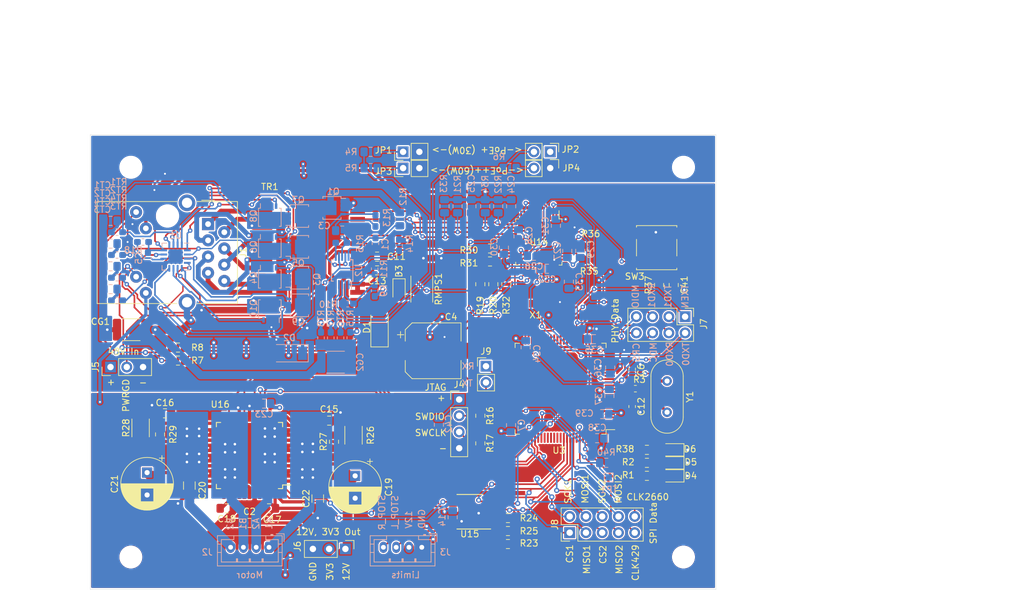
<source format=kicad_pcb>
(kicad_pcb (version 20211014) (generator pcbnew)
  (layers (0 "F.Cu" signal) (31 "B.Cu" signal) (34 "B.Paste" user) (35 "F.Paste" user) (36 "B.SilkS" user "B.Silkscreen") (37 "F.SilkS" user "F.Silkscreen") (38 "B.Mask" user) (39 "F.Mask" user) (44 "Edge.Cuts" user))
  (net 0 "")
  (net 1 "Net-(C1-Pad1)")
  (net 2 "VOUT-")
  (net 3 "Net-(C3-Pad1)")
  (net 4 "/Ethernet/VPORTP")
  (net 5 "+3V3")
  (net 6 "Net-(C26-Pad1)")
  (net 7 "GNDPWR")
  (net 8 "Net-(CG1-Pad1)")
  (net 9 "Net-(CG2-Pad1)")
  (net 10 "Net-(CT1-Pad1)")
  (net 11 "Net-(CT2-Pad1)")
  (net 12 "Net-(CT3-Pad1)")
  (net 13 "Net-(CT4-Pad1)")
  (net 14 "VOUT+")
  (net 15 "Net-(D1-Pad2)")
  (net 16 "Net-(D3-Pad2)")
  (net 17 "Net-(D4-Pad2)")
  (net 18 "Net-(D5-Pad2)")
  (net 19 "Net-(J2-Pad1)")
  (net 20 "Net-(J2-Pad2)")
  (net 21 "Net-(J2-Pad3)")
  (net 22 "Net-(J2-Pad4)")
  (net 23 "Net-(JP1-Pad1)")
  (net 24 "/Ethernet/RCLASS")
  (net 25 "Net-(JP3-Pad1)")
  (net 26 "/Ethernet/RCLASS++")
  (net 27 "Net-(JP4-Pad2)")
  (net 28 "/Ethernet/LED_LINK")
  (net 29 "Net-(J1-Pad11)")
  (net 30 "Net-(J1-Pad9)")
  (net 31 "/Ethernet/LED_ACT")
  (net 32 "Net-(R10-Pad1)")
  (net 33 "Net-(R11-Pad1)")
  (net 34 "Net-(Q1-Pad4)")
  (net 35 "PWRGD")
  (net 36 "Net-(R15-Pad2)")
  (net 37 "Net-(R18-Pad2)")
  (net 38 "Net-(R19-Pad1)")
  (net 39 "/Ethernet/POE_CT12")
  (net 40 "/Ethernet/POE_CT36")
  (net 41 "/Ethernet/POE_CT45")
  (net 42 "/Ethernet/POE_CT78")
  (net 43 "Net-(RT5-Pad1)")
  (net 44 "Net-(RT6-Pad1)")
  (net 45 "Net-(RT7-Pad1)")
  (net 46 "Net-(RT8-Pad1)")
  (net 47 "NRST")
  (net 48 "/Ethernet/RX-")
  (net 49 "/Ethernet/RX+")
  (net 50 "/Ethernet/TX-")
  (net 51 "/Ethernet/TX+")
  (net 52 "Net-(J1-Pad1)")
  (net 53 "Net-(J1-Pad2)")
  (net 54 "Net-(J1-Pad3)")
  (net 55 "Net-(J1-Pad6)")
  (net 56 "Net-(J1-Pad5)")
  (net 57 "Net-(J1-Pad4)")
  (net 58 "Net-(J1-Pad8)")
  (net 59 "Net-(J1-Pad7)")
  (net 60 "/Ethernet/TG36")
  (net 61 "/Ethernet/TG45")
  (net 62 "/Ethernet/TG78")
  (net 63 "/Ethernet/BG78")
  (net 64 "/Ethernet/BG45")
  (net 65 "/Ethernet/BG36")
  (net 66 "/Ethernet/BG12")
  (net 67 "/Ethernet/TG12")
  (net 68 "Net-(U3-Pad4)")
  (net 69 "Net-(U3-Pad5)")
  (net 70 "Net-(U3-Pad7)")
  (net 71 "Net-(U3-Pad8)")
  (net 72 "Net-(U3-Pad9)")
  (net 73 "Net-(C12-Pad1)")
  (net 74 "Net-(R3-Pad1)")
  (net 75 "Net-(U3-Pad15)")
  (net 76 "MDC")
  (net 77 "SPI2_MISO")
  (net 78 "SPI2_MOSI")
  (net 79 "Net-(U3-Pad21)")
  (net 80 "Net-(U3-Pad23)")
  (net 81 "Net-(U3-Pad24)")
  (net 82 "MDIO")
  (net 83 "Net-(U3-Pad26)")
  (net 84 "SPI1_CS")
  (net 85 "SPI1_SCK")
  (net 86 "SPI1_MISO")
  (net 87 "CRS_DV")
  (net 88 "RXD0")
  (net 89 "RXD1")
  (net 90 "CLK_429")
  (net 91 "CLK_2660")
  (net 92 "Net-(U3-Pad37)")
  (net 93 "Net-(U3-Pad38)")
  (net 94 "Net-(U3-Pad39)")
  (net 95 "Net-(U3-Pad40)")
  (net 96 "Net-(U3-Pad41)")
  (net 97 "Net-(U3-Pad42)")
  (net 98 "Net-(U3-Pad43)")
  (net 99 "Net-(U3-Pad44)")
  (net 100 "Net-(U3-Pad45)")
  (net 101 "Net-(U3-Pad46)")
  (net 102 "SPI2_SCK")
  (net 103 "TXEN")
  (net 104 "Net-(U3-Pad49)")
  (net 105 "TXD0")
  (net 106 "TXD1")
  (net 107 "Net-(U3-Pad53)")
  (net 108 "Net-(U3-Pad54)")
  (net 109 "Net-(U3-Pad55)")
  (net 110 "Net-(U3-Pad56)")
  (net 111 "Net-(U3-Pad57)")
  (net 112 "Net-(U3-Pad58)")
  (net 113 "Net-(U3-Pad62)")
  (net 114 "Net-(U3-Pad63)")
  (net 115 "Net-(U3-Pad64)")
  (net 116 "Net-(U3-Pad65)")
  (net 117 "Net-(U3-Pad66)")
  (net 118 "Net-(U3-Pad67)")
  (net 119 "Net-(U3-Pad71)")
  (net 120 "Net-(U3-Pad73)")
  (net 121 "Net-(U3-Pad83)")
  (net 122 "Net-(U3-Pad84)")
  (net 123 "Net-(U3-Pad85)")
  (net 124 "Net-(U3-Pad86)")
  (net 125 "Net-(U3-Pad87)")
  (net 126 "Net-(U3-Pad88)")
  (net 127 "SPI1_MOSI")
  (net 128 "Net-(U3-Pad93)")
  (net 129 "Net-(U3-Pad95)")
  (net 130 "SPI2_CS")
  (net 131 "Net-(U3-Pad97)")
  (net 132 "Net-(U3-Pad98)")
  (net 133 "+12V")
  (net 134 "Net-(U14-Pad1)")
  (net 135 "Net-(U14-Pad5)")
  (net 136 "Net-(U14-Pad6)")
  (net 137 "Net-(U14-Pad7)")
  (net 138 "Net-(R30-Pad1)")
  (net 139 "Net-(R31-Pad1)")
  (net 140 "Net-(R32-Pad1)")
  (net 141 "Net-(U14-Pad25)")
  (net 142 "Net-(U14-Pad27)")
  (net 143 "Net-(U14-Pad33)")
  (net 144 "Net-(U14-Pad34)")
  (net 145 "Net-(U14-Pad38)")
  (net 146 "Net-(R35-Pad1)")
  (net 147 "Net-(U14-Pad41)")
  (net 148 "Net-(U14-Pad42)")
  (net 149 "Net-(U14-Pad45)")
  (net 150 "Net-(U14-Pad46)")
  (net 151 "Net-(J3-Pad3)")
  (net 152 "Net-(R25-Pad2)")
  (net 153 "Net-(J3-Pad4)")
  (net 154 "/Motor_Control/STEP")
  (net 155 "/Motor_Control/DIR")
  (net 156 "Net-(U15-Pad12)")
  (net 157 "Net-(U15-Pad16)")
  (net 158 "Net-(U16-Pad1)")
  (net 159 "Net-(R26-Pad1)")
  (net 160 "Net-(C15-Pad1)")
  (net 161 "Net-(C23-Pad2)")
  (net 162 "Net-(U16-Pad20)")
  (net 163 "Net-(C16-Pad1)")
  (net 164 "Net-(R28-Pad1)")
  (net 165 "Net-(U16-Pad33)")
  (net 166 "Net-(U16-Pad34)")
  (net 167 "Net-(C18-Pad2)")
  (net 168 "Net-(U16-Pad37)")
  (net 169 "Net-(U16-Pad38)")
  (net 170 "Net-(X1-Pad1)")
  (net 171 "Net-(C6-Pad1)")
  (net 172 "GND")
  (net 173 "Net-(JP2-Pad1)")
  (net 174 "Net-(R20-Pad1)")
  (net 175 "/SWDIO")
  (net 176 "/SWCLK")
  (net 177 "Net-(D6-Pad2)")
  (net 178 "Net-(U3-Pad81)")
  (net 179 "Net-(U3-Pad82)")
  (net 180 "Net-(R1-Pad2)")
  (net 181 "Net-(R2-Pad2)")
  (net 182 "Net-(R38-Pad2)")
  (net 183 "Net-(J4-Pad2)")
  (net 184 "Net-(J4-Pad3)")
  (net 185 "Net-(U3-Pad17)")
  (net 186 "Net-(U3-Pad18)")
  (net 187 "Net-(U3-Pad30)")
  (net 188 "Net-(U3-Pad31)")
  (net 189 "Net-(U3-Pad35)")
  (net 190 "Net-(U3-Pad36)")
  (net 191 "Net-(U3-Pad47)")
  (net 192 "Net-(U3-Pad96)")
  (net 193 "Net-(U3-Pad59)")
  (net 194 "Net-(U3-Pad60)")
  (net 195 "Net-(U3-Pad61)")
  (net 196 "Net-(R40-Pad1)")
  (net 197 "/UART_TX")
  (net 198 "/UART_RX")
  (footprint "Capacitor_SMD:C_0805_2012Metric_Pad1.15x1.40mm_HandSolder" (layer "F.Cu") (at 121.666 116.205)
    (fp_text reference "C17")
    (fp_text value "0.1uF")
  )
  (footprint "Capacitor_SMD:C_1812_4532Metric_Pad1.30x3.40mm_HandSolder" (layer "F.Cu") (at 100.142 88.265)
    (fp_text reference "CG1")
    (fp_text value "1000pF")
  )
  (footprint "Diode_SMD:D_SOD-128" (layer "F.Cu") (at 138.938 87.884 90)
    (fp_text reference "D1")
    (fp_text value "D_Schottky")
  )
  (footprint "LED_SMD:LED_0805_2012Metric_Pad1.15x1.40mm_HandSolder" (layer "F.Cu") (at 184.658 111.124999 180)
    (fp_text reference "D4")
    (fp_text value "Green")
  )
  (footprint "LED_SMD:LED_0805_2012Metric_Pad1.15x1.40mm_HandSolder" (layer "F.Cu") (at 184.658 109.092999 180)
    (fp_text reference "D5")
    (fp_text value "Green")
  )
  (footprint "Resistor_SMD:R_0805_2012Metric_Pad1.15x1.40mm_HandSolder" (layer "F.Cu") (at 107.442 93.091)
    (fp_text reference "R7")
    (fp_text value "330")
  )
  (footprint "Resistor_SMD:R_0805_2012Metric_Pad1.15x1.40mm_HandSolder" (layer "F.Cu") (at 107.442 91.059)
    (fp_text reference "R8")
    (fp_text value "330")
  )
  (footprint "Package_SO:SSOP-16_3.9x4.9mm_P0.635mm" (layer "F.Cu") (at 153.035 116.713 180)
    (fp_text reference "U15")
    (fp_text value "TMC429-I")
  )
  (footprint "Package_QFP:PQFP-44_10x10mm_P0.8mm" (layer "F.Cu") (at 118.618 107.95 180)
    (fp_text reference "U16")
    (fp_text value "TMC2660C-PA")
  )
  (footprint "Connector_RJ:RJ45_Amphenol_RJMG1BD3B8K1ANR" (layer "F.Cu") (at 112.141 71.755 -90)
    (fp_text reference "J1")
    (fp_text value "RJ45")
  )
  (footprint "Capacitor_SMD:CP_Elec_8x10.5" (layer "F.Cu") (at 147.32 91.567)
    (fp_text reference "C4")
    (fp_text value "22uF")
  )
  (footprint "Capacitor_SMD:C_0805_2012Metric_Pad1.15x1.40mm_HandSolder" (layer "F.Cu") (at 138.557 76.835 180)
    (fp_text reference "C11")
    (fp_text value "0.1uF")
  )
  (footprint "Capacitor_SMD:C_0805_2012Metric_Pad1.15x1.40mm_HandSolder" (layer "F.Cu") (at 138.557 78.994 180)
    (fp_text reference "C13")
    (fp_text value "0.1uF")
  )
  (footprint "Capacitor_THT:CP_Radial_D8.0mm_P3.50mm" (layer "F.Cu") (at 135.128 111.125 -90)
    (fp_text reference "C19")
    (fp_text value "100uF")
  )
  (footprint "Capacitor_THT:CP_Radial_D8.0mm_P3.50mm" (layer "F.Cu") (at 102.616 110.617 -90)
    (fp_text reference "C21")
    (fp_text value "100uF")
  )
  (footprint "Capacitor_SMD:C_1206_3216Metric_Pad1.42x1.75mm_HandSolder" (layer "F.Cu") (at 129.286 114.681 90)
    (fp_text reference "C22")
    (fp_text value "10uF")
  )
  (footprint "Resistor_SMD:R_0805_2012Metric_Pad1.15x1.40mm_HandSolder" (layer "F.Cu") (at 180.721 111.125 180)
    (fp_text reference "R1")
    (fp_text value "470")
  )
  (footprint "Resistor_SMD:R_0805_2012Metric_Pad1.15x1.40mm_HandSolder" (layer "F.Cu") (at 180.721 109.093 180)
    (fp_text reference "R2")
    (fp_text value "470")
  )
  (footprint "Resistor_SMD:R_0805_2012Metric_Pad1.15x1.40mm_HandSolder" (layer "F.Cu") (at 159.004 121.793 180)
    (fp_text reference "R23")
    (fp_text value "10k")
  )
  (footprint "Resistor_SMD:R_0805_2012Metric_Pad1.15x1.40mm_HandSolder" (layer "F.Cu") (at 159.004 117.729 180)
    (fp_text reference "R24")
    (fp_text value "10k")
  )
  (footprint "Resistor_SMD:R_0805_2012Metric_Pad1.15x1.40mm_HandSolder" (layer "F.Cu") (at 159.004 119.761 180)
    (fp_text reference "R25")
    (fp_text value "10k")
  )
  (footprint "Resistor_SMD:R_0805_2012Metric_Pad1.15x1.40mm_HandSolder" (layer "F.Cu") (at 182.626 81.28 90)
    (fp_text reference "R37")
    (fp_text value "10k")
  )
  (footprint "Connector_PinHeader_2.54mm:PinHeader_1x02_P2.54mm_Vertical" (layer "F.Cu") (at 142.621 62.992 90)
    (fp_text reference "JP3")
    (fp_text value "Jumper_NO_Small")
  )
  (footprint "Connector_PinHeader_2.54mm:PinHeader_1x02_P2.54mm_Vertical" (layer "F.Cu") (at 165.608 62.992 -90)
    (fp_text reference "JP4")
    (fp_text value "Jumper_NO_Small")
  )
  (footprint "Connector_PinHeader_2.54mm:PinHeader_1x02_P2.54mm_Vertical" (layer "F.Cu") (at 165.608 60.452 -90)
    (fp_text reference "JP2")
    (fp_text value "Jumper_NO_Small")
  )
  (footprint "Connector_PinHeader_2.54mm:PinHeader_1x02_P2.54mm_Vertical" (layer "F.Cu") (at 142.621 60.452 90)
    (fp_text reference "JP1")
    (fp_text value "Jumper_NO_Small")
  )
  (footprint "Resistor_SMD:R_2512_6332Metric_Pad1.52x3.35mm_HandSolder" (layer "F.Cu") (at 145.542 81.915 -90)
    (fp_text reference "RMPS1")
    (fp_text value "3k")
  )
  (footprint "PoE_Stepper_Driver:PoE_Transformer" (layer "F.Cu") (at 135.509 83.693 180)
    (fp_text reference "TR1")
    (fp_text value "Transformer")
  )
  (footprint "Capacitor_SMD:C_0805_2012Metric_Pad1.15x1.40mm_HandSolder" (layer "F.Cu") (at 118.618 118.491 180)
    (fp_text reference "C2")
    (fp_text value "0.1uF")
  )
  (footprint "LED_SMD:LED_0805_2012Metric_Pad1.15x1.40mm_HandSolder" (layer "F.Cu") (at 141.986 82.169 -90)
    (fp_text reference "D3")
    (fp_text value "LED")
  )
  (footprint "MountingHole:MountingHole_3.2mm_M3" (layer "F.Cu") (at 186.436 62.865)
    (fp_text reference "REF**" hide)
    (fp_text value "MountingHole_3.2mm_M3")
  )
  (footprint "MountingHole:MountingHole_3.2mm_M3" (layer "F.Cu") (at 100.076 62.865)
    (fp_text reference "REF**" hide)
    (fp_text value "MountingHole_3.2mm_M3")
  )
  (footprint "Capacitor_SMD:C_0805_2012Metric_Pad1.15x1.40mm_HandSolder" (layer "F.Cu") (at 184.912 81.28 -90)
    (fp_text reference "C41")
    (fp_text value "1uF")
  )
  (footprint "PoE_Stepper_Driver:SXO53C" (layer "F.Cu") (at 163.068 84.201 90)
    (fp_text reference "X1")
    (fp_text value "SXO53C")
  )
  (footprint "Package_QFP:LQFP-48_7x7mm_P0.5mm" (layer "F.Cu") (at 163.83 74.549 -90)
    (fp_text reference "U14")
    (fp_text value "DP83848C")
  )
  (footprint "Resistor_SMD:R_0805_2012Metric_Pad1.15x1.40mm_HandSolder" (layer "F.Cu") (at 171.704 77.343)
    (fp_text reference "R35")
    (fp_text value "2.2k")
  )
  (footprint "Resistor_SMD:R_0805_2012Metric_Pad1.15x1.40mm_HandSolder" (layer "F.Cu") (at 156.21 77.597 180)
    (fp_text reference "R31")
    (fp_text value "2.2k")
  )
  (footprint "Resistor_SMD:R_0805_2012Metric_Pad1.15x1.40mm_HandSolder" (layer "F.Cu") (at 158.75 81.153 -90)
    (fp_text reference "R32")
    (fp_text value "4.7k")
  )
  (footprint "Resistor_SMD:R_0805_2012Metric_Pad1.15x1.40mm_HandSolder" (layer "F.Cu") (at 156.21 75.565 180)
    (fp_text reference "R30")
    (fp_text value "2.2k")
  )
  (footprint "Resistor_SMD:R_0805_2012Metric_Pad1.15x1.40mm_HandSolder" (layer "F.Cu") (at 171.704 75.311)
    (fp_text reference "R36")
    (fp_text value "2.2k")
  )
  (footprint "Resistor_SMD:R_0805_2012Metric_Pad1.15x1.40mm_HandSolder" (layer "F.Cu") (at 154.686 81.153 -90)
    (fp_text reference "R19")
    (fp_text value "18")
  )
  (footprint "Resistor_SMD:R_0805_2012Metric_Pad1.15x1.40mm_HandSolder" (layer "F.Cu") (at 156.718 81.153 90)
    (fp_text reference "R20")
    (fp_text value "150")
  )
  (footprint "LED_SMD:LED_0805_2012Metric_Pad1.15x1.40mm_HandSolder" (layer "F.Cu") (at 184.649 107.060999 180)
    (fp_text reference "D6")
    (fp_text value "Green")
  )
  (footprint "Resistor_SMD:R_0805_2012Metric_Pad1.15x1.40mm_HandSolder" (layer "F.Cu") (at 180.721 107.061 180)
    (fp_text reference "R38")
    (fp_text value "470")
  )
  (footprint "Button_Switch_SMD:SW_SPST_B3S-1000" (layer "F.Cu") (at 182.245 75.438 180)
    (fp_text reference "SW3")
    (fp_text value "SW_Push")
  )
  (footprint "Resistor_SMD:R_0805_2012Metric_Pad1.15x1.40mm_HandSolder" (layer "F.Cu") (at 154.686 101.727 90)
    (fp_text reference "R16")
    (fp_text value "22")
  )
  (footprint "Resistor_SMD:R_0805_2012Metric_Pad1.15x1.40mm_HandSolder" (layer "F.Cu") (at 154.686 106.045 90)
    (fp_text reference "R17")
    (fp_text value "22")
  )
  (footprint "Connector_PinHeader_2.54mm:PinHeader_1x03_P2.54mm_Vertical" (layer "F.Cu") (at 96.901 94.107 90)
    (fp_text reference "J5")
    (fp_text value "48V In")
  )
  (footprint "Resistor_SMD:R_0603_1608Metric_Pad1.05x0.95mm_HandSolder" (layer "F.Cu") (at 178.920116 97.491967)
    (fp_text reference "R3")
    (fp_text value "220")
  )
  (footprint "Capacitor_SMD:C_0603_1608Metric_Pad1.05x0.95mm_HandSolder" (layer "F.Cu") (at 178.412115 100.285967 -90)
    (fp_text reference "C12")
    (fp_text value "20pF")
  )
  (footprint "Crystal:Crystal_HC49-4H_Vertical" (layer "F.Cu") (at 183.873115 101.174967 90)
    (fp_text reference "Y1")
    (fp_text value "8MHz")
  )
  (footprint "Capacitor_SMD:C_0603_1608Metric_Pad1.05x0.95mm_HandSolder" (layer "F.Cu") (at 178.412115 94.443967 90)
    (fp_text reference "C6")
    (fp_text value "20pF")
  )
  (footprint "Package_QFP:LQFP-100_14x14mm_P0.5mm" (layer "F.Cu") (at 167.236115 97.491967 180)
    (fp_text reference "U3")
    (fp_text value "STM32F407VETx")
  )
  (footprint "Connector_PinHeader_2.54mm:PinHeader_1x04_P2.54mm_Vertical" (layer "F.Cu") (at 151.384 99.187)
    (fp_text reference "J4")
    (fp_text value "JTAG")
  )
  (footprint "Capacitor_SMD:C_1206_3216Metric_Pad1.42x1.75mm_HandSolder" (layer "F.Cu") (at 109.22 112.649 90)
    (fp_text reference "C20")
    (fp_text value "10uF")
  )
  (footprint "Resistor_SMD:R_0805_2012Metric_Pad1.15x1.40mm_HandSolder" (layer "F.Cu") (at 131.826 105.791 90)
    (fp_text reference "R27")
    (fp_text value "22")
  )
  (footprint "Resistor_SMD:R_2010_5025Metric_Pad1.52x2.65mm_HandSolder" (layer "F.Cu") (at 134.874 104.775 90)
    (fp_text reference "R26")
    (fp_text value "75m")
  )
  (footprint "Capacitor_SMD:C_0805_2012Metric_Pad1.15x1.40mm_HandSolder" (layer "F.Cu") (at 131.064 102.489 180)
    (fp_text reference "C15")
    (fp_text value "10nF")
  )
  (footprint "Resistor_SMD:R_0805_2012Metric_Pad1.15x1.40mm_HandSolder" (layer "F.Cu") (at 104.648 104.648 90)
    (fp_text reference "R29")
    (fp_text value "22")
  )
  (footprint "Capacitor_SMD:C_0805_2012Metric_Pad1.15x1.40mm_HandSolder" (layer "F.Cu") (at 105.41 101.346)
    (fp_text reference "C16")
    (fp_text value "10nF")
  )
  (footprint "Resistor_SMD:R_2010_5025Metric_Pad1.52x2.65mm_HandSolder" (layer "F.Cu") (at 101.6 103.632 90)
    (fp_text reference "R28")
    (fp_text value "75m")
  )
  (footprint "Capacitor_SMD:C_0805_2012Metric_Pad1.15x1.40mm_HandSolder" (layer "F.Cu") (at 115.062 116.205 180)
    (fp_text reference "C18")
    (fp_text value "220nF")
  )
  (footprint "MountingHole:MountingHole_3.2mm_M3" (layer "F.Cu") (at 100.076 123.825)
    (fp_text reference "REF**" hide)
    (fp_text value "MountingHole_3.2mm_M3")
  )
  (footprint "Connector_PinHeader_2.54mm:PinHeader_2x05_P2.54mm_Vertical" (layer "F.Cu") (at 168.656 120.015 90)
    (fp_text reference "J8")
    (fp_text value "SPI Data")
  )
  (footprint "Connector_PinHeader_2.54mm:PinHeader_1x03_P2.54mm_Vertical" (layer "F.Cu") (at 133.604 122.555 -90)
    (fp_text reference "J6")
    (fp_text value "12V, 3V3 Out")
  )
  (footprint "Connector_PinHeader_2.54mm:PinHeader_2x04_P2.54mm_Vertical" (layer "F.Cu") (at 186.69 86.233 -90)
    (fp_text reference "J7")
    (fp_text value "PHY Data")
  )
  (footprint "Connector_PinHeader_2.54mm:PinHeader_1x02_P2.54mm_Vertical" (layer "F.Cu") (at 155.575 93.98)
    (fp_text reference "J9")
    (fp_text value "UART")
  )
  (footprint "MountingHole:MountingHole_3.2mm_M3" (layer "F.Cu") (at 186.436 123.825)
    (fp_text reference "REF**" hide)
    (fp_text value "MountingHole_3.2mm_M3")
  )
  (footprint "Capacitor_SMD:C_0805_2012Metric_Pad1.15x1.40mm_HandSolder" (layer "B.Cu") (at 150.368 117.602 -90)
    (fp_text reference "C14")
    (fp_text value "0.1uF")
  )
  (footprint "Capacitor_SMD:C_0805_2012Metric_Pad1.15x1.40mm_HandSolder" (layer "B.Cu") (at 168.275 75.946 90)
    (fp_text reference "C27")
    (fp_text value "0.1uF")
  )
  (footprint "Capacitor_SMD:C_0805_2012Metric_Pad1.15x1.40mm_HandSolder" (layer "B.Cu") (at 160.655 73.66 -90)
    (fp_text reference "C28")
    (fp_text value "0.1uF")
  )
  (footprint "Capacitor_SMD:C_1812_4532Metric_Pad1.30x3.40mm_HandSolder" (layer "B.Cu") (at 132.08 93.345 180)
    (fp_text reference "CG2")
    (fp_text value "1000pF")
  )
  (footprint "Capacitor_SMD:C_0805_2012Metric_Pad1.15x1.40mm_HandSolder" (layer "B.Cu") (at 96.901 74.803 180)
    (fp_text reference "CT2")
    (fp_text value "0.01uF")
  )
  (footprint "Capacitor_SMD:C_0805_2012Metric_Pad1.15x1.40mm_HandSolder" (layer "B.Cu") (at 96.901 81.915 180)
    (fp_text reference "CT3")
    (fp_text value "0.01uF")
  )
  (footprint "Resistor_SMD:R_0603_1608Metric_Pad1.05x0.95mm_HandSolder" (layer "B.Cu") (at 101.981 74.549 180)
    (fp_text reference "R18")
    (fp_text value "0")
  )
  (footprint "Resistor_SMD:R_0603_1608Metric_Pad1.05x0.95mm_HandSolder" (layer "B.Cu") (at 97.917 76.581 180)
    (fp_text reference "RT2")
    (fp_text value "75")
  )
  (footprint "Resistor_SMD:R_0603_1608Metric_Pad1.05x0.95mm_HandSolder" (layer "B.Cu") (at 97.917 83.693 180)
    (fp_text reference "RT3")
    (fp_text value "75")
  )
  (footprint "Resistor_SMD:R_0603_1608Metric_Pad1.05x0.95mm_HandSolder" (layer "B.Cu") (at 97.917 80.137 180)
    (fp_text reference "RT4")
    (fp_text value "75")
  )
  (footprint "Resistor_SMD:R_0603_1608Metric_Pad1.05x0.95mm_HandSolder" (layer "B.Cu") (at 134.366 89.535 -90)
    (fp_text reference "RT5")
    (fp_text value "75")
  )
  (footprint "Resistor_SMD:R_0603_1608Metric_Pad1.05x0.95mm_HandSolder" (layer "B.Cu") (at 132.842 89.549 -90)
    (fp_text reference "RT6")
    (fp_text value "75")
  )
  (footprint "Resistor_SMD:R_0603_1608Metric_Pad1.05x0.95mm_HandSolder" (layer "B.Cu") (at 131.318 89.549 -90)
    (fp_text reference "RT7")
    (fp_text value "75")
  )
  (footprint "Resistor_SMD:R_0603_1608Metric_Pad1.05x0.95mm_HandSolder" (layer "B.Cu") (at 129.794 89.549 -90)
    (fp_text reference "RT8")
    (fp_text value "75")
  )
  (footprint "Package_DFN_QFN:QFN-16-1EP_4x4mm_P0.65mm_EP2.15x2.15mm" (layer "B.Cu") (at 107.061 76.835 180)
    (fp_text reference "U1")
    (fp_text value "LT4321")
  )
  (footprint "Capacitor_SMD:C_0805_2012Metric_Pad1.15x1.40mm_HandSolder" (layer "B.Cu") (at 96.901 78.359 180)
    (fp_text reference "CT4")
    (fp_text value "0.01uF")
  )
  (footprint "Capacitor_SMD:C_0805_2012Metric_Pad1.15x1.40mm_HandSolder" (layer "B.Cu") (at 96.91 71.247 180)
    (fp_text reference "CT1")
    (fp_text value "0.01uF")
  )
  (footprint "Resistor_SMD:R_0603_1608Metric_Pad1.05x0.95mm_HandSolder" (layer "B.Cu") (at 97.917 73.025 180)
    (fp_text reference "RT1")
    (fp_text value "75")
  )
  (footprint "Capacitor_SMD:C_0603_1608Metric_Pad1.05x0.95mm_HandSolder" (layer "B.Cu") (at 102.743 77.089 -90)
    (fp_text reference "C5")
    (fp_text value "0.047uF")
  )
  (footprint "Capacitor_SMD:C_0805_2012Metric_Pad1.15x1.40mm_HandSolder" (layer "B.Cu") (at 120.904 99.822)
    (fp_text reference "C23")
    (fp_text value "470nF")
  )
  (footprint "Capacitor_SMD:C_0805_2012Metric_Pad1.15x1.40mm_HandSolder" (layer "B.Cu") (at 159.512 68.961 -90)
    (fp_text reference "C24")
    (fp_text value "0.1uF")
  )
  (footprint "Capacitor_SMD:C_0805_2012Metric_Pad1.15x1.40mm_HandSolder" (layer "B.Cu") (at 153.289 68.961 -90)
    (fp_text reference "C25")
    (fp_text value "0.1uF")
  )
  (footprint "Capacitor_SMD:C_0805_2012Metric_Pad1.15x1.40mm_HandSolder" (layer "B.Cu") (at 170.307 75.946 90)
    (fp_text reference "C29")
    (fp_text value "10uF")
  )
  (footprint "Resistor_SMD:R_0805_2012Metric_Pad1.15x1.40mm_HandSolder" (layer "B.Cu") (at 151.13 68.961 -90)
    (fp_text reference "R21")
    (fp_text value "18")
  )
  (footprint "Resistor_SMD:R_0805_2012Metric_Pad1.15x1.40mm_HandSolder" (layer "B.Cu") (at 157.48 68.961 -90)
    (fp_text reference "R22")
    (fp_text value "18")
  )
  (footprint "Resistor_SMD:R_0805_2012Metric_Pad1.15x1.40mm_HandSolder" (layer "B.Cu") (at 149.098 68.961 -90)
    (fp_text reference "R33")
    (fp_text value "18")
  )
  (footprint "Resistor_SMD:R_0805_2012Metric_Pad1.15x1.40mm_HandSolder" (layer "B.Cu") (at 155.448 68.961 -90)
    (fp_text reference "R34")
    (fp_text value "18")
  )
  (footprint "Resistor_SMD:R_0805_2012Metric_Pad1.15x1.40mm_HandSolder" (layer "B.Cu") (at 137.541 62.992 180)
    (fp_text reference "R5")
    (fp_text value "140")
  )
  (footprint "Resistor_SMD:R_0805_2012Metric_Pad1.15x1.40mm_HandSolder" (layer "B.Cu") (at 137.541 60.452 180)
    (fp_text reference "R4")
    (fp_text value "34.8")
  )
  (footprint "Resistor_SMD:R_0805_2012Metric_Pad1.15x1.40mm_HandSolder" (layer "B.Cu") (at 159.258 62.992)
    (fp_text reference "R6")
    (fp_text value "46.4")
  )
  (footprint "Package_TO_SOT_SMD:LFPAK33" (layer "B.Cu") (at 126.238 80.137)
    (fp_text reference "Q3")
    (fp_text value "NMOS_POE")
  )
  (footprint "Package_TO_SOT_SMD:LFPAK33" (layer "B.Cu") (at 131.699 69.215 180)
    (fp_text reference "Q1")
    (fp_text value "NMOS_POE")
  )
  (footprint "Package_SO:MSOP-10_3x3mm_P0.5mm" (layer "B.Cu") (at 133.096 78.994 90)
    (fp_text reference "U2")
    (fp_text value "LT4293")
  )
  (footprint "Capacitor_SMD:C_0805_2012Metric_Pad1.15x1.40mm_HandSolder" (layer "B.Cu") (at 133.105 72.771)
    (fp_text reference "C3")
    (fp_text value "47nF")
  )
  (footprint "Capacitor_SMD:C_0603_1608Metric_Pad1.05x0.95mm_HandSolder" (layer "B.Cu") (at 138.303 74.803 -90)
    (fp_text reference "C1")
    (fp_text value "0.047uF")
  )
  (footprint "Package_TO_SOT_SMD:LFPAK33" (layer "B.Cu") (at 121.793 70.485 -90)
    (fp_text reference "Q8")
    (fp_text value "NMOS_POE")
  )
  (footprint "Package_TO_SOT_SMD:LFPAK33" (layer "B.Cu") (at 126.238 75.311)
    (fp_text reference "Q5")
    (fp_text value "NMOS_POE")
  )
  (footprint "Package_TO_SOT_SMD:LFPAK33" (layer "B.Cu") (at 126.238 84.455)
    (fp_text reference "Q9")
    (fp_text value "NMOS_POE")
  )
  (footprint "Package_TO_SOT_SMD:LFPAK33" (layer "B.Cu") (at 121.793 75.311 -90)
    (fp_text reference "Q6")
    (fp_text value "NMOS_POE")
  )
  (footprint "Package_TO_SOT_SMD:LFPAK33" (layer "B.Cu") (at 121.793 80.137 -90)
    (fp_text reference "Q4")
    (fp_text value "NMOS_POE")
  )
  (footprint "Package_TO_SOT_SMD:LFPAK33" (layer "B.Cu") (at 121.793 85.217 90)
    (fp_text reference "Q10")
    (fp_text value "NMOS_POE")
  )
  (footprint "Package_TO_SOT_SMD:LFPAK33" (layer "B.Cu") (at 126.238 70.485)
    (fp_text reference "Q7")
    (fp_text value "NMOS_POE")
  )
  (footprint "Diode_SMD:D_SOD-128" (layer "B.Cu") (at 124.714 91.948 180)
    (fp_text reference "D2")
    (fp_text value "TVS")
  )
  (footprint "Resistor_SMD:R_0603_1608Metric_Pad1.05x0.95mm_HandSolder" (layer "B.Cu") (at 141.986 75.057 -90)
    (fp_text reference "R14")
    (fp_text value "100k")
  )
  (footprint "Resistor_SMD:R_0603_1608Metric_Pad1.05x0.95mm_HandSolder" (layer "B.Cu") (at 138.176 78.754 90)
    (fp_text reference "R11")
    (fp_text value "0")
  )
  (footprint "Resistor_SMD:R_0603_1608Metric_Pad1.05x0.95mm_HandSolder" (layer "B.Cu") (at 132.969 74.676 180)
    (fp_text reference "R15")
    (fp_text value "100k")
  )
  (footprint "Resistor_SMD:R_0805_2012Metric_Pad1.15x1.40mm_HandSolder" (layer "B.Cu") (at 142.113 70.993 -90)
    (fp_text reference "R12")
    (fp_text value "8.2")
  )
  (footprint "Resistor_SMD:R_0603_1608Metric_Pad1.05x0.95mm_HandSolder" (layer "B.Cu") (at 138.303 71.247 -90)
    (fp_text reference "R13")
    (fp_text value "3.3K")
  )
  (footprint "Resistor_SMD:R_0603_1608Metric_Pad1.05x0.95mm_HandSolder" (layer "B.Cu") (at 133.985 84.201 180)
    (fp_text reference "R10")
    (fp_text value "52.3k")
  )
  (footprint "Resistor_SMD:R_0603_1608Metric_Pad1.05x0.95mm_HandSolder" (layer "B.Cu") (at 138.176 82.169 90)
    (fp_text reference "R9")
    (fp_text value "174k")
  )
  (footprint "Capacitor_SMD:C_0805_2012Metric_Pad1.15x1.40mm_HandSolder" (layer "B.Cu") (at 148.209 103.124 -90)
    (fp_text reference "C42")
    (fp_text value "0.1uF")
  )
  (footprint "Capacitor_SMD:C_0805_2012Metric_Pad1.15x1.40mm_HandSolder" (layer "B.Cu") (at 168.529 80.763 90)
    (fp_text reference "C33")
    (fp_text value "10nF")
  )
  (footprint "Capacitor_SMD:C_0805_2012Metric_Pad1.15x1.40mm_HandSolder" (layer "B.Cu") (at 166.497 72.009 -90)
    (fp_text reference "C31")
    (fp_text value "0.1uF")
  )
  (footprint "Capacitor_SMD:C_0805_2012Metric_Pad1.15x1.40mm_HandSolder" (layer "B.Cu") (at 158.369 75.438 90)
    (fp_text reference "C30")
    (fp_text value "0.1uF")
  )
  (footprint "Capacitor_SMD:C_0805_2012Metric_Pad1.15x1.40mm_HandSolder" (layer "B.Cu") (at 165.1 78.74)
    (fp_text reference "C32")
    (fp_text value "0.1uF")
  )
  (footprint "Capacitor_SMD:C_0805_2012Metric_Pad1.15x1.40mm_HandSolder" (layer "B.Cu") (at 163.068 76.708)
    (fp_text reference "C26")
    (fp_text value "0.1uF")
  )
  (footprint "Capacitor_SMD:C_0805_2012Metric_Pad1.15x1.40mm_HandSolder" (layer "B.Cu") (at 174.983116 94.189967 90)
    (fp_text reference "C36")
    (fp_text value "0.1uF")
  )
  (footprint "Capacitor_SMD:C_0805_2012Metric_Pad1.15x1.40mm_HandSolder" (layer "B.Cu") (at 161.775115 91.014966 -90)
    (fp_text reference "C34")
    (fp_text value "0.1uF")
  )
  (footprint "Capacitor_SMD:C_0805_2012Metric_Pad1.15x1.40mm_HandSolder" (layer "B.Cu") (at 159.489116 103.197967 90)
    (fp_text reference "C7")
    (fp_text value "0.1uF")
  )
  (footprint "Capacitor_SMD:C_0805_2012Metric_Pad1.15x1.40mm_HandSolder" (layer "B.Cu") (at 173.736 101.473 180)
    (fp_text reference "C39")
    (fp_text value "0.1uF")
  )
  (footprint "Capacitor_SMD:C_0805_2012Metric_Pad1.15x1.40mm_HandSolder" (layer "B.Cu") (at 174.856116 98.634967 -90)
    (fp_text reference "C37")
    (fp_text value "0.1uF")
  )
  (footprint "Capacitor_SMD:C_0805_2012Metric_Pad1.15x1.40mm_HandSolder" (layer "B.Cu") (at 172.443115 89.744967)
    (fp_text reference "C35")
    (fp_text value "0.1uF")
  )
  (footprint "Capacitor_SMD:C_0805_2012Metric_Pad1.15x1.40mm_HandSolder" (layer "B.Cu") (at 172.951116 105.238967 180)
    (fp_text reference "C38")
    (fp_text value "0.1uF")
  )
  (footprint "Connector_JST:JST_PH_B4B-PH-K_1x04_P2.00mm_Vertical" (layer "B.Cu") (at 121.666 122.301 180)
    (fp_text reference "J2")
    (fp_text value "Motor")
  )
  (footprint "Connector_JST:JST_PH_B4B-PH-K_1x04_P2.00mm_Vertical" (layer "B.Cu") (at 145.542 122.301 180)
    (fp_text reference "J3")
    (fp_text value "Limits")
  )
  (footprint "Resistor_SMD:R_0805_2012Metric_Pad1.15x1.40mm_HandSolder" (layer "B.Cu") (at 174.371 109.093)
    (fp_text reference "R40")
    (fp_text value "10k")
  )
  (footprint "TestPoint:TestPoint_Pad_1.0x1.0mm" (layer "B.Cu") (at 174.752 111.379)
    (fp_text reference "TP1")
    (fp_text value "BOOT0")
  )
  (gr_line (start 93.726 128.905) (end 93.726 57.785) (layer "Edge.Cuts") (width 0.05))
  (gr_line (start 191.516 128.905) (end 191.516 57.785) (layer "Edge.Cuts") (width 0.05))
  (gr_line (start 93.726 128.905) (end 191.516 128.905) (layer "Edge.Cuts") (width 0.05))
  (gr_line (start 93.726 57.785) (end 191.516 57.785) (layer "Edge.Cuts") (width 0.05))
  (gr_text "<-PoE++(60W)->" (at 154.178 63.373 180) (layer "F.SilkS") (effects (font (size 1 1))))
  (gr_text "<-PoE+ (30W)->" (at 154.178 60.198 180) (layer "F.SilkS") (effects (font (size 1 1))))
  (segment (start 134.371 75.565) (end 135.763 75.565) (width 0.254) (layer "B.Cu") (net 1))
  (segment (start 134.096 75.84) (end 134.371 75.565) (width 0.254) (layer "B.Cu") (net 1))
  (segment (start 135.763 75.565) (end 137.4 73.928) (width 0.254) (layer "B.Cu") (net 1))
  (segment (start 137.4 73.928) (end 138.303 73.928) (width 0.254) (layer "B.Cu") (net 1))
  (segment (start 134.096 76.794) (end 134.096 75.84) (width 0.254) (layer "B.Cu") (net 1))
  (segment (start 139.432 73.928) (end 138.303 73.928) (width 0.254) (layer "B.Cu") (net 1))
  (segment (start 142.113 72.018) (end 141.342 72.018) (width 0.254) (layer "B.Cu") (net 1))
  (segment (start 141.342 72.018) (end 139.432 73.928) (width 0.254) (layer "B.Cu") (net 1))
  (segment (start 99.568 74.549) (end 99.568 72.517) (width 0.254) (layer "F.Cu") (net 2))
  (segment (start 151.02 91.567) (end 151.02 91.33) (width 1.016) (layer "F.Cu") (net 2))
  (segment (start 122.047 87.884) (end 122.047 89.069) (width 0.508) (layer "F.Cu") (net 2))
  (segment (start 145.796 77.089) (end 148.59 77.089) (width 1.016) (layer "F.Cu") (net 2))
  (segment (start 141.986 81.144) (end 141.986 79.629) (width 0.762) (layer "F.Cu") (net 2))
  (segment (start 151.02 91.33) (end 149.098 89.408) (width 1.016) (layer "F.Cu") (net 2))
  (segment (start 122.047 89.069) (end 122.809 89.831) (width 0.508) (layer "F.Cu") (net 2))
  (segment (start 103.759 66.421) (end 103.759 65.532) (width 0.254) (layer "F.Cu") (net 2))
  (segment (start 103.759 65.532) (end 105.41 63.881) (width 0.254) (layer "F.Cu") (net 2))
  (segment (start 151.02 91.567) (end 151.02 91.169) (width 1.27) (layer "F.Cu") (net 2))
  (segment (start 99.568 72.517) (end 100.33 71.755) (width 0.254) (layer "F.Cu") (net 2))
  (via (at 148.59 77.089) (size 0.8) (drill 0.4) (layers "F.Cu" "B.Cu") (net 2))
  (via (at 149.098 89.408) (size 0.7) (drill 0.3) (layers "F.Cu" "B.Cu") (net 2))
  (via (at 99.568 74.549) (size 0.7) (drill 0.3) (layers "F.Cu" "B.Cu") (net 2))
  (via (at 123.698 73.025) (size 0.7) (drill 0.3) (layers "F.Cu" "B.Cu") (net 2))
  (via (at 122.047 87.884) (size 0.7) (drill 0.3) (layers "F.Cu" "B.Cu") (net 2))
  (via (at 124.079 77.724) (size 0.7) (drill 0.3) (layers "F.Cu" "B.Cu") (net 2))
  (via (at 122.809 89.831) (size 0.7) (drill 0.3) (layers "F.Cu" "B.Cu") (net 2))
  (via (at 100.33 71.755) (size 0.7) (drill 0.3) (layers "F.Cu" "B.Cu") (net 2))
  (via (at 111.125 85.217) (size 0.8) (drill 0.4) (layers "F.Cu" "B.Cu") (net 2))
  (via (at 141.859 79.502) (size 0.7) (drill 0.3) (layers "F.Cu" "B.Cu") (net 2))
  (via (at 145.796 77.089) (size 0.8) (drill 0.4) (layers "F.Cu" "B.Cu") (net 2))
  (via (at 103.759 66.421) (size 0.7) (drill 0.3) (layers "F.Cu" "B.Cu") (net 2))
  (via (at 105.41 63.881) (size 0.7) (drill 0.3) (layers "F.Cu" "B.Cu") (net 2))
  (segment (start 106.736 76.835) (end 107.061 76.835) (width 0.254) (layer "B.Cu") (net 2))
  (segment (start 102.527593 77.964) (end 99.568 75.004407) (width 0.254) (layer "B.Cu") (net 2))
  (segment (start 105.2235 77.81) (end 105.761 77.81) (width 0.254) (layer "B.Cu") (net 2))
  (segment (start 102.743 77.964) (end 102.527593 77.964) (width 0.254) (layer "B.Cu") (net 2))
  (segment (start 103.759 68.899562) (end 103.759 66.421) (width 0.254) (layer "B.Cu") (net 2))
  (segment (start 100.33 71.755) (end 100.903562 71.755) (width 0.254) (layer "B.Cu") (net 2))
  (segment (start 122.118 86.752) (end 122.118 87.813) (width 0.508) (layer "B.Cu") (net 2))
  (segment (start 105.761 77.81) (end 106.736 76.835) (width 0.254) (layer "B.Cu") (net 2))
  (segment (start 122.118 87.813) (end 122.047 87.884) (width 0.508) (layer "B.Cu") (net 2))
  (segment (start 99.568 75.004407) (end 99.568 74.549) (width 0.254) (layer "B.Cu") (net 2))
  (segment (start 100.903562 71.755) (end 103.759 68.899562) (width 0.254) (layer "B.Cu") (net 2))
  (segment (start 137.36301 71.18201) (end 138.303 72.122) (width 0.254) (layer "B.Cu") (net 3))
  (segment (start 132.720038 71.18201) (end 137.36301 71.18201) (width 0.254) (layer "B.Cu") (net 3))
  (segment (start 132.08 71.822048) (end 132.720038 71.18201) (width 0.254) (layer "B.Cu") (net 3))
  (segment (start 132.08 72.771) (end 132.08 71.822048) (width 0.254) (layer "B.Cu") (net 3))
  (segment (start 126.492 86.741) (end 126.492 86.868) (width 0.762) (layer "F.Cu") (net 4))
  (segment (start 123.183029 66.929) (end 124.587 66.929) (width 0.254) (layer "F.Cu") (net 4))
  (segment (start 104.267 74.803) (end 103.848999 74.384999) (width 0.254) (layer "F.Cu") (net 4))
  (segment (start 126.492 86.868) (end 127.635 88.011) (width 0.762) (layer "F.Cu") (net 4))
  (segment (start 123.052028 66.797999) (end 123.183029 66.929) (width 0.254) (layer "F.Cu") (net 4))
  (segment (start 103.848999 74.384999) (end 103.848999 69.548039) (width 0.254) (layer "F.Cu") (net 4))
  (segment (start 124.455999 66.797999) (end 124.587 66.929) (width 0.254) (layer "F.Cu") (net 4))
  (segment (start 103.848999 69.548039) (end 106.599039 66.797999) (width 0.254) (layer "F.Cu") (net 4))
  (segment (start 106.599039 66.797999) (end 123.052028 66.797999) (width 0.254) (layer "F.Cu") (net 4))
  (via (at 126.492 86.741) (size 0.8) (drill 0.4) (layers "F.Cu" "B.Cu") (net 4))
  (via (at 104.267 74.803) (size 0.7) (drill 0.3) (layers "F.Cu" "B.Cu") (net 4))
  (via (at 127.635 88.011) (size 0.8) (drill 0.4) (layers "F.Cu" "B.Cu") (net 4))
  (via (at 124.587 66.929) (size 0.7) (drill 0.3) (layers "F.Cu" "B.Cu") (net 4))
  (segment (start 131.294 69.215) (end 131.294 67.074) (width 1.016) (layer "B.Cu") (net 4))
  (segment (start 105.2235 75.7595) (end 104.267 74.803) (width 0.254) (layer "B.Cu") (net 4))
  (segment (start 102.856 74.549) (end 102.856 76.101) (width 0.254) (layer "B.Cu") (net 4))
  (segment (start 130.319 68.24) (end 131.294 69.215) (width 0.254) (layer "B.Cu") (net 4))
  (segment (start 126.643 68.985) (end 126.643 70.485) (width 0.254) (layer "B.Cu") (net 4))
  (segment (start 124.587 66.929) (end 126.643 68.985) (width 0.254) (layer "B.Cu") (net 4))
  (segment (start 103.097 75.86) (end 102.743 76.214) (width 0.254) (layer "B.Cu") (net 4))
  (segment (start 131.294 67.074) (end 131.47101 66.89699) (width 1.016) (layer "B.Cu") (net 4))
  (segment (start 130.124 68.24) (end 130.319 68.24) (width 0.254) (layer "B.Cu") (net 4))
  (segment (start 102.856 76.101) (end 102.743 76.214) (width 0.254) (layer "B.Cu") (net 4))
  (segment (start 105.2235 75.86) (end 105.2235 75.7595) (width 0.254) (layer "B.Cu") (net 4))
  (segment (start 105.2235 75.86) (end 103.097 75.86) (width 0.254) (layer "B.Cu") (net 4))
  (segment (start 131.47101 66.89699) (end 139.04199 66.89699) (width 1.016) (layer "B.Cu") (net 4))
  (segment (start 139.04199 66.89699) (end 142.113 69.968) (width 1.016) (layer "B.Cu") (net 4))
  (segment (start 126.914 91.948) (end 126.914 88.732) (width 0.508) (layer "B.Cu") (net 4))
  (segment (start 126.914 88.732) (end 127.635 88.011) (width 0.508) (layer "B.Cu") (net 4))
  (segment (start 170.561 80.645) (end 173.101 80.645) (width 0.508) (layer "F.Cu") (net 5))
  (segment (start 148.11299 75.80799) (end 148.336 76.031) (width 0.254) (layer "F.Cu") (net 5))
  (segment (start 102.421 70.154366) (end 109.202366 63.373) (width 0.508) (layer "F.Cu") (net 5))
  (segment (start 164.58 78.7115) (end 164.58 80.002099) (width 0.2032) (layer "F.Cu") (net 5))
  (segment (start 173.101 80.645) (end 173.228 80.518) (width 0.508) (layer "F.Cu") (net 5))
  (segment (start 135.509 77.343) (end 137.024 77.343) (width 0.254) (layer "F.Cu") (net 5))
  (segment (start 137.532 76.835) (end 138.55901 75.80799) (width 0.254) (layer "F.Cu") (net 5))
  (segment (start 137.795 63.373) (end 141.097 66.675) (width 0.508) (layer "F.Cu") (net 5))
  (segment (start 164.58 80.002099) (end 164.88674 80.308839) (width 0.2032) (layer "F.Cu") (net 5))
  (segment (start 148.09301 75.80799) (end 148.11299 75.80799) (width 0.254) (layer "F.Cu") (net 5))
  (segment (start 138.55901 75.80799) (end 148.09301 75.80799) (width 0.254) (layer "F.Cu") (net 5))
  (segment (start 109.202366 63.373) (end 137.795 63.373) (width 0.508) (layer "F.Cu") (net 5))
  (segment (start 102.421 72.415) (end 102.421 70.154366) (width 0.508) (layer "F.Cu") (net 5))
  (segment (start 137.024 77.343) (end 137.532 76.835) (width 0.254) (layer "F.Cu") (net 5))
  (segment (start 137.151 78.613) (end 137.532 78.994) (width 0.254) (layer "F.Cu") (net 5))
  (segment (start 141.097 66.675) (end 155.448 66.675) (width 0.508) (layer "F.Cu") (net 5))
  (segment (start 135.509 78.613) (end 137.151 78.613) (width 0.254) (layer "F.Cu") (net 5))
  (segment (start 137.532 76.835) (end 137.532 78.994) (width 0.762) (layer "F.Cu") (net 5))
  (via (at 168.021 70.993) (size 0.7) (drill 0.3) (layers "F.Cu" "B.Cu") (net 5))
  (via (at 160.251115 89.617967) (size 0.8) (drill 0.4) (layers "F.Cu" "B.Cu") (net 5))
  (via (at 173.332115 97.745967) (size 0.8) (drill 0.4) (layers "F.Cu" "B.Cu") (net 5))
  (via (at 173.586115 106.762967) (size 0.8) (drill 0.4) (layers "F.Cu" "B.Cu") (net 5))
  (via (at 176.698287 101.285992) (size 0.8) (drill 0.4) (layers "F.Cu" "B.Cu") (net 5))
  (via (at 155.448 66.675) (size 0.8) (drill 0.4) (layers "F.Cu" "B.Cu") (net 5))
  (via (at 146.304 118.999) (size 0.8) (drill 0.4) (layers "F.Cu" "B.Cu") (net 5))
  (via (at 153.67 75.819) (size 0.7) (drill 0.3) (layers "F.Cu" "B.Cu") (net 5))
  (via (at 173.228 80.518) (size 0.7) (drill 0.3) (layers "F.Cu" "B.Cu") (net 5))
  (via (at 124.206 126.619) (size 0.8) (drill 0.4) (layers "F.Cu" "B.Cu") (net 5))
  (via (at 166.624 80.391) (size 0.8) (drill 0.4) (layers "F.Cu" "B.Cu") (net 5))
  (via (at 147.32 121.031) (size 0.8) (drill 0.4) (layers "F.Cu" "B.Cu") (net 5))
  (via (at 148.336 76.031) (size 0.7) (drill 0.3) (layers "F.Cu" "B.Cu") (net 5))
  (via (at 171.776173 88.027419) (size 0.8) (drill 0.4) (layers "F.Cu" "B.Cu") (net 5))
  (via (at 165.354 85.979) (size 0.8) (drill 0.4) (layers "F.Cu" "B.Cu") (net 5))
  (via (at 95.25 99.568) (size 0.7) (drill 0.3) (layers "F.Cu" "B.Cu") (net 5))
  (via (at 164.88674 80.308839) (size 0.7) (drill 0.3) (layers "F.Cu" "B.Cu") (net 5))
  (via (at 124.968 123.571) (size 0.8) (drill 0.4) (layers "F.Cu" "B.Cu") (net 5))
  (via (at 176.53 93.98) (size 0.7) (drill 0.3) (layers "F.Cu" "B.Cu") (net 5))
  (via (at 169.926 81.661) (size 0.7) (drill 0.3) (layers "F.Cu" "B.Cu") (net 5))
  (via (at 175.006 79.248) (size 0.7) (drill 0.3) (layers "F.Cu" "B.Cu") (net 5))
  (via (at 158.963038 78.331538) (size 0.7) (drill 0.3) (layers "F.Cu" "B.Cu") (net 5))
  (via (at 149.098 116.713) (size 0.8) (drill 0.4) (layers "F.Cu" "B.Cu") (net 5))
  (via (at 157.965115 104.095967) (size 0.8) (drill 0.4) (layers "F.Cu" "B.Cu") (net 5))
  (via (at 170.561 80.645) (size 0.7) (drill 0.3) (layers "F.Cu" "B.Cu") (net 5))
  (segment (start 168.012 70.984) (end 168.021 70.993) (width 0.254) (layer "B.Cu") (net 5))
  (segment (start 166.497 70.984) (end 168.012 70.984) (width 0.254) (layer "B.Cu") (net 5))
  (segment (start 173.976116 105.238967) (end 173.976115 106.372967) (width 0.254) (layer "B.Cu") (net 5))
  (segment (start 174.738115 101.301967) (end 176.682312 101.301967) (width 0.254) (layer "B.Cu") (net 5))
  (segment (start 176.682312 101.301967) (end 176.698287 101.285992) (width 0.254) (layer "B.Cu") (net 5))
  (segment (start 174.856115 97.609967) (end 173.468115 97.609967) (width 0.254) (layer "B.Cu") (net 5))
  (segment (start 173.468115 97.609967) (end 173.332115 97.745967) (width 0.254) (layer "B.Cu") (net 5))
  (segment (start 161.775115 89.989967) (end 160.623115 89.989967) (width 0.254) (layer "B.Cu") (net 5))
  (segment (start 160.623115 89.989967) (end 160.251115 89.617967) (width 0.254) (layer "B.Cu") (net 5))
  (segment (start 173.976115 106.372967) (end 173.586115 106.762967) (width 0.254) (layer "B.Cu") (net 5))
  (segment (start 171.418115 89.744967) (end 171.418115 88.385477) (width 0.25) (layer "B.Cu") (net 5))
  (segment (start 153.458 76.031) (end 153.67 75.819) (width 0.254) (layer "B.Cu") (net 5))
  (segment (start 173.736 80.518) (end 175.006 79.248) (width 0.508) (layer "B.Cu") (net 5))
  (segment (start 102.421 85.926078) (end 95.25 93.097078) (width 0.508) (layer "B.Cu") (net 5))
  (segment (start 95.25 93.097078) (end 95.25 99.568) (width 0.508) (layer "B.Cu") (net 5))
  (segment (start 166.541839 80.308839) (end 166.624 80.391) (width 0.254) (layer "B.Cu") (net 5))
  (segment (start 158.369 77.7375) (end 158.963038 78.331538) (width 0.254) (layer "B.Cu") (net 5))
  (segment (start 151.13 67.936) (end 153.289 67.936) (width 0.508) (layer "B.Cu") (net 5))
  (segment (start 124.206 126.619) (end 124.206 124.333) (width 0.508) (layer "B.Cu") (net 5))
  (segment (start 168.529 81.788) (end 169.799 81.788) (width 0.254) (layer "B.Cu") (net 5))
  (segment (start 159.489116 104.222967) (end 158.092115 104.222967) (width 0.254) (layer "B.Cu") (net 5))
  (segment (start 102.421 82.525) (end 102.421 85.926078) (width 0.508) (layer "B.Cu") (net 5))
  (segment (start 155.448 67.936) (end 155.448 66.675) (width 0.508) (layer "B.Cu") (net 5))
  (segment (start 171.418115 88.385477) (end 171.776173 88.027419) (width 0.25) (layer "B.Cu") (net 5))
  (segment (start 148.472 102.099) (end 151.384 99.187) (width 0.254) (layer "B.Cu") (net 5))
  (segment (start 148.336 76.031) (end 153.458 76.031) (width 0.254) (layer "B.Cu") (net 5))
  (segment (start 157.48 67.936) (end 159.512 67.936) (width 0.508) (layer "B.Cu") (net 5))
  (segment (start 149.234 116.577) (end 149.098 116.713) (width 0.254) (layer "B.Cu") (net 5))
  (segment (start 153.289 67.936) (end 155.448 67.936) (width 0.508) (layer "B.Cu") (net 5))
  (segment (start 164.88674 80.308839) (end 166.541839 80.308839) (width 0.254) (layer "B.Cu") (net 5))
  (segment (start 147.32 121.031) (end 147.32 120.015) (width 0.508) (layer "B.Cu") (net 5))
  (segment (start 148.209 102.099) (end 148.472 102.099) (width 0.254) (layer "B.Cu") (net 5))
  (segment (start 124.206 124.333) (end 124.968 123.571) (width 0.508) (layer "B.Cu") (net 5))
  (segment (start 174.983116 95.214967) (end 175.295033 95.214967) (width 0.254) (layer "B.Cu") (net 5))
  (segment (start 155.448 67.936) (end 157.48 67.936) (width 0.508) (layer "B.Cu") (net 5))
  (segment (start 173.228 80.518) (end 173.736 80.518) (width 0.508) (layer "B.Cu") (net 5))
  (segment (start 175.295033 95.214967) (end 176.53 93.98) (width 0.254) (layer "B.Cu") (net 5))
  (segment (start 158.963038 78.331538) (end 163.666538 78.331538) (width 0.254) (layer "B.Cu") (net 5))
  (segment (start 163.666538 78.331538) (end 164.075 78.74) (width 0.254) (layer "B.Cu") (net 5))
  (segment (start 150.368 116.577) (end 149.234 116.577) (width 0.254) (layer "B.Cu") (net 5))
  (segment (start 164.075 79.497099) (end 164.88674 80.308839) (width 0.254) (layer "B.Cu") (net 5))
  (segment (start 147.32 120.015) (end 146.304 118.999) (width 0.508) (layer "B.Cu") (net 5))
  (segment (start 164.075 78.74) (end 164.075 79.497099) (width 0.254) (layer "B.Cu") (net 5))
  (segment (start 158.369 76.463) (end 158.369 77.7375) (width 0.254) (layer "B.Cu") (net 5))
  (segment (start 158.092115 104.222967) (end 157.965115 104.095967) (width 0.254) (layer "B.Cu") (net 5))
  (segment (start 149.098 67.936) (end 151.13 67.936) (width 0.508) (layer "B.Cu") (net 5))
  (segment (start 166.37 74.93) (end 166.37 76.482528) (width 0.254) (layer "F.Cu") (net 6))
  (segment (start 161.767395 73.751817) (end 161.220212 74.299) (width 0.254) (layer "F.Cu") (net 6))
  (segment (start 159.6675 76.799) (end 160.473528 76.799) (width 0.254) (layer "F.Cu") (net 6))
  (segment (start 167.9925 77.299) (end 168.358 77.299) (width 0.254) (layer "F.Cu") (net 6))
  (segment (start 160.473528 76.799) (end 161.036 76.236528) (width 0.254) (layer "F.Cu") (net 6))
  (segment (start 166.37 76.482528) (end 167.186472 77.299) (width 0.254) (layer "F.Cu") (net 6))
  (segment (start 167.186472 77.299) (end 167.9925 77.299) (width 0.254) (layer "F.Cu") (net 6))
  (segment (start 161.220212 74.299) (end 159.6675 74.299) (width 0.254) (layer "F.Cu") (net 6))
  (segment (start 161.036 76.236528) (end 161.036 75.819) (width 0.254) (layer "F.Cu") (net 6))
  (segment (start 168.358 77.299) (end 169.164 78.105) (width 0.254) (layer "F.Cu") (net 6))
  (via (at 166.37 74.93) (size 0.7) (drill 0.3) (layers "F.Cu" "B.Cu") (net 6))
  (via (at 161.036 75.819) (size 0.7) (drill 0.3) (layers "F.Cu" "B.Cu") (net 6))
  (via (at 169.164 78.105) (size 0.7) (drill 0.3) (layers "F.Cu" "B.Cu") (net 6))
  (via (at 161.767395 73.751817) (size 0.7) (drill 0.3) (layers "F.Cu" "B.Cu") (net 6))
  (segment (start 169.173 78.105) (end 170.307 76.971) (width 0.254) (layer "B.Cu") (net 6))
  (segment (start 166.37 74.93) (end 165.74939 75.55061) (width 0.254) (layer "B.Cu") (net 6))
  (segment (start 160.655 72.639422) (end 161.767395 73.751817) (width 0.254) (layer "B.Cu") (net 6))
  (segment (start 163.659372 75.55061) (end 165.74939 75.55061) (width 0.254) (layer "B.Cu") (net 6))
  (segment (start 161.986563 76.651563) (end 162.043 76.708) (width 0.254) (layer "B.Cu") (net 6))
  (segment (start 163.04461 75.70639) (end 162.043 76.708) (width 0.2032) (layer "B.Cu") (net 6))
  (segment (start 169.164 78.105) (end 169.173 78.105) (width 0.254) (layer "B.Cu") (net 6))
  (segment (start 163.04461 75.70639) (end 163.503592 75.70639) (width 0.254) (layer "B.Cu") (net 6))
  (segment (start 161.767395 73.751817) (end 163.04461 75.029032) (width 0.2032) (layer "B.Cu") (net 6))
  (segment (start 163.04461 75.029032) (end 163.04461 75.70639) (width 0.2032) (layer "B.Cu") (net 6))
  (segment (start 161.154 75.819) (end 162.043 76.708) (width 0.254) (layer "B.Cu") (net 6))
  (segment (start 168.275 76.971) (end 168.275 77.216) (width 0.254) (layer "B.Cu") (net 6))
  (segment (start 163.503592 75.70639) (end 163.659372 75.55061) (width 0.254) (layer "B.Cu") (net 6))
  (segment (start 168.275 77.216) (end 169.164 78.105) (width 0.254) (layer "B.Cu") (net 6))
  (segment (start 161.036 75.819) (end 161.154 75.819) (width 0.254) (layer "B.Cu") (net 6))
  (segment (start 160.655 72.635) (end 160.655 72.639422) (width 0.254) (layer "B.Cu") (net 6))
  (segment (start 102.367 88.265) (end 103.886 88.265) (width 1.27) (layer "F.Cu") (net 7))
  (segment (start 108.227021 88.265) (end 109.474 87.018021) (width 1.27) (layer "F.Cu") (net 7))
  (segment (start 103.886 88.265) (end 108.227021 88.265) (width 1.27) (layer "F.Cu") (net 7))
  (via (at 103.886 88.265) (size 0.8) (drill 0.4) (layers "F.Cu" "B.Cu") (net 7))
  (via (at 109.474 86.783011) (size 0.8) (drill 0.4) (layers "F.Cu" "B.Cu") (net 7))
  (segment (start 108.851 83.975) (end 108.851 86.160011) (width 1.016) (layer "B.Cu") (net 7))
  (segment (start 127.823 95.377) (end 129.855 93.345) (width 1.27) (layer "B.Cu") (net 7))
  (segment (start 110.998 95.377) (end 127.823 95.377) (width 1.27) (layer "B.Cu") (net 7))
  (segment (start 129.205 93.995) (end 129.855 93.345) (width 1.27) (layer "B.Cu") (net 7))
  (segment (start 103.886 88.265) (end 110.998 95.377) (width 1.27) (layer "B.Cu") (net 7))
  (segment (start 108.851 86.160011) (end 109.474 86.783011) (width 1.016) (layer "B.Cu") (net 7))
  (segment (start 97.917 88.265) (end 96.393 88.265) (width 0.762) (layer "F.Cu") (net 8))
  (via (at 96.393 88.265) (size 0.8) (drill 0.4) (layers "F.Cu" "B.Cu") (net 8))
  (segment (start 97.935 71.247) (end 97.935 72.132) (width 0.508) (layer "B.Cu") (net 10))
  (segment (start 97.935 72.132) (end 97.042 73.025) (width 0.508) (layer "B.Cu") (net 10))
  (segment (start 97.926 74.803) (end 97.926 75.697) (width 0.508) (layer "B.Cu") (net 11))
  (segment (start 97.926 75.697) (end 97.042 76.581) (width 0.508) (layer "B.Cu") (net 11))
  (segment (start 97.926 81.915) (end 97.926 82.809) (width 0.508) (layer "B.Cu") (net 12))
  (segment (start 97.926 82.809) (end 97.042 83.693) (width 0.508) (layer "B.Cu") (net 12))
  (segment (start 97.926 78.359) (end 97.926 79.253) (width 0.508) (layer "B.Cu") (net 13))
  (segment (start 97.926 79.253) (end 97.042 80.137) (width 0.508) (layer "B.Cu") (net 13))
  (via (at 134.874 68.453) (size 0.8) (drill 0.4) (layers "F.Cu" "B.Cu") (net 14))
  (via (at 143.256 74.295) (size 0.8) (drill 0.4) (layers "F.Cu" "B.Cu") (net 14))
  (via (at 118.11 92.329) (size 0.8) (drill 0.4) (layers "F.Cu" "B.Cu") (net 14))
  (via (at 124.714 90.297) (size 0.8) (drill 0.4) (layers "F.Cu" "B.Cu") (net 14))
  (via (at 124.714 92.294) (size 0.8) (drill 0.4) (layers "F.Cu" "B.Cu") (net 14))
  (via (at 148.717 86.233) (size 0.8) (drill 0.4) (layers "F.Cu" "B.Cu") (net 14))
  (via (at 113.03 92.329) (size 0.8) (drill 0.4) (layers "F.Cu" "B.Cu") (net 14))
  (via (at 146.812 89.408) (size 0.8) (drill 0.4) (layers "F.Cu" "B.Cu") (net 14))
  (via (at 133.096 73.787) (size 0.7) (drill 0.3) (layers "F.Cu" "B.Cu") (net 14))
  (via (at 127.127 64.177) (size 0.7) (drill 0.3) (layers "F.Cu" "B.Cu") (net 14))
  (via (at 113.03 90.297) (size 0.8) (drill 0.4) (layers "F.Cu" "B.Cu") (net 14))
  (via (at 127 62.357) (size 0.7) (drill 0.3) (layers "F.Cu" "B.Cu") (net 14))
  (via (at 118.11 90.297) (size 0.8) (drill 0.4) (layers "F.Cu" "B.Cu") (net 14))
  (segment (start 141.986 74.182) (end 141.986 74.295) (width 0.762) (layer "B.Cu") (net 14))
  (segment (start 133.234 68.89) (end 133.234 69.408999) (width 0.762) (layer "B.Cu") (net 14))
  (segment (start 133.234 68.89) (end 134.437 68.89) (width 0.762) (layer "B.Cu") (net 14))
  (segment (start 134.437 68.89) (end 134.493 68.834) (width 0.762) (layer "B.Cu") (net 14))
  (segment (start 133.899 68.24) (end 134.493 68.834) (width 0.762) (layer "B.Cu") (net 14))
  (segment (start 133.234 67.986) (end 133.899 67.986) (width 0.762) (layer "B.Cu") (net 14))
  (segment (start 133.096 76.794) (end 133.096 75.424) (width 0.254) (layer "B.Cu") (net 14))
  (segment (start 133.096 75.424) (end 133.844 74.676) (width 0.254) (layer "B.Cu") (net 14))
  (segment (start 141.986 74.295) (end 143.256 74.295) (width 0.762) (layer "B.Cu") (net 14))
  (segment (start 134.493 68.834) (end 133.918001 69.408999) (width 0.762) (layer "B.Cu") (net 14))
  (segment (start 133.918001 69.408999) (end 133.234 69.408999) (width 0.762) (layer "B.Cu") (net 14))
  (segment (start 133.234 68.24) (end 133.234 68.89) (width 0.762) (layer "B.Cu") (net 14))
  (segment (start 124.714 90.297) (end 124.714 92.294) (width 0.508) (layer "B.Cu") (net 14))
  (segment (start 133.844 74.676) (end 133.844 74.408) (width 0.508) (layer "B.Cu") (net 14))
  (segment (start 146.812 88.138) (end 148.717 86.233) (width 0.508) (layer "B.Cu") (net 14))
  (segment (start 113.03 90.297) (end 113.03 92.329) (width 0.508) (layer "B.Cu") (net 14))
  (segment (start 127 62.357) (end 127 64.05) (width 0.508) (layer "B.Cu") (net 14))
  (segment (start 146.812 88.138) (end 146.812 89.408) (width 0.508) (layer "B.Cu") (net 14))
  (segment (start 127 64.05) (end 127.127 64.177) (width 0.508) (layer "B.Cu") (net 14))
  (segment (start 118.11 90.297) (end 118.11 92.329) (width 0.508) (layer "B.Cu") (net 14))
  (segment (start 133.844 74.408) (end 133.223 73.787) (width 0.508) (layer "B.Cu") (net 14))
  (segment (start 134.874 68.453) (end 134.493 68.834) (width 0.762) (layer "B.Cu") (net 14))
  (segment (start 139.446 81.915) (end 139.446 85.176) (width 0.508) (layer "F.Cu") (net 15))
  (segment (start 139.446 85.176) (end 138.938 85.684) (width 0.508) (layer "F.Cu") (net 15))
  (via (at 139.446 81.915) (size 0.8) (drill 0.4) (layers "F.Cu" "B.Cu") (net 15))
  (segment (start 138.176 83.044) (end 138.317 83.044) (width 0.508) (layer "B.Cu") (net 15))
  (segment (start 138.317 83.044) (end 139.446 81.915) (width 0.508) (layer "B.Cu") (net 15))
  (segment (start 143.8335 83.194) (end 145.542 84.9025) (width 0.762) (layer "F.Cu") (net 16))
  (segment (start 141.986 83.194) (end 143.8335 83.194) (width 0.762) (layer "F.Cu") (net 16))
  (segment (start 183.632999 111.125) (end 183.633 111.124999) (width 0.254) (layer "F.Cu") (net 17))
  (segment (start 181.746 111.125) (end 183.632999 111.125) (width 0.254) (layer "F.Cu") (net 17))
  (segment (start 181.746 109.093) (end 183.632999 109.093) (width 0.254) (layer "F.Cu") (net 18))
  (segment (start 183.632999 109.093) (end 183.633 109.092999) (width 0.254) (layer "F.Cu") (net 18))
  (segment (start 126.632 107.1502) (end 126.873 107.391199) (width 0.508) (layer "F.Cu") (net 19))
  (segment (start 124.633 106.3502) (end 128.295 106.3502) (width 0.508) (layer "F.Cu") (net 19))
  (segment (start 124.633 107.1502) (end 126.632 107.1502) (width 0.508) (layer "F.Cu") (net 19))
  (segment (start 126.644 106.3502) (end 126.873 106.1212) (width 0.508) (layer "F.Cu") (net 19))
  (segment (start 124.633 106.3502) (end 126.644 106.3502) (width 0.508) (layer "F.Cu") (net 19))
  (segment (start 128.295 106.3502) (end 128.524 106.1212) (width 0.508) (layer "F.Cu") (net 19))
  (segment (start 128.283 107.1502) (end 128.524 107.3912) (width 0.508) (layer "F.Cu") (net 19))
  (segment (start 124.633 107.1502) (end 128.283 107.1502) (width 0.508) (layer "F.Cu") (net 19))
  (segment (start 124.633 111.14816) (end 128.283 111.14816) (width 0.508) (layer "F.Cu") (net 19))
  (segment (start 128.283 111.14816) (end 128.524 111.38916) (width 0.508) (layer "F.Cu") (net 19))
  (segment (start 128.295 110.34816) (end 128.524 110.11916) (width 0.508) (layer "F.Cu") (net 19))
  (segment (start 124.633 110.34816) (end 126.644 110.34816) (width 0.508) (layer "F.Cu") (net 19))
  (segment (start 126.644 110.34816) (end 126.873 110.11916) (width 0.508) (layer "F.Cu") (net 19))
  (segment (start 124.633 111.14816) (end 126.632 111.14816) (width 0.508) (layer "F.Cu") (net 19))
  (segment (start 124.633 110.34816) (end 128.295 110.34816) (width 0.508) (layer "F.Cu") (net 19))
  (segment (start 126.632 111.14816) (end 126.873 111.389159) (width 0.508) (layer "F.Cu") (net 19))
  (segment (start 124.668 110.35) (end 124.668 111.15) (width 0.508) (layer "F.Cu") (net 19))
  (segment (start 124.668 106.35) (end 124.668 107.15) (width 0.508) (layer "F.Cu") (net 19))
  (via (at 128.524 107.3912) (size 0.8) (drill 0.4) (layers "F.Cu" "B.Cu") (net 19))
  (via (at 126.873 107.391199) (size 0.8) (drill 0.4) (layers "F.Cu" "B.Cu") (net 19))
  (via (at 126.873 106.1212) (size 0.8) (drill 0.4) (layers "F.Cu" "B.Cu") (net 19))
  (via (at 128.524 106.1212) (size 0.8) (drill 0.4) (layers "F.Cu" "B.Cu") (net 19))
  (via (at 128.524 110.11916) (size 0.8) (drill 0.4) (layers "F.Cu" "B.Cu") (net 19))
  (via (at 126.873 110.11916) (size 0.8) (drill 0.4) (layers "F.Cu" "B.Cu") (net 19))
  (via (at 126.873 111.389159) (size 0.8) (drill 0.4) (layers "F.Cu" "B.Cu") (net 19))
  (via (at 128.524 111.38916) (size 0.8) (drill 0.4) (layers "F.Cu" "B.Cu") (net 19))
  (segment (start 128.016 116.221238) (end 121.936238 122.301) (width 1.524) (layer "B.Cu") (net 19))
  (segment (start 128.016 113.157) (end 128.016 116.221238) (width 1.524) (layer "B.Cu") (net 19))
  (segment (start 121.936238 122.301) (end 121.666 122.301) (width 1.524) (layer "B.Cu") (net 19))
  (segment (start 121.260001 107.9504) (end 121.031 107.7214) (width 0.508) (layer "F.Cu") (net 20))
  (segment (start 124.795 107.9504) (end 121.260001 107.9504) (width 0.508) (layer "F.Cu") (net 20))
  (segment (start 124.795 108.750399) (end 122.796 108.7504) (width 0.508) (layer "F.Cu") (net 20))
  (segment (start 122.796 108.7504) (end 122.555 108.9914) (width 0.508) (layer "F.Cu") (net 20))
  (segment (start 122.784 107.9504) (end 122.554999 107.7214) (width 0.508) (layer "F.Cu") (net 20))
  (segment (start 124.795 108.750399) (end 121.272 108.750399) (width 0.508) (layer "F.Cu") (net 20))
  (segment (start 124.795 107.9504) (end 122.784 107.9504) (width 0.508) (layer "F.Cu") (net 20))
  (segment (start 121.272 108.750399) (end 121.031 108.9914) (width 0.508) (layer "F.Cu") (net 20))
  (segment (start 124.795 103.9499) (end 122.784 103.9499) (width 0.508) (layer "F.Cu") (net 20))
  (segment (start 122.796 104.7499) (end 122.555 104.9909) (width 0.508) (layer "F.Cu") (net 20))
  (segment (start 124.795 104.749899) (end 122.796 104.7499) (width 0.508) (layer "F.Cu") (net 20))
  (segment (start 121.260001 103.9499) (end 121.031 103.7209) (width 0.508) (layer "F.Cu") (net 20))
  (segment (start 124.795 103.9499) (end 121.260001 103.9499) (width 0.508) (layer "F.Cu") (net 20))
  (segment (start 121.272 104.749899) (end 121.031 104.9909) (width 0.508) (layer "F.Cu") (net 20))
  (segment (start 122.784 103.9499) (end 122.554999 103.7209) (width 0.508) (layer "F.Cu") (net 20))
  (segment (start 124.795 104.749899) (end 121.272 104.749899) (width 0.508) (layer "F.Cu") (net 20))
  (segment (start 124.668 107.95) (end 124.668 108.75) (width 0.508) (layer "F.Cu") (net 20))
  (segment (start 124.668 103.95) (end 124.668 104.75) (width 0.508) (layer "F.Cu") (net 20))
  (via (at 121.031 108.9914) (size 0.8) (drill 0.4) (layers "F.Cu" "B.Cu") (net 20))
  (via (at 121.031 107.7214) (size 0.8) (drill 0.4) (layers "F.Cu" "B.Cu") (net 20))
  (via (at 122.555 108.9914) (size 0.8) (drill 0.4) (layers "F.Cu" "B.Cu") (net 20))
  (via (at 122.554999 107.7214) (size 0.8) (drill 0.4) (layers "F.Cu" "B.Cu") (net 20))
  (via (at 121.031 104.9909) (size 0.8) (drill 0.4) (layers "F.Cu" "B.Cu") (net 20))
  (via (at 121.031 103.7209) (size 0.8) (drill 0.4) (layers "F.Cu" "B.Cu") (net 20))
  (via (at 122.554999 103.7209) (size 0.8) (drill 0.4) (layers "F.Cu" "B.Cu") (net 20))
  (via (at 122.555 104.9909) (size 0.8) (drill 0.4) (layers "F.Cu" "B.Cu") (net 20))
  (segment (start 119.666 116.935) (end 119.666 122.301) (width 1.524) (layer "B.Cu") (net 20))
  (segment (start 121.412 115.189) (end 121.412 113.157) (width 1.524) (layer "B.Cu") (net 20))
  (segment (start 121.412 115.189) (end 119.666 116.935) (width 1.524) (layer "B.Cu") (net 20))
  (segment (start 112.568 106.35) (end 114.63 106.35) (width 0.508) (layer "F.Cu") (net 21))
  (segment (start 116.103 111.15) (end 116.332 111.379) (width 0.508) (layer "F.Cu") (net 21))
  (segment (start 112.568 107.15) (end 114.516 107.15) (width 0.508) (layer "F.Cu") (net 21))
  (segment (start 112.568 106.35) (end 116.154 106.35) (width 0.508) (layer "F.Cu") (net 21))
  (segment (start 116.154 106.35) (end 116.332 106.172) (width 0.508) (layer "F.Cu") (net 21))
  (segment (start 112.568 110.35) (end 114.567 110.35) (width 0.508) (layer "F.Cu") (net 21))
  (segment (start 112.568 111.15) (end 116.103 111.15) (width 0.508) (layer "F.Cu") (net 21))
  (segment (start 114.579 111.15) (end 114.808 111.379) (width 0.508) (layer "F.Cu") (net 21))
  (segment (start 112.568 110.35) (end 112.568 111.15) (width 0.508) (layer "F.Cu") (net 21))
  (segment (start 112.568 110.35) (end 116.091 110.35) (width 0.508) (layer "F.Cu") (net 21))
  (segment (start 114.567 110.35) (end 114.808 110.109) (width 0.508) (layer "F.Cu") (net 21))
  (segment (start 112.568 107.15) (end 116.04 107.15) (width 0.508) (layer "F.Cu") (net 21))
  (segment (start 112.568 106.35) (end 112.568 107.15) (width 0.508) (layer "F.Cu") (net 21))
  (segment (start 116.091 110.35) (end 116.332 110.109) (width 0.508) (layer "F.Cu") (net 21))
  (segment (start 114.516 107.15) (end 114.808 107.442) (width 0.508) (layer "F.Cu") (net 21))
  (segment (start 116.04 107.15) (end 116.332 107.442) (width 0.508) (layer "F.Cu") (net 21))
  (segment (start 114.63 106.35) (end 114.808 106.172) (width 0.508) (layer "F.Cu") (net 21))
  (segment (start 112.568 111.15) (end 114.579 111.15) (width 0.508) (layer "F.Cu") (net 21))
  (via (at 114.808 110.109) (size 0.8) (drill 0.4) (layers "F.Cu" "B.Cu") (net 21))
  (via (at 116.332 111.379) (size 0.8) (drill 0.4) (layers "F.Cu" "B.Cu") (net 21))
  (via (at 116.332 107.442) (size 0.8) (drill 0.4) (layers "F.Cu" "B.Cu") (net 21))
  (via (at 114.808 107.442) (size 0.8) (drill 0.4) (layers "F.Cu" "B.Cu") (net 21))
  (via (at 116.332 106.172) (size 0.8) (drill 0.4) (layers "F.Cu" "B.Cu") (net 21))
  (via (at 114.808 111.379) (size 0.8) (drill 0.4) (layers "F.Cu" "B.Cu") (net 21))
  (via (at 116.332 110.109) (size 0.8) (drill 0.4) (layers "F.Cu" "B.Cu") (net 21))
  (via (at 114.808 106.172) (size 0.8) (drill 0.4) (layers "F.Cu" "B.Cu") (net 21))
  (segment (start 115.824 115.012) (end 117.666 116.854) (width 1.524) (layer "B.Cu") (net 21))
  (segment (start 117.666 116.854) (end 117.666 122.301) (width 1.524) (layer "B.Cu") (net 21))
  (segment (start 115.824 115.012) (end 115.824 113.157) (width 1.524) (layer "B.Cu") (net 21))
  (segment (start 112.568 104.75) (end 110.896 104.75) (width 0.508) (layer "F.Cu") (net 22))
  (segment (start 109.03 103.95) (end 108.839 103.759) (width 0.508) (layer "F.Cu") (net 22))
  (segment (start 112.568 107.95) (end 110.998 107.95) (width 0.508) (layer "F.Cu") (net 22))
  (segment (start 112.568 104.75) (end 108.991 104.75) (width 0.508) (layer "F.Cu") (net 22))
  (segment (start 110.935 103.95) (end 110.744 103.759) (width 0.508) (layer "F.Cu") (net 22))
  (segment (start 112.568 107.95) (end 109.093 107.95) (width 0.508) (layer "F.Cu") (net 22))
  (segment (start 109.093 107.95) (end 108.839 107.696) (width 0.508) (layer "F.Cu") (net 22))
  (segment (start 108.991 104.75) (end 108.839 104.902) (width 0.508) (layer "F.Cu") (net 22))
  (segment (start 112.568 103.95) (end 112.568 104.75) (width 0.508) (layer "F.Cu") (net 22))
  (segment (start 112.568 108.75) (end 110.96 108.75) (width 0.508) (layer "F.Cu") (net 22))
  (segment (start 112.568 103.95) (end 109.03 103.95) (width 0.508) (layer "F.Cu") (net 22))
  (segment (start 110.896 104.75) (end 110.744 104.902) (width 0.508) (layer "F.Cu") (net 22))
  (segment (start 112.568 108.75) (end 109.055 108.75) (width 0.508) (layer "F.Cu") (net 22))
  (segment (start 112.568 103.95) (end 110.935 103.95) (width 0.508) (layer "F.Cu") (net 22))
  (segment (start 112.568 107.95) (end 112.568 108.75) (width 0.508) (layer "F.Cu") (net 22))
  (segment (start 109.055 108.75) (end 108.839 108.966) (width 0.508) (layer "F.Cu") (net 22))
  (segment (start 110.96 108.75) (end 110.744 108.966) (width 0.508) (layer "F.Cu") (net 22))
  (segment (start 110.998 107.95) (end 110.744 107.696) (width 0.508) (layer "F.Cu") (net 22))
  (via (at 108.839 103.759) (size 0.8) (drill 0.4) (layers "F.Cu" "B.Cu") (net 22))
  (via (at 108.839 107.696) (size 0.8) (drill 0.4) (layers "F.Cu" "B.Cu") (net 22))
  (via (at 110.744 103.759) (size 0.8) (drill 0.4) (layers "F.Cu" "B.Cu") (net 22))
  (via (at 110.744 107.696) (size 0.8) (drill 0.4) (layers "F.Cu" "B.Cu") (net 22))
  (via (at 108.839 104.902) (size 0.8) (drill 0.4) (layers "F.Cu" "B.Cu") (net 22))
  (via (at 108.839 108.966) (size 0.8) (drill 0.4) (layers "F.Cu" "B.Cu") (net 22))
  (via (at 110.744 104.902) (size 0.8) (drill 0.4) (layers "F.Cu" "B.Cu") (net 22))
  (via (at 110.744 108.966) (size 0.8) (drill 0.4) (layers "F.Cu" "B.Cu") (net 22))
  (segment (start 115.666 122.143) (end 109.22 115.697) (width 1.524) (layer "B.Cu") (net 22))
  (segment (start 109.22 115.697) (end 109.22 113.157) (width 1.524) (layer "B.Cu") (net 22))
  (segment (start 115.666 122.301) (end 115.666 122.143) (width 1.524) (layer "B.Cu") (net 22))
  (segment (start 142.621 60.452) (end 138.566 60.452) (width 0.254) (layer "B.Cu") (net 23))
  (segment (start 136.516 62.992) (end 136.516 60.452) (width 0.254) (layer "B.Cu") (net 24))
  (segment (start 140.961 64.643) (end 146.812 70.494) (width 0.254) (layer "B.Cu") (net 24))
  (segment (start 132.25799 83.72967) (end 132.25799 84.67233) (width 0.254) (layer "B.Cu") (net 24))
  (segment (start 139.7 86.487) (end 146.812 79.375) (width 0.254) (layer "B.Cu") (net 24))
  (segment (start 133.096 82.89166) (end 132.25799 83.72967) (width 0.254) (layer "B.Cu") (net 24))
  (segment (start 146.812 79.375) (end 146.812 70.494) (width 0.254) (layer "B.Cu") (net 24))
  (segment (start 133.096 81.194) (end 133.096 82.89166) (width 0.254) (layer "B.Cu") (net 24))
  (segment (start 134.07266 86.487) (end 139.7 86.487) (width 0.254) (layer "B.Cu") (net 24))
  (segment (start 136.516 62.992) (end 138.167 64.643) (width 0.254) (layer "B.Cu") (net 24))
  (segment (start 138.167 64.643) (end 140.961 64.643) (width 0.254) (layer "B.Cu") (net 24))
  (segment (start 132.25799 84.67233) (end 134.07266 86.487) (width 0.254) (layer "B.Cu") (net 24))
  (segment (start 142.621 62.992) (end 138.566 62.992) (width 0.254) (layer "B.Cu") (net 25))
  (segment (start 163.068 60.452) (end 160.773 60.452) (width 0.254) (layer "B.Cu") (net 26))
  (segment (start 160.773 60.452) (end 158.233 62.992) (width 0.254) (layer "B.Cu") (net 26))
  (segment (start 131.80398 83.541613) (end 132.596 82.749594) (width 0.254) (layer "B.Cu") (net 26))
  (segment (start 147.26601 79.563057) (end 139.888057 86.94101) (width 0.254) (layer "B.Cu") (net 26))
  (segment (start 132.596 82.749594) (end 132.596 81.194) (width 0.254) (layer "B.Cu") (net 26))
  (segment (start 131.80398 84.860387) (end 131.80398 83.541613) (width 0.254) (layer "B.Cu") (net 26))
  (segment (start 149.733 62.992) (end 147.26601 65.45899) (width 0.254) (layer "B.Cu") (net 26))
  (segment (start 133.884603 86.94101) (end 131.80398 84.860387) (width 0.254) (layer "B.Cu") (net 26))
  (segment (start 139.888057 86.94101) (end 133.884603 86.94101) (width 0.254) (layer "B.Cu") (net 26))
  (segment (start 158.233 62.992) (end 149.733 62.992) (width 0.254) (layer "B.Cu") (net 26))
  (segment (start 147.26601 65.45899) (end 147.26601 79.563057) (width 0.254) (layer "B.Cu") (net 26))
  (segment (start 163.068 62.992) (end 160.283 62.992) (width 0.254) (layer "B.Cu") (net 27))
  (segment (start 134.052028 91.567) (end 109.991 91.567) (width 0.254) (layer "F.Cu") (net 28))
  (segment (start 152.104143 88.572991) (end 137.046037 88.572991) (width 0.254) (layer "F.Cu") (net 28))
  (segment (start 162.58 79.957498) (end 161.972249 80.565249) (width 0.2032) (layer "F.Cu") (net 28))
  (segment (start 155.454067 85.223067) (end 152.104143 88.572991) (width 0.254) (layer "F.Cu") (net 28))
  (segment (start 162.58 78.7115) (end 162.58 79.957498) (width 0.2032) (layer "F.Cu") (net 28))
  (segment (start 109.991 91.567) (end 108.467 93.091) (width 0.254) (layer "F.Cu") (net 28))
  (segment (start 137.046037 88.572991) (end 134.052028 91.567) (width 0.254) (layer "F.Cu") (net 28))
  (via (at 161.972249 80.565249) (size 0.7) (drill 0.3) (layers "F.Cu" "B.Cu") (net 28))
  (via (at 155.454067 85.223067) (size 0.8) (drill 0.4) (layers "F.Cu" "B.Cu") (net 28))
  (segment (start 159.761886 80.915248) (end 155.454067 85.223067) (width 0.254) (layer "B.Cu") (net 28))
  (segment (start 161.62225 80.915248) (end 159.761886 80.915248) (width 0.254) (layer "B.Cu") (net 28))
  (segment (start 161.972249 80.565249) (end 161.62225 80.915248) (width 0.254) (layer "B.Cu") (net 28))
  (segment (start 98.309989 79.617011) (end 98.309989 85.991971) (width 0.254) (layer "F.Cu") (net 29))
  (segment (start 104.902 93.091) (end 106.417 93.091) (width 0.254) (layer "F.Cu") (net 29))
  (segment (start 98.309989 85.991971) (end 98.89401 86.575992) (width 0.254) (layer "F.Cu") (net 29))
  (segment (start 98.89401 90.88099) (end 98.716 91.059) (width 0.254) (layer "F.Cu") (net 29))
  (segment (start 98.89401 86.575992) (end 98.89401 90.88099) (width 0.254) (layer "F.Cu") (net 29))
  (segment (start 99.568 78.359) (end 98.309989 79.617011) (width 0.254) (layer "F.Cu") (net 29))
  (via (at 99.568 78.359) (size 0.8) (drill 0.4) (layers "F.Cu" "B.Cu") (net 29))
  (via (at 104.902 93.091) (size 0.8) (drill 0.4) (layers "F.Cu" "B.Cu") (net 29))
  (via (at 98.716 91.059) (size 0.8) (drill 0.4) (layers "F.Cu" "B.Cu") (net 29))
  (segment (start 98.716 91.059) (end 102.87 91.059) (width 0.254) (layer "B.Cu") (net 29))
  (segment (start 102.87 91.059) (end 104.902 93.091) (width 0.254) (layer "B.Cu") (net 29))
  (segment (start 100.901 79.985) (end 100.901 79.692) (width 0.254) (layer "B.Cu") (net 29))
  (segment (start 100.901 79.692) (end 99.568 78.359) (width 0.254) (layer "B.Cu") (net 29))
  (segment (start 100.901 69.875) (end 95.665999 75.110001) (width 0.254) (layer "F.Cu") (net 30))
  (segment (start 95.665999 89.696999) (end 97.79 91.821) (width 0.254) (layer "F.Cu") (net 30))
  (segment (start 102.362 91.821) (end 105.655 91.821) (width 0.254) (layer "F.Cu") (net 30))
  (segment (start 105.655 91.821) (end 106.417 91.059) (width 0.254) (layer "F.Cu") (net 30))
  (segment (start 95.665999 75.110001) (end 95.665999 89.696999) (width 0.254) (layer "F.Cu") (net 30))
  (via (at 102.362 91.821) (size 0.8) (drill 0.4) (layers "F.Cu" "B.Cu") (net 30))
  (via (at 97.79 91.821) (size 0.8) (drill 0.4) (layers "F.Cu" "B.Cu") (net 30))
  (segment (start 97.79 91.821) (end 102.362 91.821) (width 0.254) (layer "B.Cu") (net 30))
  (segment (start 108.467 91.059) (end 133.917962 91.059) (width 0.254) (layer "F.Cu") (net 31))
  (segment (start 137.668 87.308962) (end 152.340038 87.308962) (width 0.254) (layer "F.Cu") (net 31))
  (segment (start 133.917962 91.059) (end 137.668 87.308962) (width 0.254) (layer "F.Cu") (net 31))
  (segment (start 152.340038 87.308962) (end 155.702 83.947) (width 0.254) (layer "F.Cu") (net 31))
  (segment (start 161.58 79.593) (end 161.036 80.137) (width 0.2032) (layer "F.Cu") (net 31))
  (segment (start 161.58 78.7115) (end 161.58 79.593) (width 0.2032) (layer "F.Cu") (net 31))
  (via (at 161.036 80.137) (size 0.7) (drill 0.3) (layers "F.Cu" "B.Cu") (net 31))
  (via (at 155.702 83.947) (size 0.8) (drill 0.4) (layers "F.Cu" "B.Cu") (net 31))
  (segment (start 155.702 83.947) (end 159.512 80.137) (width 0.254) (layer "B.Cu") (net 31))
  (segment (start 159.512 80.137) (end 161.036 80.137) (width 0.254) (layer "B.Cu") (net 31))
  (segment (start 138.176 81.294) (end 137.767 81.294) (width 0.254) (layer "B.Cu") (net 32))
  (segment (start 137.767 81.294) (end 134.86 84.201) (width 0.254) (layer "B.Cu") (net 32))
  (segment (start 134.86 84.201) (end 133.596 82.937) (width 0.254) (layer "B.Cu") (net 32))
  (segment (start 133.596 82.937) (end 133.596 81.194) (width 0.254) (layer "B.Cu") (net 32))
  (segment (start 135.722 81.194) (end 137.287 79.629) (width 0.254) (layer "B.Cu") (net 33))
  (segment (start 137.287 79.629) (end 138.176 79.629) (width 0.254) (layer "B.Cu") (net 33))
  (segment (start 134.096 81.194) (end 135.722 81.194) (width 0.254) (layer "B.Cu") (net 33))
  (segment (start 131.953 78.105) (end 133.477 78.105) (width 0.254) (layer "F.Cu") (net 34))
  (segment (start 133.477 78.105) (end 133.604 77.978) (width 0.254) (layer "F.Cu") (net 34))
  (via (at 133.604 77.978) (size 0.7) (drill 0.3) (layers "F.Cu" "B.Cu") (net 34))
  (via (at 131.953 78.105) (size 0.7) (drill 0.3) (layers "F.Cu" "B.Cu") (net 34))
  (segment (start 138.121 70.19) (end 138.303 70.372) (width 0.254) (layer "B.Cu") (net 34))
  (segment (start 133.234 70.19) (end 138.121 70.19) (width 0.254) (layer "B.Cu") (net 34))
  (segment (start 133.596 77.97) (end 133.604 77.978) (width 0.25) (layer "B.Cu") (net 34))
  (segment (start 131.191 77.597) (end 131.699 78.105) (width 0.254) (layer "B.Cu") (net 34))
  (segment (start 133.019 70.19) (end 133.234 70.19) (width 0.25) (layer "B.Cu") (net 34))
  (segment (start 131.699 78.105) (end 131.953 78.105) (width 0.254) (layer "B.Cu") (net 34))
  (segment (start 130.841001 72.367999) (end 133.019 70.19) (width 0.25) (layer "B.Cu") (net 34))
  (segment (start 131.191 77.597) (end 130.841001 77.247001) (width 0.25) (layer "B.Cu") (net 34))
  (segment (start 133.596 76.794) (end 133.596 77.97) (width 0.25) (layer "B.Cu") (net 34))
  (segment (start 130.841001 77.247001) (end 130.841001 72.367999) (width 0.25) (layer "B.Cu") (net 34))
  (segment (start 103.20697 86.056011) (end 101.909971 86.056011) (width 0.254) (layer "F.Cu") (net 35))
  (segment (start 99.441 88.524982) (end 99.441 94.107) (width 0.25) (layer "F.Cu") (net 35))
  (segment (start 100.63799 82.992056) (end 100.63799 84.78403) (width 0.254) (layer "F.Cu") (net 35))
  (segment (start 101.909971 86.056011) (end 99.441 88.524982) (width 0.25) (layer "F.Cu") (net 35))
  (segment (start 102.422438 76.581) (end 98.763999 80.239439) (width 0.254) (layer "F.Cu") (net 35))
  (segment (start 99.560934 81.915) (end 100.63799 82.992056) (width 0.254) (layer "F.Cu") (net 35))
  (segment (start 125.271989 86.056011) (end 130.429 80.899) (width 0.254) (layer "F.Cu") (net 35))
  (segment (start 104.013 76.581) (end 102.422438 76.581) (width 0.254) (layer "F.Cu") (net 35))
  (segment (start 98.763999 81.477961) (end 99.201038 81.915) (width 0.254) (layer "F.Cu") (net 35))
  (segment (start 98.763999 80.239439) (end 98.763999 81.477961) (width 0.254) (layer "F.Cu") (net 35))
  (segment (start 103.20697 86.056011) (end 104.217011 86.056011) (width 0.254) (layer "F.Cu") (net 35))
  (segment (start 99.201038 81.915) (end 99.560934 81.915) (width 0.254) (layer "F.Cu") (net 35))
  (segment (start 103.20697 86.056011) (end 125.271989 86.056011) (width 0.254) (layer "F.Cu") (net 35))
  (segment (start 100.63799 84.78403) (end 101.909971 86.056011) (width 0.254) (layer "F.Cu") (net 35))
  (via (at 130.429 80.899) (size 0.7) (drill 0.3) (layers "F.Cu" "B.Cu") (net 35))
  (via (at 104.013 76.581) (size 0.7) (drill 0.3) (layers "F.Cu" "B.Cu") (net 35))
  (segment (start 140.89101 77.02699) (end 137.588972 77.02699) (width 0.254) (layer "B.Cu") (net 35))
  (segment (start 141.986 75.932) (end 140.89101 77.02699) (width 0.254) (layer "B.Cu") (net 35))
  (segment (start 137.588972 77.02699) (end 136.341961 78.274001) (width 0.254) (layer "B.Cu") (net 35))
  (segment (start 132.596 76.794) (end 132.596 77.748) (width 0.254) (layer "B.Cu") (net 35))
  (segment (start 132.596 77.748) (end 132.715 77.867) (width 0.254) (layer "B.Cu") (net 35))
  (segment (start 136.341961 78.274001) (end 135.982066 78.274001) (width 0.254) (layer "B.Cu") (net 35))
  (segment (start 132.715 78.613) (end 132.588 78.74) (width 0.254) (layer "B.Cu") (net 35))
  (segment (start 104.084 76.51) (end 104.013 76.581) (width 0.254) (layer "B.Cu") (net 35))
  (segment (start 134.931336 78.682664) (end 132.784664 78.682664) (width 0.254) (layer "B.Cu") (net 35))
  (segment (start 135.982066 78.274001) (end 135.796394 78.459673) (width 0.254) (layer "B.Cu") (net 35))
  (segment (start 132.784664 78.682664) (end 132.715 78.613) (width 0.254) (layer "B.Cu") (net 35))
  (segment (start 105.2235 76.51) (end 104.084 76.51) (width 0.254) (layer "B.Cu") (net 35))
  (segment (start 132.715 77.867) (end 132.715 78.613) (width 0.254) (layer "B.Cu") (net 35))
  (segment (start 135.796394 78.459673) (end 135.154327 78.459673) (width 0.254) (layer "B.Cu") (net 35))
  (segment (start 135.154327 78.459673) (end 134.931336 78.682664) (width 0.254) (layer "B.Cu") (net 35))
  (segment (start 132.588 78.74) (end 130.429 80.899) (width 0.254) (layer "B.Cu") (net 35))
  (segment (start 132.096 76.794) (end 132.096 76.216) (width 0.254) (layer "B.Cu") (net 36))
  (segment (start 132.096 76.216) (end 132.094 76.214) (width 0.254) (layer "B.Cu") (net 36))
  (segment (start 132.094 76.214) (end 132.094 74.676) (width 0.254) (layer "B.Cu") (net 36))
  (segment (start 103.21433 77.06601) (end 102.27167 77.06601) (width 0.254) (layer "B.Cu") (net 37))
  (segment (start 105.0735 77.31) (end 103.45832 77.31) (width 0.254) (layer "B.Cu") (net 37))
  (segment (start 101.106 75.90034) (end 101.106 74.549) (width 0.254) (layer "B.Cu") (net 37))
  (segment (start 102.27167 77.06601) (end 101.106 75.90034) (width 0.254) (layer "B.Cu") (net 37))
  (segment (start 105.2235 77.16) (end 105.0735 77.31) (width 0.254) (layer "B.Cu") (net 37))
  (segment (start 103.45832 77.31) (end 103.21433 77.06601) (width 0.254) (layer "B.Cu") (net 37))
  (segment (start 154.686 80.128) (end 156.718 80.128) (width 0.254) (layer "F.Cu") (net 38))
  (segment (start 119.253 72.263) (end 118.999 72.009) (width 0.762) (layer "F.Cu") (net 39))
  (segment (start 121.029 72.263) (end 119.253 72.263) (width 0.762) (layer "F.Cu") (net 39))
  (via (at 118.999 72.009) (size 0.8) (drill 0.4) (layers "F.Cu" "B.Cu") (net 39))
  (segment (start 103.759 73.025) (end 107.061 73.025) (width 0.254) (layer "B.Cu") (net 39))
  (segment (start 113.03 65.278) (end 100.711 65.278) (width 0.254) (layer "B.Cu") (net 39))
  (segment (start 113.787999 66.797999) (end 113.787999 66.035999) (width 0.254) (layer "B.Cu") (net 39))
  (segment (start 113.787999 66.035999) (end 113.03 65.278) (width 0.254) (layer "B.Cu") (net 39))
  (segment (start 100.711 65.278) (end 98.83701 67.15199) (width 0.254) (layer "B.Cu") (net 39))
  (segment (start 99.949 73.025) (end 100.611001 73.687001) (width 0.254) (layer "B.Cu") (net 39))
  (segment (start 118.999 72.009) (end 113.787999 66.797999) (width 0.254) (layer "B.Cu") (net 39))
  (segment (start 100.611001 73.687001) (end 103.096999 73.687001) (width 0.254) (layer "B.Cu") (net 39))
  (segment (start 107.061 73.025) (end 107.386 73.35) (width 0.254) (layer "B.Cu") (net 39))
  (segment (start 98.83701 72.97999) (end 98.792 73.025) (width 0.254) (layer "B.Cu") (net 39))
  (segment (start 103.096999 73.687001) (end 103.759 73.025) (width 0.254) (layer "B.Cu") (net 39))
  (segment (start 98.792 73.025) (end 99.949 73.025) (width 0.254) (layer "B.Cu") (net 39))
  (segment (start 98.83701 67.15199) (end 98.83701 72.97999) (width 0.254) (layer "B.Cu") (net 39))
  (segment (start 107.386 73.35) (end 107.386 74.9975) (width 0.254) (layer "B.Cu") (net 39))
  (segment (start 99.949 76.581) (end 100.946601 75.583399) (width 0.254) (layer "F.Cu") (net 40))
  (segment (start 100.946601 75.583399) (end 110.650231 75.583399) (width 0.254) (layer "F.Cu") (net 40))
  (segment (start 121.029 76.073) (end 118.999 76.073) (width 0.762) (layer "F.Cu") (net 40))
  (via (at 118.999 76.073) (size 0.8) (drill 0.4) (layers "F.Cu" "B.Cu") (net 40))
  (via (at 99.949 76.581) (size 0.7) (drill 0.3) (layers "F.Cu" "B.Cu") (net 40))
  (via (at 110.650231 75.583399) (size 0.7) (drill 0.3) (layers "F.Cu" "B.Cu") (net 40))
  (segment (start 117.202601 74.276601) (end 114.011769 74.276601) (width 0.2032) (layer "B.Cu") (net 40))
  (segment (start 114.011769 74.276601) (end 112.704971 75.583399) (width 0.2032) (layer "B.Cu") (net 40))
  (segment (start 110.650231 75.583399) (end 109.72363 76.51) (width 0.2032) (layer "B.Cu") (net 40))
  (segment (start 109.72363 76.51) (end 108.8985 76.51) (width 0.2032) (layer "B.Cu") (net 40))
  (segment (start 112.704971 75.583399) (end 110.650231 75.583399) (width 0.2032) (layer "B.Cu") (net 40))
  (segment (start 118.999 76.073) (end 117.202601 74.276601) (width 0.2032) (layer "B.Cu") (net 40))
  (segment (start 98.792 76.581) (end 99.949 76.581) (width 0.254) (layer "B.Cu") (net 40))
  (segment (start 105.918 77.089) (end 107.569 77.089) (width 0.254) (layer "F.Cu") (net 41))
  (segment (start 110.109 77.089) (end 107.569 77.089) (width 0.254) (layer "F.Cu") (net 41))
  (segment (start 121.029 79.883) (end 119.253 79.883) (width 0.762) (layer "F.Cu") (net 41))
  (segment (start 102.235 80.772) (end 105.918 77.089) (width 0.254) (layer "F.Cu") (net 41))
  (via (at 119.253 79.883) (size 0.8) (drill 0.4) (layers "F.Cu" "B.Cu") (net 41))
  (via (at 102.235 80.772) (size 0.7) (drill 0.3) (layers "F.Cu" "B.Cu") (net 41))
  (via (at 110.109 77.089) (size 0.7) (drill 0.3) (layers "F.Cu" "B.Cu") (net 41))
  (segment (start 109.901989 77.296011) (end 110.109 77.089) (width 0.254) (layer "B.Cu") (net 41))
  (segment (start 116.00499 83.13101) (end 112.629851 83.13101) (width 0.254) (layer "B.Cu") (net 41))
  (segment (start 108.8985 77.16) (end 110.038 77.16) (width 0.254) (layer "B.Cu") (net 41))
  (segment (start 110.038 77.16) (end 110.109 77.089) (width 0.254) (layer "B.Cu") (net 41))
  (segment (start 99.317 83.693) (end 101.857 81.153) (width 0.254) (layer "B.Cu") (net 41))
  (segment (start 112.629851 83.13101) (end 109.901989 80.403148) (width 0.254) (layer "B.Cu") (net 41))
  (segment (start 101.857 81.15) (end 102.235 80.772) (width 0.254) (layer "B.Cu") (net 41))
  (segment (start 101.857 81.153) (end 101.857 81.15) (width 0.254) (layer "B.Cu") (net 41))
  (segment (start 98.792 83.693) (end 99.317 83.693) (width 0.254) (layer "B.Cu") (net 41))
  (segment (start 119.253 79.883) (end 116.00499 83.13101) (width 0.254) (layer "B.Cu") (net 41))
  (segment (start 109.901989 80.403148) (end 109.901989 77.296011) (width 0.254) (layer "B.Cu") (net 41))
  (segment (start 101.092 82.804) (end 101.092 83.298974) (width 0.254) (layer "F.Cu") (net 42))
  (segment (start 101.092 83.298974) (end 103.395027 85.602001) (width 0.254) (layer "F.Cu") (net 42))
  (segment (start 118.583038 84.362962) (end 119.253 83.693) (width 0.254) (layer "F.Cu") (net 42))
  (segment (start 121.029 83.693) (end 119.253 83.693) (width 0.762) (layer "F.Cu") (net 42))
  (segment (start 110.871 84.362962) (end 118.583038 84.362962) (width 0.254) (layer "F.Cu") (net 42))
  (segment (start 99.441 81.153) (end 101.092 82.804) (width 0.254) (layer "F.Cu") (net 42))
  (segment (start 103.395027 85.602001) (end 109.631961 85.602001) (width 0.254) (layer "F.Cu") (net 42))
  (segment (start 107.823 79.883) (end 110.871 82.931) (width 0.254) (layer "F.Cu") (net 42))
  (segment (start 109.631961 85.602001) (end 110.871 84.362962) (width 0.254) (layer "F.Cu") (net 42))
  (segment (start 110.871 82.931) (end 110.871 84.362962) (width 0.254) (layer "F.Cu") (net 42))
  (via (at 99.441 81.153) (size 0.7) (drill 0.3) (layers "F.Cu" "B.Cu") (net 42))
  (via (at 119.253 83.693) (size 0.8) (drill 0.4) (layers "F.Cu" "B.Cu") (net 42))
  (via (at 107.823 79.883) (size 0.7) (drill 0.3) (layers "F.Cu" "B.Cu") (net 42))
  (segment (start 107.386 78.6725) (end 107.386 79.446) (width 0.254) (layer "B.Cu") (net 42))
  (segment (start 98.792 80.504) (end 99.441 81.153) (width 0.254) (layer "B.Cu") (net 42))
  (segment (start 98.792 80.137) (end 98.792 80.504) (width 0.254) (layer "B.Cu") (net 42))
  (segment (start 107.386 79.446) (end 107.823 79.883) (width 0.254) (layer "B.Cu") (net 42))
  (segment (start 135.382 83.82) (end 135.509 83.693) (width 0.508) (layer "F.Cu") (net 43))
  (segment (start 135.382 88.519) (end 135.382 83.82) (width 0.508) (layer "F.Cu") (net 43))
  (via (at 135.382 88.519) (size 0.8) (drill 0.4) (layers "F.Cu" "B.Cu") (net 43))
  (segment (start 134.366 88.66) (end 135.241 88.66) (width 0.508) (layer "B.Cu") (net 43))
  (segment (start 135.241 88.66) (end 135.382 88.519) (width 0.508) (layer "B.Cu") (net 43))
  (segment (start 133.856 79.883) (end 132.842 80.897) (width 0.508) (layer "F.Cu") (net 44))
  (segment (start 132.842 80.897) (end 132.842 87.376) (width 0.508) (layer "F.Cu") (net 44))
  (segment (start 135.509 79.883) (end 133.856 79.883) (width 0.508) (layer "F.Cu") (net 44))
  (via (at 132.842 87.376) (size 0.8) (drill 0.4) (layers "F.Cu" "B.Cu") (net 44))
  (segment (start 132.842 87.376) (end 132.842 88.674) (width 0.508) (layer "B.Cu") (net 44))
  (segment (start 131.148999 79.427801) (end 131.941011 80.219812) (width 0.508) (layer "F.Cu") (net 45))
  (segment (start 131.941011 86.625989) (end 131.318 87.249) (width 0.508) (layer "F.Cu") (net 45))
  (segment (start 132.461 76.073) (end 131.148999 77.385001) (width 0.508) (layer "F.Cu") (net 45))
  (segment (start 131.148999 77.385001) (end 131.148999 79.427801) (width 0.508) (layer "F.Cu") (net 45))
  (segment (start 135.509 76.073) (end 132.461 76.073) (width 0.508) (layer "F.Cu") (net 45))
  (segment (start 131.941011 80.219812) (end 131.941011 86.625989) (width 0.508) (layer "F.Cu") (net 45))
  (via (at 131.318 87.249) (size 0.8) (drill 0.4) (layers "F.Cu" "B.Cu") (net 45))
  (segment (start 131.318 88.674) (end 131.318 87.249) (width 0.508) (layer "B.Cu") (net 45))
  (segment (start 130.386999 79.667077) (end 131.233001 80.513079) (width 0.508) (layer "F.Cu") (net 46))
  (segment (start 131.233001 81.237999) (end 129.794 82.677) (width 0.508) (layer "F.Cu") (net 46))
  (segment (start 132.707932 75.36499) (end 132.167733 75.364991) (width 0.508) (layer "F.Cu") (net 46))
  (segment (start 133.900001 74.172921) (end 132.707932 75.36499) (width 0.508) (layer "F.Cu") (net 46))
  (segment (start 135.509 72.263) (end 134.436798 72.263) (width 0.508) (layer "F.Cu") (net 46))
  (segment (start 129.794 82.677) (end 129.794 87.122) (width 0.508) (layer "F.Cu") (net 46))
  (segment (start 130.386999 77.145725) (end 130.386999 79.667077) (width 0.508) (layer "F.Cu") (net 46))
  (segment (start 132.167733 75.364991) (end 130.386999 77.145725) (width 0.508) (layer "F.Cu") (net 46))
  (segment (start 133.900001 72.799797) (end 133.900001 74.172921) (width 0.508) (layer "F.Cu") (net 46))
  (segment (start 131.233001 80.513079) (end 131.233001 81.237999) (width 0.508) (layer "F.Cu") (net 46))
  (segment (start 134.436798 72.263) (end 133.900001 72.799797) (width 0.508) (layer "F.Cu") (net 46))
  (via (at 129.794 87.122) (size 0.8) (drill 0.4) (layers "F.Cu" "B.Cu") (net 46))
  (segment (start 129.794 87.122) (end 129.794 88.674) (width 0.508) (layer "B.Cu") (net 46))
  (segment (start 163.08 76.362892) (end 164.615946 74.826946) (width 0.2032) (layer "F.Cu") (net 47))
  (segment (start 174.911115 96.991967) (end 175.931033 96.991967) (width 0.254) (layer "F.Cu") (net 47))
  (segment (start 184.912 80.255) (end 182.626 80.255) (width 0.254) (layer "F.Cu") (net 47))
  (segment (start 187.867001 82.270039) (end 187.867001 89.337961) (width 0.254) (layer "F.Cu") (net 47))
  (segment (start 184.912 80.255) (end 185.851962 80.255) (width 0.254) (layer "F.Cu") (net 47))
  (segment (start 181.32 77.688) (end 178.27 77.688) (width 0.254) (layer "F.Cu") (net 47))
  (segment (start 185.193 77.688) (end 182.626 80.255) (width 0.254) (layer "F.Cu") (net 47))
  (segment (start 182.626 80.255) (end 182.626 78.994) (width 0.254) (layer "F.Cu") (net 47))
  (segment (start 178.179 77.597) (end 178.27 77.688) (width 0.2032) (layer "F.Cu") (net 47))
  (segment (start 185.851962 80.255) (end 187.867001 82.270039) (width 0.254) (layer "F.Cu") (net 47))
  (segment (start 176.784 77.597) (end 178.179 77.597) (width 0.2032) (layer "F.Cu") (net 47))
  (segment (start 182.081962 95.123) (end 180.467 95.123) (width 0.254) (layer "F.Cu") (net 47))
  (segment (start 182.626 78.994) (end 181.32 77.688) (width 0.254) (layer "F.Cu") (net 47))
  (segment (start 163.08 78.7115) (end 163.08 76.362892) (width 0.2032) (layer "F.Cu") (net 47))
  (segment (start 175.931033 96.991967) (end 176.784 96.139) (width 0.254) (layer "F.Cu") (net 47))
  (segment (start 187.867001 89.337961) (end 182.081962 95.123) (width 0.254) (layer "F.Cu") (net 47))
  (segment (start 186.22 77.688) (end 185.193 77.688) (width 0.254) (layer "F.Cu") (net 47))
  (via (at 180.467 95.123) (size 0.7) (drill 0.3) (layers "F.Cu" "B.Cu") (net 47))
  (via (at 176.784 96.139) (size 0.8) (drill 0.4) (layers "F.Cu" "B.Cu") (net 47))
  (via (at 176.784 77.597) (size 0.7) (drill 0.3) (layers "F.Cu" "B.Cu") (net 47))
  (via (at 164.615946 74.826946) (size 0.7) (drill 0.3) (layers "F.Cu" "B.Cu") (net 47))
  (segment (start 180.467 95.123) (end 177.8 95.123) (width 0.254) (layer "B.Cu") (net 47))
  (segment (start 165.803231 68.055399) (end 169.082624 68.055399) (width 0.2032) (layer "B.Cu") (net 47))
  (segment (start 169.082624 68.055399) (end 176.784 75.756775) (width 0.2032) (layer "B.Cu") (net 47))
  (segment (start 177.8 95.123) (end 176.784 96.139) (width 0.254) (layer "B.Cu") (net 47))
  (segment (start 164.615946 74.826946) (end 164.615946 69.242684) (width 0.2032) (layer "B.Cu") (net 47))
  (segment (start 164.615946 69.242684) (end 165.803231 68.055399) (width 0.2032) (layer "B.Cu") (net 47))
  (segment (start 176.784 75.756775) (end 176.784 77.597) (width 0.2032) (layer "B.Cu") (net 47))
  (segment (start 135.509 74.803) (end 141.672038 74.803) (width 0.254) (layer "F.Cu") (net 48))
  (segment (start 153.99201 72.32199) (end 155.50699 72.32199) (width 0.254) (layer "F.Cu") (net 48))
  (segment (start 159.64451 72.32199) (end 159.6675 72.299) (width 0.254) (layer "F.Cu") (net 48))
  (segment (start 141.672038 74.803) (end 144.153048 72.32199) (width 0.254) (layer "F.Cu") (net 48))
  (segment (start 155.50699 72.32199) (end 159.64451 72.32199) (width 0.254) (layer "F.Cu") (net 48))
  (segment (start 144.153048 72.32199) (end 153.99201 72.32199) (width 0.254) (layer "F.Cu") (net 48))
  (via (at 155.50699 72.32199) (size 0.7) (drill 0.3) (layers "F.Cu" "B.Cu") (net 48))
  (segment (start 155.448 69.986) (end 155.448 72.263) (width 0.254) (layer "B.Cu") (net 48))
  (segment (start 155.448 72.263) (end 155.50699 72.32199) (width 0.254) (layer "B.Cu") (net 48))
  (segment (start 142.24 73.533) (end 144.272 71.501) (width 0.254) (layer "F.Cu") (net 49))
  (segment (start 157.353 71.501) (end 157.651 71.799) (width 0.254) (layer "F.Cu") (net 49))
  (segment (start 144.272 71.501) (end 156.083 71.501) (width 0.254) (layer "F.Cu") (net 49))
  (segment (start 156.083 71.501) (end 157.353 71.501) (width 0.254) (layer "F.Cu") (net 49))
  (segment (start 157.651 71.799) (end 159.6675 71.799) (width 0.254) (layer "F.Cu") (net 49))
  (segment (start 135.509 73.533) (end 142.24 73.533) (width 0.254) (layer "F.Cu") (net 49))
  (via (at 157.353 71.501) (size 0.7) (drill 0.3) (layers "F.Cu" "B.Cu") (net 49))
  (segment (start 157.48 69.986) (end 157.48 71.374) (width 0.254) (layer "B.Cu") (net 49))
  (segment (start 157.48 71.374) (end 157.353 71.501) (width 0.254) (layer "B.Cu") (net 49))
  (segment (start 151.15601 72.99899) (end 151.79101 72.99899) (width 0.254) (layer "F.Cu") (net 50))
  (segment (start 143.637 70.993) (end 135.509 70.993) (width 0.254) (layer "F.Cu") (net 50))
  (segment (start 153.26299 72.99899) (end 153.563 73.299) (width 0.254) (layer "F.Cu") (net 50))
  (segment (start 144.526 72.99899) (end 151.15601 72.99899) (width 0.254) (layer "F.Cu") (net 50))
  (segment (start 153.563 73.299) (end 159.6675 73.299) (width 0.254) (layer "F.Cu") (net 50))
  (segment (start 151.79101 72.99899) (end 153.26299 72.99899) (width 0.254) (layer "F.Cu") (net 50))
  (via (at 144.526 72.99899) (size 0.7) (drill 0.3) (layers "F.Cu" "B.Cu") (net 50))
  (via (at 151.15601 72.99899) (size 0.7) (drill 0.3) (layers "F.Cu" "B.Cu") (net 50))
  (via (at 143.637 70.993) (size 0.7) (drill 0.3) (layers "F.Cu" "B.Cu") (net 50))
  (segment (start 151.13 72.97298) (end 151.15601 72.99899) (width 0.254) (layer "B.Cu") (net 50))
  (segment (start 144.526 71.882) (end 143.637 70.993) (width 0.254) (layer "B.Cu") (net 50))
  (segment (start 151.13 69.986) (end 151.13 72.97298) (width 0.254) (layer "B.Cu") (net 50))
  (segment (start 144.526 72.99899) (end 144.526 71.882) (width 0.254) (layer "B.Cu") (net 50))
  (segment (start 144.145 69.723) (end 144.78 70.358) (width 0.254) (layer "F.Cu") (net 51))
  (segment (start 135.509 69.723) (end 144.018 69.723) (width 0.254) (layer "F.Cu") (net 51))
  (segment (start 145.669 73.67599) (end 145.79201 73.799) (width 0.254) (layer "F.Cu") (net 51))
  (segment (start 149.745 73.799) (end 159.6675 73.799) (width 0.254) (layer "F.Cu") (net 51))
  (segment (start 149.213 73.799) (end 149.745 73.799) (width 0.254) (layer "F.Cu") (net 51))
  (segment (start 145.79201 73.799) (end 149.213 73.799) (width 0.254) (layer "F.Cu") (net 51))
  (segment (start 144.018 69.723) (end 144.145 69.723) (width 0.254) (layer "F.Cu") (net 51))
  (via (at 145.669 73.67599) (size 0.7) (drill 0.3) (layers "F.Cu" "B.Cu") (net 51))
  (via (at 144.78 70.358) (size 0.7) (drill 0.3) (layers "F.Cu" "B.Cu") (net 51))
  (via (at 149.213 73.799) (size 0.7) (drill 0.3) (layers "F.Cu" "B.Cu") (net 51))
  (segment (start 144.78 70.358) (end 145.288 70.866) (width 0.254) (layer "B.Cu") (net 51))
  (segment (start 145.288 70.866) (end 145.288 73.29499) (width 0.254) (layer "B.Cu") (net 51))
  (segment (start 149.098 73.684) (end 149.213 73.799) (width 0.254) (layer "B.Cu") (net 51))
  (segment (start 149.098 69.986) (end 149.098 73.684) (width 0.254) (layer "B.Cu") (net 51))
  (segment (start 145.288 73.29499) (end 145.669 73.67599) (width 0.254) (layer "B.Cu") (net 51))
  (segment (start 114.173 69.723) (end 121.029 69.723) (width 0.762) (layer "F.Cu") (net 52))
  (segment (start 112.141 71.755) (end 114.173 69.723) (width 0.762) (layer "F.Cu") (net 52))
  (segment (start 114.681 73.025) (end 116.713 70.993) (width 0.762) (layer "F.Cu") (net 53))
  (segment (start 116.713 70.993) (end 121.029 70.993) (width 0.762) (layer "F.Cu") (net 53))
  (segment (start 118.491 73.533) (end 121.029 73.533) (width 0.762) (layer "F.Cu") (net 54))
  (via (at 118.491 73.533) (size 0.8) (drill 0.4) (layers "F.Cu" "B.Cu") (net 54))
  (segment (start 110.797498 74.295) (end 110.363 73.860502) (width 0.762) (layer "B.Cu") (net 54))
  (segment (start 110.726199 70.223999) (end 115.181999 70.223999) (width 0.762) (layer "B.Cu") (net 54))
  (segment (start 112.141 74.295) (end 110.797498 74.295) (width 0.762) (layer "B.Cu") (net 54))
  (segment (start 110.363 73.860502) (end 110.363 70.587198) (width 0.762) (layer "B.Cu") (net 54))
  (segment (start 110.363 70.587198) (end 110.726199 70.223999) (width 0.762) (layer "B.Cu") (net 54))
  (segment (start 115.181999 70.223999) (end 118.491 73.533) (width 0.762) (layer "B.Cu") (net 54))
  (segment (start 117.221 75.565) (end 117.983 74.803) (width 0.762) (layer "F.Cu") (net 55))
  (segment (start 117.983 74.803) (end 121.029 74.803) (width 0.762) (layer "F.Cu") (net 55))
  (via (at 117.221 75.565) (size 0.8) (drill 0.4) (layers "F.Cu" "B.Cu") (net 55))
  (segment (start 114.681 78.105) (end 117.221 75.565) (width 0.762) (layer "B.Cu") (net 55))
  (segment (start 118.237 77.343) (end 121.029 77.343) (width 0.762) (layer "F.Cu") (net 56))
  (via (at 118.237 77.343) (size 0.8) (drill 0.4) (layers "F.Cu" "B.Cu") (net 56))
  (segment (start 115.168882 82.423) (end 118.237 79.354882) (width 0.762) (layer "B.Cu") (net 56))
  (segment (start 112.923118 82.423) (end 115.168882 82.423) (width 0.762) (layer "B.Cu") (net 56))
  (segment (start 110.609999 78.366001) (end 110.609999 80.109881) (width 0.762) (layer "B.Cu") (net 56))
  (segment (start 118.237 79.354882) (end 118.237 77.343) (width 0.762) (layer "B.Cu") (net 56))
  (segment (start 112.141 76.835) (end 110.609999 78.366001) (width 0.762) (layer "B.Cu") (net 56))
  (segment (start 110.609999 80.109881) (end 112.923118 82.423) (width 0.762) (layer "B.Cu") (net 56))
  (segment (start 114.681 75.565) (end 117.729 78.613) (width 0.762) (layer "F.Cu") (net 57))
  (segment (start 117.729 78.613) (end 121.029 78.613) (width 0.762) (layer "F.Cu") (net 57))
  (segment (start 115.189 81.153) (end 121.029 81.153) (width 0.762) (layer "F.Cu") (net 58))
  (segment (start 114.681 80.645) (end 115.189 81.153) (width 0.762) (layer "F.Cu") (net 58))
  (segment (start 112.141 79.375) (end 112.141 80.718502) (width 0.762) (layer "F.Cu") (net 59))
  (segment (start 113.845498 82.423) (end 121.029 82.423) (width 0.762) (layer "F.Cu") (net 59))
  (segment (start 112.141 80.718502) (end 113.845498 82.423) (width 0.762) (layer "F.Cu") (net 59))
  (segment (start 109.347 72.771) (end 109.347 72.021712) (width 0.254) (layer "F.Cu") (net 60))
  (segment (start 124.826962 66.167) (end 115.362001 66.167) (width 0.254) (layer "F.Cu") (net 60))
  (segment (start 112.441001 66.167) (end 112.395 66.120999) (width 0.254) (layer "F.Cu") (net 60))
  (segment (start 109.347 72.013989) (end 112.721773 68.639216) (width 0.254) (layer "F.Cu") (net 60))
  (segment (start 115.362001 66.167) (end 112.441001 66.167) (width 0.254) (layer "F.Cu") (net 60))
  (segment (start 125.476 72.644) (end 125.73 72.898) (width 0.254) (layer "F.Cu") (net 60))
  (segment (start 109.347 72.021712) (end 109.347 72.013989) (width 0.254) (layer "F.Cu") (net 60))
  (segment (start 125.476 66.816038) (end 124.826962 66.167) (width 0.25) (layer "F.Cu") (net 60))
  (segment (start 125.476 66.816038) (end 125.476 72.644) (width 0.254) (layer "F.Cu") (net 60))
  (via (at 125.73 72.898) (size 0.7) (drill 0.3) (layers "F.Cu" "B.Cu") (net 60))
  (via (at 109.347 72.771) (size 0.7) (drill 0.3) (layers "F.Cu" "B.Cu") (net 60))
  (via (at 112.721773 68.639216) (size 0.7) (drill 0.3) (layers "F.Cu" "B.Cu") (net 60))
  (via (at 112.395 66.120999) (size 0.7) (drill 0.3) (layers "F.Cu" "B.Cu") (net 60))
  (segment (start 112.721773 68.639216) (end 112.721773 66.447772) (width 0.254) (layer "B.Cu") (net 60))
  (segment (start 124.703 73.925) (end 125.73 72.898) (width 0.254) (layer "B.Cu") (net 60))
  (segment (start 108.8985 75.86) (end 108.8985 73.2195) (width 0.254) (layer "B.Cu") (net 60))
  (segment (start 124.703 74.336) (end 124.703 73.925) (width 0.254) (layer "B.Cu") (net 60))
  (segment (start 108.8985 73.2195) (end 109.347 72.771) (width 0.254) (layer "B.Cu") (net 60))
  (segment (start 112.721773 66.447772) (end 112.395 66.120999) (width 0.254) (layer "B.Cu") (net 60))
  (segment (start 104.775 84.836) (end 105.618327 84.836) (width 0.2032) (layer "F.Cu") (net 61))
  (segment (start 108.217471 81.241841) (end 107.171399 80.195769) (width 0.2032) (layer "F.Cu") (net 61))
  (segment (start 105.618327 84.836) (end 108.217471 82.236856) (width 0.2032) (layer "F.Cu") (net 61))
  (segment (start 108.12863 78.613) (end 109.22 78.613) (width 0.2032) (layer "F.Cu") (net 61))
  (segment (start 107.171399 79.570231) (end 108.12863 78.613) (width 0.2032) (layer "F.Cu") (net 61))
  (segment (start 107.171399 80.195769) (end 107.171399 79.570231) (width 0.2032) (layer "F.Cu") (net 61))
  (segment (start 108.217471 82.236856) (end 108.217471 81.241841) (width 0.2032) (layer "F.Cu") (net 61))
  (via (at 109.22 78.613) (size 0.7) (drill 0.3) (layers "F.Cu" "B.Cu") (net 61))
  (via (at 104.775 84.836) (size 0.7) (drill 0.3) (layers "F.Cu" "B.Cu") (net 61))
  (segment (start 109.22 78.613) (end 109.22 78.1315) (width 0.2032) (layer "B.Cu") (net 61))
  (segment (start 128.173602 78.359) (end 128.515001 78.700399) (width 0.254) (layer "B.Cu") (net 61))
  (segment (start 124.703 79.162) (end 125.039962 79.162) (width 0.254) (layer "B.Cu") (net 61))
  (segment (start 125.842962 78.359) (end 128.173602 78.359) (width 0.254) (layer "B.Cu") (net 61))
  (segment (start 128.515001 85.891601) (end 125.252602 89.154) (width 0.254) (layer "B.Cu") (net 61))
  (segment (start 125.039962 79.162) (end 125.842962 78.359) (width 0.254) (layer "B.Cu") (net 61))
  (segment (start 109.22 78.1315) (end 108.8985 77.81) (width 0.2032) (layer "B.Cu") (net 61))
  (segment (start 107.887011 87.948011) (end 104.775 84.836) (width 0.254) (layer "B.Cu") (net 61))
  (segment (start 128.515001 78.700399) (end 128.515001 85.891601) (width 0.254) (layer "B.Cu") (net 61))
  (segment (start 125.252602 89.154) (end 109.093 89.154) (width 0.254) (layer "B.Cu") (net 61))
  (segment (start 109.093 89.154) (end 107.887011 87.948011) (width 0.254) (layer "B.Cu") (net 61))
  (segment (start 117.035028 83.13101) (end 116.473038 83.693) (width 0.254) (layer "B.Cu") (net 62))
  (segment (start 118.739028 83.13101) (end 117.035028 83.13101) (width 0.254) (layer "B.Cu") (net 62))
  (segment (start 116.473038 83.693) (end 111.887 83.693) (width 0.254) (layer "B.Cu") (net 62))
  (segment (start 108.585 80.391) (end 108.585 79.2215) (width 0.254) (layer "B.Cu") (net 62))
  (segment (start 108.585 79.2215) (end 108.036 78.6725) (width 0.254) (layer "B.Cu") (net 62))
  (segment (start 124.703 83.48) (end 123.9 82.677) (width 0.254) (layer "B.Cu") (net 62))
  (segment (start 119.193038 82.677) (end 118.739028 83.13101) (width 0.254) (layer "B.Cu") (net 62))
  (segment (start 123.9 82.677) (end 119.193038 82.677) (width 0.254) (layer "B.Cu") (net 62))
  (segment (start 111.887 83.693) (end 108.585 80.391) (width 0.254) (layer "B.Cu") (net 62))
  (segment (start 106.736 78.6725) (end 106.736 79.797962) (width 0.254) (layer "B.Cu") (net 63))
  (segment (start 109.286037 82.347999) (end 109.525999 82.347999) (width 0.254) (layer "B.Cu") (net 63))
  (segment (start 109.525999 82.347999) (end 113.93 86.752) (width 0.254) (layer "B.Cu") (net 63))
  (segment (start 106.736 79.797962) (end 109.286037 82.347999) (width 0.254) (layer "B.Cu") (net 63))
  (segment (start 113.93 86.752) (end 120.818 86.752) (width 0.254) (layer "B.Cu") (net 63))
  (segment (start 124.841 83.987215) (end 123.738215 85.09) (width 0.25) (layer "F.Cu") (net 64))
  (segment (start 124.841 78.359) (end 124.841 83.987215) (width 0.25) (layer "F.Cu") (net 64))
  (via (at 124.841 78.359) (size 0.7) (drill 0.3) (layers "F.Cu" "B.Cu") (net 64))
  (via (at 123.738215 85.09) (size 0.7) (drill 0.3) (layers "F.Cu" "B.Cu") (net 64))
  (segment (start 123.738215 85.09) (end 123.738215 86.985387) (width 0.254) (layer "B.Cu") (net 64))
  (segment (start 108.491039 87.494001) (end 103.848999 82.851961) (width 0.254) (layer "B.Cu") (net 64))
  (segment (start 108.491039 87.536039) (end 109.65499 88.69999) (width 0.254) (layer "B.Cu") (net 64))
  (segment (start 109.65499 88.69999) (end 123.00901 88.69999) (width 0.254) (layer "B.Cu") (net 64))
  (segment (start 103.848999 80.909501) (end 106.086 78.6725) (width 0.254) (layer "B.Cu") (net 64))
  (segment (start 124.598 78.602) (end 124.841 78.359) (width 0.25) (layer "B.Cu") (net 64))
  (segment (start 123.00901 88.69999) (end 123.738215 87.970785) (width 0.254) (layer "B.Cu") (net 64))
  (segment (start 103.848999 82.851961) (end 103.848999 80.909501) (width 0.254) (layer "B.Cu") (net 64))
  (segment (start 122.768 78.602) (end 124.598 78.602) (width 0.25) (layer "B.Cu") (net 64))
  (segment (start 108.491039 87.494001) (end 108.491039 87.536039) (width 0.254) (layer "B.Cu") (net 64))
  (segment (start 122.779 78.613) (end 122.768 78.602) (width 0.254) (layer "B.Cu") (net 64))
  (segment (start 123.738215 87.970785) (end 123.738215 86.985387) (width 0.254) (layer "B.Cu") (net 64))
  (segment (start 105.537 74.041) (end 105.537 73.546026) (width 0.254) (layer "F.Cu") (net 65))
  (segment (start 123.331038 67.705038) (end 123.317 67.705038) (width 0.25) (layer "F.Cu") (net 65))
  (segment (start 106.468001 73.109999) (end 112.310001 67.267999) (width 0.254) (layer "F.Cu") (net 65))
  (segment (start 124.714 69.088) (end 123.331038 67.705038) (width 0.25) (layer "F.Cu") (net 65))
  (segment (start 105.537 73.546026) (end 105.973027 73.109999) (width 0.254) (layer "F.Cu") (net 65))
  (segment (start 122.879961 67.267999) (end 123.317 67.705038) (width 0.254) (layer "F.Cu") (net 65))
  (segment (start 112.310001 67.267999) (end 122.879961 67.267999) (width 0.254) (layer "F.Cu") (net 65))
  (segment (start 124.714 72.644) (end 124.714 69.088) (width 0.25) (layer "F.Cu") (net 65))
  (segment (start 105.973027 73.109999) (end 106.468001 73.109999) (width 0.254) (layer "F.Cu") (net 65))
  (via (at 105.537 74.041) (size 0.7) (drill 0.3) (layers "F.Cu" "B.Cu") (net 65))
  (via (at 124.714 72.644) (size 0.7) (drill 0.3) (layers "F.Cu" "B.Cu") (net 65))
  (segment (start 122.768 73.776) (end 123.958762 73.776) (width 0.25) (layer "B.Cu") (net 65))
  (segment (start 123.958762 73.776) (end 124.714 73.020762) (width 0.25) (layer "B.Cu") (net 65))
  (segment (start 106.086 74.59) (end 105.537 74.041) (width 0.254) (layer "B.Cu") (net 65))
  (segment (start 124.714 73.020762) (end 124.714 72.644) (width 0.25) (layer "B.Cu") (net 65))
  (segment (start 106.086 74.9975) (end 106.086 74.59) (width 0.254) (layer "B.Cu") (net 65))
  (segment (start 112.395 67.945) (end 106.553 73.787) (width 0.254) (layer "F.Cu") (net 66))
  (segment (start 122.555 67.945) (end 112.395 67.945) (width 0.254) (layer "F.Cu") (net 66))
  (via (at 122.555 67.945) (size 0.7) (drill 0.3) (layers "F.Cu" "B.Cu") (net 66))
  (via (at 106.553 73.787) (size 0.7) (drill 0.3) (layers "F.Cu" "B.Cu") (net 66))
  (segment (start 122.768 68.158) (end 122.768 68.95) (width 0.254) (layer "B.Cu") (net 66))
  (segment (start 106.736 74.9975) (end 106.736 73.97) (width 0.254) (layer "B.Cu") (net 66))
  (segment (start 122.555 67.945) (end 122.768 68.158) (width 0.254) (layer "B.Cu") (net 66))
  (segment (start 106.736 73.97) (end 106.553 73.787) (width 0.254) (layer "B.Cu") (net 66))
  (segment (start 113.919 68.707) (end 118.999 68.707) (width 0.254) (layer "F.Cu") (net 67))
  (segment (start 118.927212 68.635212) (end 118.999 68.707) (width 0.254) (layer "F.Cu") (net 67))
  (via (at 118.999 68.707) (size 0.7) (drill 0.3) (layers "F.Cu" "B.Cu") (net 67))
  (via (at 113.919 68.707) (size 0.7) (drill 0.3) (layers "F.Cu" "B.Cu") (net 67))
  (segment (start 113.284 69.342) (end 110.606921 69.342) (width 0.254) (layer "B.Cu") (net 67))
  (segment (start 124.703 69.056) (end 124.703 69.51) (width 0.254) (layer "B.Cu") (net 67))
  (segment (start 113.284 69.342) (end 113.919 68.707) (width 0.254) (layer "B.Cu") (net 67))
  (segment (start 110.606921 69.342) (end 108.036 71.912921) (width 0.254) (layer "B.Cu") (net 67))
  (segment (start 108.036 74.9975) (end 108.036 71.912921) (width 0.254) (layer "B.Cu") (net 67))
  (segment (start 122.914999 67.267999) (end 124.703 69.056) (width 0.254) (layer "B.Cu") (net 67))
  (segment (start 120.438001 67.267999) (end 122.914999 67.267999) (width 0.254) (layer "B.Cu") (net 67))
  (segment (start 118.999 68.707) (end 120.438001 67.267999) (width 0.254) (layer "B.Cu") (net 67))
  (segment (start 182.109115 99.410967) (end 178.412115 99.410966) (width 0.508) (layer "F.Cu") (net 73))
  (segment (start 176.993115 97.991966) (end 174.911115 97.991967) (width 0.254) (layer "F.Cu") (net 73))
  (segment (start 183.873115 101.174967) (end 182.109115 99.410967) (width 0.508) (layer "F.Cu") (net 73))
  (segment (start 178.412115 99.410966) (end 176.993115 97.991966) (width 0.254) (layer "F.Cu") (net 73))
  (segment (start 178.045115 97.491967) (end 174.911116 97.491967) (width 0.254) (layer "F.Cu") (net 74))
  (segment (start 177.292 93.091) (end 177.292 94.47961) (width 0.254) (layer "F.Cu") (net 76))
  (segment (start 164.08 80.437127) (end 164.338 80.695127) (width 0.2032) (layer "F.Cu") (net 76))
  (segment (start 164.338 80.695127) (end 164.338 87.757) (width 0.2032) (layer "F.Cu") (net 76))
  (segment (start 181.61 88.773) (end 177.292 93.091) (width 0.254) (layer "F.Cu") (net 76))
  (segment (start 175.779643 95.991967) (end 174.911115 95.991967) (width 0.254) (layer "F.Cu") (net 76))
  (segment (start 177.292 94.47961) (end 175.779643 95.991967) (width 0.254) (layer "F.Cu") (net 76))
  (segment (start 164.08 78.7115) (end 164.08 80.437127) (width 0.2032) (layer "F.Cu") (net 76))
  (segment (start 173.588967 95.991967) (end 174.911115 95.991967) (width 0.2032) (layer "F.Cu") (net 76))
  (segment (start 173.482 95.885) (end 173.588967 95.991967) (width 0.2032) (layer "F.Cu") (net 76))
  (via (at 164.338 87.757) (size 0.7) (drill 0.3) (layers "F.Cu" "B.Cu") (net 76))
  (via (at 173.482 95.885) (size 0.7) (drill 0.3) (layers "F.Cu" "B.Cu") (net 76))
  (segment (start 164.338 87.757) (end 172.466 95.885) (width 0.2032) (layer "B.Cu") (net 76))
  (segment (start 172.466 95.885) (end 173.482 95.885) (width 0.2032) (layer "B.Cu") (net 76))
  (segment (start 161.817075 108.892021) (end 149.892911 108.892021) (width 0.254) (layer "F.Cu") (net 77))
  (segment (start 175.098999 118.837999) (end 176.276 120.015) (width 0.254) (layer "F.Cu") (net 77))
  (segment (start 162.736115 106.444076) (end 163.166068 106.874029) (width 0.254) (layer "F.Cu") (net 77))
  (segment (start 164.338 101.346) (end 164.338 102.696554) (width 0.254) (layer "F.Cu") (net 77))
  (segment (start 162.736115 105.166967) (end 162.736115 106.444076) (width 0.254) (layer "F.Cu") (net 77))
  (segment (start 163.166068 106.874029) (end 163.166068 107.543028) (width 0.254) (layer "F.Cu") (net 77))
  (segment (start 149.626958 108.626067) (end 138.155891 97.155) (width 0.254) (layer "F.Cu") (net 77))
  (segment (start 164.338 102.696554) (end 162.736115 104.298439) (width 0.254) (layer "F.Cu") (net 77))
  (segment (start 162.736115 104.298439) (end 162.736115 105.166967) (width 0.254) (layer "F.Cu") (net 77))
  (segment (start 163.166068 107.543028) (end 161.817075 108.892021) (width 0.254) (layer "F.Cu") (net 77))
  (segment (start 175.098999 112.360999) (end 175.098999 118.837999) (width 0.254) (layer "F.Cu") (net 77))
  (segment (start 121.018 97.803) (end 121.018 101.9) (width 0.254) (layer "F.Cu") (net 77))
  (segment (start 121.666 97.155) (end 121.018 97.803) (width 0.254) (layer "F.Cu") (net 77))
  (segment (start 149.892911 108.892021) (end 149.626958 108.626067) (width 0.254) (layer "F.Cu") (net 77))
  (segment (start 170.942 108.204) (end 175.098999 112.360999) (width 0.254) (layer "F.Cu") (net 77))
  (segment (start 138.155891 97.155) (end 121.666 97.155) (width 0.254) (layer "F.Cu") (net 77))
  (via (at 170.942 108.204) (size 0.7) (drill 0.3) (layers "F.Cu" "B.Cu") (net 77))
  (via (at 164.338 101.346) (size 0.7) (drill 0.3) (layers "F.Cu" "B.Cu") (net 77))
  (segment (start 170.18 107.442) (end 170.942 108.204) (width 0.254) (layer "B.Cu") (net 77))
  (segment (start 165.675029 101.346) (end 164.338 101.346) (width 0.254) (layer "B.Cu") (net 77))
  (segment (start 170.18 105.850971) (end 165.675029 101.346) (width 0.254) (layer "B.Cu") (net 77))
  (segment (start 170.18 105.850971) (end 170.18 107.442) (width 0.254) (layer "B.Cu") (net 77))
  (segment (start 163.620078 107.486078) (end 163.620078 107.731085) (width 0.254) (layer "F.Cu") (net 78))
  (segment (start 168.656 111.633) (end 168.148 112.141) (width 0.254) (layer "F.Cu") (net 78))
  (segment (start 163.236115 105.166967) (end 163.236115 106.30201) (width 0.254) (layer "F.Cu") (net 78))
  (segment (start 162.005132 109.346031) (end 149.704856 109.346031) (width 0.254) (layer "F.Cu") (net 78))
  (segment (start 163.620078 106.685972) (end 163.620078 107.486078) (width 0.254) (layer "F.Cu") (net 78))
  (segment (start 138.275825 97.917) (end 123.444 97.917) (width 0.254) (layer "F.Cu") (net 78))
  (segment (start 149.704856 109.346031) (end 138.275825 97.917) (width 0.254) (layer "F.Cu") (net 78))
  (segment (start 164.592 108.077) (end 164.001078 107.486078) (width 0.254) (layer "F.Cu") (net 78))
  (segment (start 163.236115 106.30201) (end 163.620078 106.685972) (width 0.254) (layer "F.Cu") (net 78))
  (segment (start 120.308743 101.809257) (end 120.218 101.9) (width 0.254) (layer "F.Cu") (net 78))
  (segment (start 163.620078 107.731085) (end 162.005132 109.346031) (width 0.254) (layer "F.Cu") (net 78))
  (segment (start 120.308743 97.643361) (end 120.308743 101.809257) (width 0.254) (layer "F.Cu") (net 78))
  (segment (start 170.053 111.633) (end 168.656 111.633) (width 0.254) (layer "F.Cu") (net 78))
  (segment (start 164.001078 107.486078) (end 163.620078 107.486078) (width 0.254) (layer "F.Cu") (net 78))
  (via (at 164.592 108.077) (size 0.7) (drill 0.3) (layers "F.Cu" "B.Cu") (net 78))
  (via (at 123.444 97.917) (size 0.8) (drill 0.4) (layers "F.Cu" "B.Cu") (net 78))
  (via (at 168.148 112.141) (size 0.7) (drill 0.3) (layers "F.Cu" "B.Cu") (net 78))
  (via (at 120.305533 97.658362) (size 0.8) (drill 0.4) (layers "F.Cu" "B.Cu") (net 78))
  (via (at 170.053 111.633) (size 0.7) (drill 0.3) (layers "F.Cu" "B.Cu") (net 78))
  (segment (start 164.592 108.585) (end 164.592 108.077) (width 0.254) (layer "B.Cu") (net 78))
  (segment (start 168.148 112.141) (end 164.592 108.585) (width 0.254) (layer "B.Cu") (net 78))
  (segment (start 120.564171 97.917) (end 120.305533 97.658362) (width 0.254) (layer "B.Cu") (net 78))
  (segment (start 176.276 117.475) (end 170.434 111.633) (width 0.254) (layer "B.Cu") (net 78))
  (segment (start 170.434 111.633) (end 170.053 111.633) (width 0.254) (layer "B.Cu") (net 78))
  (segment (start 123.444 97.917) (end 120.564171 97.917) (width 0.254) (layer "B.Cu") (net 78))
  (segment (start 120.328382 97.663) (end 120.308743 97.643361) (width 0.254) (layer "B.Cu") (net 78))
  (segment (start 176.784 90.678) (end 175.970033 91.491967) (width 0.254) (layer "F.Cu") (net 82))
  (segment (start 163.58 78.7115) (end 163.58 80.800501) (width 0.2032) (layer "F.Cu") (net 82))
  (segment (start 174.911115 91.491967) (end 173.557033 91.491967) (width 0.254) (layer "F.Cu") (net 82))
  (segment (start 163.58 80.800501) (end 163.529502 80.850999) (width 0.2032) (layer "F.Cu") (net 82))
  (segment (start 173.557033 91.491967) (end 173.482 91.567) (width 0.254) (layer "F.Cu") (net 82))
  (segment (start 175.970033 91.491967) (end 174.911115 91.491967) (width 0.254) (layer "F.Cu") (net 82))
  (segment (start 176.784 89.281) (end 176.784 90.678) (width 0.254) (layer "F.Cu") (net 82))
  (via (at 176.784 89.281) (size 0.7) (drill 0.3) (layers "F.Cu" "B.Cu") (net 82))
  (via (at 173.482 91.567) (size 0.7) (drill 0.3) (layers "F.Cu" "B.Cu") (net 82))
  (via (at 163.529502 80.850999) (size 0.7) (drill 0.3) (layers "F.Cu" "B.Cu") (net 82))
  (segment (start 162.56 84.963) (end 162.56 81.820501) (width 0.254) (layer "B.Cu") (net 82))
  (segment (start 179.07 86.233) (end 176.784 88.519) (width 0.254) (layer "B.Cu") (net 82))
  (segment (start 162.56 81.820501) (end 163.529502 80.850999) (width 0.254) (layer "B.Cu") (net 82))
  (segment (start 176.784 88.519) (end 176.784 89.281) (width 0.254) (layer "B.Cu") (net 82))
  (segment (start 162.56 84.963) (end 169.164 91.567) (width 0.254) (layer "B.Cu") (net 82))
  (segment (start 173.482 91.567) (end 169.164 91.567) (width 0.254) (layer "B.Cu") (net 82))
  (segment (start 171.736115 96.868885) (end 165.608 102.997) (width 0.254) (layer "F.Cu") (net 84))
  (segment (start 171.736115 89.816967) (end 171.736115 96.868885) (width 0.254) (layer "F.Cu") (net 84))
  (segment (start 155.635 115.7605) (end 159.651518 115.7605) (width 0.254) (layer "F.Cu") (net 84))
  (segment (start 159.969018 115.443) (end 159.651518 115.7605) (width 0.254) (layer "F.Cu") (net 84))
  (segment (start 160.528 115.443) (end 159.969018 115.443) (width 0.254) (layer "F.Cu") (net 84))
  (segment (start 159.651518 115.7605) (end 163.906018 120.015) (width 0.254) (layer "F.Cu") (net 84))
  (segment (start 163.906018 120.015) (end 168.656 120.015) (width 0.254) (layer "F.Cu") (net 84))
  (via (at 160.528 115.443) (size 0.8) (drill 0.4) (layers "F.Cu" "B.Cu") (net 84))
  (via (at 165.608 102.997) (size 0.8) (drill 0.4) (layers "F.Cu" "B.Cu") (net 84))
  (segment (start 160.528 108.077) (end 160.528 115.443) (width 0.254) (layer "B.Cu") (net 84))
  (segment (start 165.608 102.997) (end 160.528 108.077) (width 0.254) (layer "B.Cu") (net 84))
  (segment (start 154.6225 115.1255) (end 155.635 115.1255) (width 0.254) (layer "F.Cu") (net 85))
  (segment (start 167.736115 108.742885) (end 164.049 112.43) (width 0.254) (layer "F.Cu") (net 85))
  (segment (start 165.862 115.951) (end 165.862 114.427) (width 0.254) (layer "F.Cu") (net 85))
  (segment (start 163.576 111.633) (end 163.576 112.211) (width 0.254) (layer "F.Cu") (net 85))
  (segment (start 154.432 114.935) (end 154.6225 115.1255) (width 0.254) (layer "F.Cu") (net 85))
  (segment (start 167.736115 105.166967) (end 167.736115 108.742885) (width 0.254) (layer "F.Cu") (net 85))
  (segment (start 163.576 112.211) (end 163.795 112.43) (width 0.254) (layer "F.Cu") (net 85))
  (segment (start 164.049 112.43) (end 163.795 112.43) (width 0.254) (layer "F.Cu") (net 85))
  (segment (start 163.795 112.43) (end 156.464 112.43) (width 0.254) (layer "F.Cu") (net 85))
  (via (at 165.862 115.951) (size 0.8) (drill 0.4) (layers "F.Cu" "B.Cu") (net 85))
  (via (at 165.862 114.427) (size 0.8) (drill 0.4) (layers "F.Cu" "B.Cu") (net 85))
  (via (at 154.432 114.935) (size 0.8) (drill 0.4) (layers "F.Cu" "B.Cu") (net 85))
  (via (at 156.464 112.43) (size 0.8) (drill 0.4) (layers "F.Cu" "B.Cu") (net 85))
  (via (at 163.576 111.633) (size 0.8) (drill 0.4) (layers "F.Cu" "B.Cu") (net 85))
  (segment (start 167.386 117.475) (end 165.862 115.951) (width 0.254) (layer "B.Cu") (net 85))
  (segment (start 168.656 117.475) (end 167.386 117.475) (width 0.254) (layer "B.Cu") (net 85))
  (segment (start 156.464 112.43) (end 154.432 114.462) (width 0.254) (layer "B.Cu") (net 85))
  (segment (start 154.432 114.462) (end 154.432 114.935) (width 0.254) (layer "B.Cu") (net 85))
  (segment (start 165.862 114.427) (end 163.576 112.141) (width 0.254) (layer "B.Cu") (net 85))
  (segment (start 163.576 112.141) (end 163.576 111.633) (width 0.254) (layer "B.Cu") (net 85))
  (segment (start 168.236115 105.371115) (end 168.259105 105.394105) (width 0.254) (layer "F.Cu") (net 86))
  (segment (start 168.236115 105.166967) (end 168.236115 105.371115) (width 0.254) (layer "F.Cu") (net 86))
  (segment (start 162.56 113.5095) (end 162.56 113.157) (width 0.254) (layer "F.Cu") (net 86))
  (segment (start 164.338 113.157) (end 162.56 113.157) (width 0.254) (layer "F.Cu") (net 86))
  (segment (start 168.259105 105.394105) (end 168.259105 109.235895) (width 0.254) (layer "F.Cu") (net 86))
  (segment (start 152.908 113.157) (end 151.5745 114.4905) (width 0.254) (layer "F.Cu") (net 86))
  (segment (start 168.259105 109.235895) (end 164.338 113.157) (width 0.254) (layer "F.Cu") (net 86))
  (segment (start 151.5745 114.4905) (end 150.435 114.4905) (width 0.254) (layer "F.Cu") (net 86))
  (segment (start 162.56 113.157) (end 152.908 113.157) (width 0.254) (layer "F.Cu") (net 86))
  (segment (start 162.306 113.7635) (end 162.56 113.5095) (width 0.254) (layer "F.Cu") (net 86))
  (via (at 162.306 113.7635) (size 0.8) (drill 0.4) (layers "F.Cu" "B.Cu") (net 86))
  (segment (start 161.832999 115.537961) (end 161.832999 114.236501) (width 0.254) (layer "B.Cu") (net 86))
  (segment (start 165.133037 118.837999) (end 161.832999 115.537961) (width 0.254) (layer "B.Cu") (net 86))
  (segment (start 171.196 120.015) (end 170.018999 118.837999) (width 0.254) (layer "B.Cu") (net 86))
  (segment (start 170.018999 118.837999) (end 165.133037 118.837999) (width 0.254) (layer "B.Cu") (net 86))
  (segment (start 161.832999 114.236501) (end 162.306 113.7635) (width 0.254) (layer "B.Cu") (net 86))
  (segment (start 173.905001 80.074099) (end 173.905001 83.030037) (width 0.254) (layer "F.Cu") (net 87))
  (segment (start 173.869081 80.074099) (end 173.905001 80.074099) (width 0.254) (layer "F.Cu") (net 87))
  (segment (start 173.228 84.74075) (end 170.236115 87.732635) (width 0.254) (layer "F.Cu") (net 87))
  (segment (start 171.58101 76.21301) (end 171.58101 77.786028) (width 0.254) (layer "F.Cu") (net 87))
  (segment (start 167.9925 75.799) (end 170.191 75.799) (width 0.254) (layer "F.Cu") (net 87))
  (segment (start 179.07 88.773) (end 177.26025 88.773) (width 0.254) (layer "F.Cu") (net 87))
  (segment (start 173.228 83.707038) (end 173.228 84.74075) (width 0.254) (layer "F.Cu") (net 87))
  (segment (start 170.191 75.799) (end 170.679 75.311) (width 0.254) (layer "F.Cu") (net 87))
  (segment (start 170.236115 87.732635) (end 170.236115 89.816967) (width 0.254) (layer "F.Cu") (net 87))
  (segment (start 173.905001 83.030037) (end 173.228 83.707038) (width 0.254) (layer "F.Cu") (net 87))
  (segment (start 170.679 75.311) (end 171.58101 76.21301) (width 0.254) (layer "F.Cu") (net 87))
  (segment (start 171.58101 77.786028) (end 173.869081 80.074099) (width 0.254) (layer "F.Cu") (net 87))
  (segment (start 177.26025 88.773) (end 173.228 84.74075) (width 0.254) (layer "F.Cu") (net 87))
  (segment (start 177.274599 87.595999) (end 177.130999 87.595999) (width 0.254) (layer "F.Cu") (net 88))
  (segment (start 182.972999 87.595999) (end 177.274599 87.595999) (width 0.254) (layer "F.Cu") (net 88))
  (segment (start 184.15 88.773) (end 182.972999 87.595999) (width 0.254) (layer "F.Cu") (net 88))
  (segment (start 169.736115 87.268265) (end 169.84069 87.16369) (width 0.2032) (layer "F.Cu") (net 88))
  (segment (start 177.130999 87.595999) (end 176.276 86.741) (width 0.254) (layer "F.Cu") (net 88))
  (segment (start 167.9925 74.299) (end 169.500209 74.299) (width 0.2032) (layer "F.Cu") (net 88))
  (segment (start 169.500209 74.299) (end 170.054159 73.74505) (width 0.2032) (layer "F.Cu") (net 88))
  (segment (start 169.736115 89.816967) (end 169.736115 87.268265) (width 0.2032) (layer "F.Cu") (net 88))
  (via (at 169.84069 87.16369) (size 0.7) (drill 0.3) (layers "F.Cu" "B.Cu") (net 88))
  (via (at 176.276 86.741) (size 0.7) (drill 0.3) (layers "F.Cu" "B.Cu") (net 88))
  (via (at 170.054159 73.74505) (size 0.7) (drill 0.3) (layers "F.Cu" "B.Cu") (net 88))
  (segment (start 175.85331 87.16369) (end 169.84069 87.16369) (width 0.254) (layer "B.Cu") (net 88))
  (segment (start 171.30861 82.81839) (end 169.84069 84.28631) (width 0.2032) (layer "B.Cu") (net 88))
  (segment (start 169.84069 84.28631) (end 169.84069 87.16369) (width 0.2032) (layer "B.Cu") (net 88))
  (segment (start 169.927852 73.74505) (end 170.054159 73.74505) (width 0.2032) (layer "B.Cu") (net 88))
  (segment (start 176.276 86.741) (end 175.85331 87.16369) (width 0.254) (layer "B.Cu") (net 88))
  (segment (start 170.686148 73.74505) (end 171.30861 74.367512) (width 0.2032) (layer "B.Cu") (net 88))
  (segment (start 171.30861 74.367512) (end 171.30861 82.81839) (width 0.2032) (layer "B.Cu") (net 88))
  (segment (start 170.054159 73.74505) (end 170.686148 73.74505) (width 0.2032) (layer "B.Cu") (net 88))
  (segment (start 179.324 83.947) (end 173.99 83.947) (width 0.254) (layer "F.Cu") (net 89))
  (segment (start 170.513473 72.971077) (end 169.590533 72.971077) (width 0.2032) (layer "F.Cu") (net 89))
  (segment (start 169.189089 89.769941) (end 169.189089 86.207911) (width 0.2032) (layer "F.Cu") (net 89))
  (segment (start 169.236115 89.816967) (end 169.189089 89.769941) (width 0.2032) (layer "F.Cu") (net 89))
  (segment (start 181.61 86.233) (end 179.324 83.947) (width 0.254) (layer "F.Cu") (net 89))
  (segment (start 169.189089 86.207911) (end 170.688 84.709) (width 0.2032) (layer "F.Cu") (net 89))
  (segment (start 168.76261 73.799) (end 167.9925 73.799) (width 0.2032) (layer "F.Cu") (net 89))
  (segment (start 169.590533 72.971077) (end 168.76261 73.799) (width 0.2032) (layer "F.Cu") (net 89))
  (via (at 173.99 83.947) (size 0.7) (drill 0.3) (layers "F.Cu" "B.Cu") (net 89))
  (via (at 170.513473 72.971077) (size 0.7) (drill 0.3) (layers "F.Cu" "B.Cu") (net 89))
  (via (at 170.688 84.709) (size 0.7) (drill 0.3) (layers "F.Cu" "B.Cu") (net 89))
  (segment (start 170.688 84.709) (end 171.71182 83.68518) (width 0.2032) (layer "B.Cu") (net 89))
  (segment (start 173.99 83.947) (end 171.97364 83.947) (width 0.254) (layer "B.Cu") (net 89))
  (segment (start 171.97364 83.947) (end 171.71182 83.68518) (width 0.254) (layer "B.Cu") (net 89))
  (segment (start 171.71182 74.169424) (end 170.513473 72.971077) (width 0.2032) (layer "B.Cu") (net 89))
  (segment (start 171.71182 74.169424) (end 171.71182 83.68518) (width 0.2032) (layer "B.Cu") (net 89))
  (segment (start 177.638999 116.424999) (end 176.022 114.808) (width 0.254) (layer "F.Cu") (net 90))
  (segment (start 169.548096 109.855) (end 169.236115 109.543019) (width 0.254) (layer "F.Cu") (net 90))
  (segment (start 169.799 109.855) (end 169.548096 109.855) (width 0.254) (layer "F.Cu") (net 90))
  (segment (start 178.816 120.015) (end 177.638999 118.837999) (width 0.254) (layer "F.Cu") (net 90))
  (segment (start 161.334076 116.414924) (end 162.36421 116.414924) (width 0.254) (layer "F.Cu") (net 90))
  (segment (start 169.236115 109.543019) (end 169.236115 105.166967) (width 0.254) (layer "F.Cu") (net 90))
  (segment (start 162.36421 116.414924) (end 169.236115 109.543019) (width 0.254) (layer "F.Cu") (net 90))
  (segment (start 155.635 116.3955) (end 159.166 116.3955) (width 0.254) (layer "F.Cu") (net 90))
  (segment (start 159.166 116.3955) (end 159.258 116.4875) (width 0.254) (layer "F.Cu") (net 90))
  (segment (start 177.638999 118.837999) (end 177.638999 116.424999) (width 0.254) (layer "F.Cu") (net 90))
  (via (at 159.258 116.4875) (size 0.8) (drill 0.4) (layers "F.Cu" "B.Cu") (net 90))
  (via (at 161.334076 116.414924) (size 0.8) (drill 0.4) (layers "F.Cu" "B.Cu") (net 90))
  (via (at 169.799 109.855) (size 0.7) (drill 0.3) (layers "F.Cu" "B.Cu") (net 90))
  (via (at 176.022 114.808) (size 0.7) (drill 0.3) (layers "F.Cu" "B.Cu") (net 90))
  (segment (start 159.258 116.4875) (end 161.2615 116.4875) (width 0.254) (layer "B.Cu") (net 90))
  (segment (start 176.022 114.808) (end 171.069 109.855) (width 0.254) (layer "B.Cu") (net 90))
  (segment (start 161.2615 116.4875) (end 161.334076 116.414924) (width 0.254) (layer "B.Cu") (net 90))
  (segment (start 171.069 109.855) (end 169.799 109.855) (width 0.254) (layer "B.Cu") (net 90))
  (segment (start 161.798 100.965) (end 161.771033 100.991967) (width 0.254) (layer "F.Cu") (net 91))
  (segment (start 115.418 99.458933) (end 119.191943 95.68499) (width 0.254) (layer "F.Cu") (net 91))
  (segment (start 119.191943 95.68499) (end 152.45399 95.68499) (width 0.254) (layer "F.Cu") (net 91))
  (segment (start 152.45399 95.68499) (end 157.760967 100.991967) (width 0.254) (layer "F.Cu") (net 91))
  (segment (start 157.760967 100.991967) (end 159.561115 100.991967) (width 0.254) (layer "F.Cu") (net 91))
  (segment (start 178.816 117.475) (end 178.816 114.681) (width 0.254) (layer "F.Cu") (net 91))
  (segment (start 115.418 101.9) (end 115.418 99.458933) (width 0.254) (layer "F.Cu") (net 91))
  (segment (start 161.771033 100.991967) (end 159.561115 100.991967) (width 0.254) (layer "F.Cu") (net 91))
  (segment (start 178.816 114.681) (end 171.069 106.934) (width 0.254) (layer "F.Cu") (net 91))
  (via (at 171.069 106.934) (size 0.7) (drill 0.3) (layers "F.Cu" "B.Cu") (net 91))
  (via (at 161.798 100.965) (size 0.7) (drill 0.3) (layers "F.Cu" "B.Cu") (net 91))
  (segment (start 171.069 106.934) (end 171.069 106.097904) (width 0.254) (layer "B.Cu") (net 91))
  (segment (start 171.069 106.097904) (end 165.640095 100.668999) (width 0.254) (layer "B.Cu") (net 91))
  (segment (start 162.094001 100.668999) (end 161.798 100.965) (width 0.254) (layer "B.Cu") (net 91))
  (segment (start 165.640095 100.668999) (end 162.094001 100.668999) (width 0.254) (layer "B.Cu") (net 91))
  (segment (start 162.236115 106.177561) (end 159.975666 108.438011) (width 0.254) (layer "F.Cu") (net 102))
  (segment (start 173.736 117.475) (end 169.672 113.411) (width 0.254) (layer "F.Cu") (net 102))
  (segment (start 138.289957 96.647) (end 120.229142 96.647) (width 0.254) (layer "F.Cu") (net 102))
  (segment (start 169.672 113.411) (end 166.624 113.411) (width 0.254) (layer "F.Cu") (net 102))
  (segment (start 150.080968 108.438011) (end 138.289957 96.647) (width 0.254) (layer "F.Cu") (net 102))
  (segment (start 162.236115 106.991115) (end 162.236115 105.166967) (width 0.254) (layer "F.Cu") (net 102))
  (segment (start 120.229142 96.647) (end 119.418 97.458142) (width 0.254) (layer "F.Cu") (net 102))
  (segment (start 162.236115 105.166967) (end 162.236115 106.177561) (width 0.254) (layer "F.Cu") (net 102))
  (segment (start 119.418 97.458142) (end 119.418 101.9) (width 0.254) (layer "F.Cu") (net 102))
  (segment (start 159.975666 108.438011) (end 150.080968 108.438011) (width 0.254) (layer "F.Cu") (net 102))
  (segment (start 162.439067 107.194067) (end 162.236115 106.991115) (width 0.254) (layer "F.Cu") (net 102))
  (via (at 166.624 113.411) (size 0.8) (drill 0.4) (layers "F.Cu" "B.Cu") (net 102))
  (via (at 162.439067 107.194067) (size 0.8) (drill 0.4) (layers "F.Cu" "B.Cu") (net 102))
  (segment (start 166.624 113.411) (end 166.624 111.379) (width 0.254) (layer "B.Cu") (net 102))
  (segment (start 166.624 111.379) (end 162.439067 107.194067) (width 0.254) (layer "B.Cu") (net 102))
  (segment (start 162.750553 88.434001) (end 165.946999 88.434001) (width 0.254) (layer "F.Cu") (net 103))
  (segment (start 165.946999 88.434001) (end 172.466 81.915) (width 0.254) (layer "F.Cu") (net 103))
  (segment (start 162.236115 89.816967) (end 162.236115 88.948439) (width 0.254) (layer "F.Cu") (net 103))
  (segment (start 166.116 68.707) (end 166.116 70.3505) (width 0.2032) (layer "F.Cu") (net 103))
  (segment (start 162.236115 88.948439) (end 162.750553 88.434001) (width 0.254) (layer "F.Cu") (net 103))
  (segment (start 166.116 70.3505) (end 166.08 70.3865) (width 0.2032) (layer "F.Cu") (net 103))
  (via (at 172.466 81.915) (size 0.7) (drill 0.3) (layers "F.Cu" "B.Cu") (net 103))
  (via (at 166.116 68.707) (size 0.7) (drill 0.3) (layers "F.Cu" "B.Cu") (net 103))
  (segment (start 186.69 86.233) (end 182.372 81.915) (width 0.254) (layer "B.Cu") (net 103))
  (segment (start 172.466 72.009) (end 169.164 68.707) (width 0.2032) (layer "B.Cu") (net 103))
  (segment (start 182.372 81.915) (end 172.466 81.915) (width 0.254) (layer "B.Cu") (net 103))
  (segment (start 169.164 68.707) (end 166.116 68.707) (width 0.2032) (layer "B.Cu") (net 103))
  (segment (start 172.466 81.915) (end 172.466 72.009) (width 0.2032) (layer "B.Cu") (net 103))
  (segment (start 165.58 70.3865) (end 165.58 69.580472) (width 0.254) (layer "F.Cu") (net 105))
  (segment (start 157.48 90.805) (end 157.48 85.979) (width 0.2032) (layer "F.Cu") (net 105))
  (segment (start 152.908 74.803) (end 152.908 84.963) (width 0.254) (layer "F.Cu") (net 105))
  (segment (start 169.596967 91.491967) (end 159.561115 91.491967) (width 0.254) (layer "F.Cu") (net 105))
  (segment (start 159.561115 91.491967) (end 158.166967 91.491967) (width 0.2032) (layer "F.Cu") (net 105))
  (segment (start 170.434 92.329) (end 169.596967 91.491967) (width 0.254) (layer "F.Cu") (net 105))
  (segment (start 158.166967 91.491967) (end 157.48 90.805) (width 0.2032) (layer "F.Cu") (net 105))
  (segment (start 165.58 69.580472) (end 164.452528 68.453) (width 0.254) (layer "F.Cu") (net 105))
  (segment (start 164.452528 68.453) (end 161.798 68.453) (width 0.254) (layer "F.Cu") (net 105))
  (segment (start 153.162 74.549) (end 152.908 74.803) (width 0.254) (layer "F.Cu") (net 105))
  (via (at 152.908 84.963) (size 0.7) (drill 0.3) (layers "F.Cu" "B.Cu") (net 105))
  (via (at 153.162 74.549) (size 0.7) (drill 0.3) (layers "F.Cu" "B.Cu") (net 105))
  (via (at 157.48 85.979) (size 0.7) (drill 0.3) (layers "F.Cu" "B.Cu") (net 105))
  (via (at 170.434 92.329) (size 0.7) (drill 0.3) (layers "F.Cu" "B.Cu") (net 105))
  (via (at 161.798 68.453) (size 0.7) (drill 0.3) (layers "F.Cu" "B.Cu") (net 105))
  (segment (start 183.218999 92.244001) (end 170.518999 92.244001) (width 0.254) (layer "B.Cu") (net 105))
  (segment (start 161.798 69.291018) (end 156.540018 74.549) (width 0.254) (layer "B.Cu") (net 105))
  (segment (start 161.798 68.453) (end 161.798 69.291018) (width 0.254) (layer "B.Cu") (net 105))
  (segment (start 170.518999 92.244001) (end 170.434 92.329) (width 0.254) (layer "B.Cu") (net 105))
  (segment (start 186.69 88.773) (end 183.218999 92.244001) (width 0.254) (layer "B.Cu") (net 105))
  (segment (start 152.908 84.963) (end 153.924 85.979) (width 0.254) (layer "B.Cu") (net 105))
  (segment (start 156.540018 74.549) (end 153.162 74.549) (width 0.254) (layer "B.Cu") (net 105))
  (segment (start 153.924 85.979) (end 157.48 85.979) (width 0.254) (layer "B.Cu") (net 105))
  (segment (start 184.15 86.233) (end 185.327001 87.410001) (width 0.254) (layer "F.Cu") (net 106))
  (segment (start 165.08 73.44139) (end 160.09611 78.42528) (width 0.2032) (layer "F.Cu") (net 106))
  (segment (start 165.08 70.3865) (end 165.08 73.44139) (width 0.2032) (layer "F.Cu") (net 106))
  (segment (start 157.396967 91.991967) (end 156.718 91.313) (width 0.2032) (layer "F.Cu") (net 106))
  (segment (start 163.322 92.168967) (end 163.145 91.991967) (width 0.254) (layer "F.Cu") (net 106))
  (segment (start 160.09611 82.386988) (end 156.718 85.765098) (width 0.2032) (layer "F.Cu") (net 106))
  (segment (start 181.743961 92.921001) (end 180.594 92.921001) (width 0.254) (layer "F.Cu") (net 106))
  (segment (start 156.718 91.313) (end 156.718 85.765098) (width 0.2032) (layer "F.Cu") (net 106))
  (segment (start 160.09611 78.42528) (end 160.09611 82.386988) (width 0.2032) (layer "F.Cu") (net 106))
  (segment (start 163.145 91.991967) (end 159.561115 91.991967) (width 0.254) (layer "F.Cu") (net 106))
  (segment (start 185.327001 89.337961) (end 181.743961 92.921001) (width 0.254) (layer "F.Cu") (net 106))
  (segment (start 185.327001 87.410001) (end 185.327001 89.337961) (width 0.254) (layer "F.Cu") (net 106))
  (segment (start 159.561115 91.991967) (end 157.396967 91.991967) (width 0.2032) (layer "F.Cu") (net 106))
  (via (at 163.322 92.168967) (size 0.7) (drill 0.3) (layers "F.Cu" "B.Cu") (net 106))
  (via (at 180.594 92.921001) (size 0.7) (drill 0.3) (layers "F.Cu" "B.Cu") (net 106))
  (segment (start 180.594 92.921001) (end 178.8681 92.921001) (width 0.254) (layer "B.Cu") (net 106))
  (segment (start 175.2271 96.562001) (end 167.715034 96.562001) (width 0.254) (layer "B.Cu") (net 106))
  (segment (start 178.8681 92.921001) (end 175.2271 96.562001) (width 0.254) (layer "B.Cu") (net 106))
  (segment (start 167.715034 96.562001) (end 163.322 92.168967) (width 0.254) (layer "B.Cu") (net 106))
  (segment (start 163.646567 114.4905) (end 163.2585 114.4905) (width 0.254) (layer "F.Cu") (net 127))
  (segment (start 163.646567 114.4905) (end 155.635 114.4905) (width 0.254) (layer "F.Cu") (net 127))
  (segment (start 163.2585 114.4905) (end 162.56 115.189) (width 0.254) (layer "F.Cu") (net 127))
  (segment (start 168.736115 109.400952) (end 163.646567 114.4905) (width 0.254) (layer "F.Cu") (net 127))
  (segment (start 168.736115 105.166967) (end 168.736115 109.400952) (width 0.254) (layer "F.Cu") (net 127))
  (via (at 162.56 115.189) (size 0.8) (drill 0.4) (layers "F.Cu" "B.Cu") (net 127))
  (segment (start 162.56 115.189) (end 168.91 115.189) (width 0.254) (layer "B.Cu") (net 127))
  (segment (start 168.91 115.189) (end 171.196 117.475) (width 0.254) (layer "B.Cu") (net 127))
  (segment (start 161.736115 105.166967) (end 161.736115 106.035495) (width 0.254) (layer "F.Cu") (net 130))
  (segment (start 161.736115 104.074885) (end 161.736115 105.166967) (width 0.254) (layer "F.Cu") (net 130))
  (segment (start 119.38 96.139) (end 117.818 97.701) (width 0.254) (layer "F.Cu") (net 130))
  (segment (start 150.275001 107.984001) (end 138.43 96.139) (width 0.254) (layer "F.Cu") (net 130))
  (segment (start 138.43 96.139) (end 119.38 96.139) (width 0.254) (layer "F.Cu") (net 130))
  (segment (start 117.818 97.701) (end 117.818 101.9) (width 0.254) (layer "F.Cu") (net 130))
  (segment (start 172.373001 118.652001) (end 172.373001 116.910039) (width 0.254) (layer "F.Cu") (net 130))
  (segment (start 169.635962 114.173) (end 169.037 114.173) (width 0.254) (layer "F.Cu") (net 130))
  (segment (start 161.736115 106.035495) (end 159.787609 107.984001) (width 0.254) (layer "F.Cu") (net 130))
  (segment (start 159.787609 107.984001) (end 150.275001 107.984001) (width 0.254) (layer "F.Cu") (net 130))
  (segment (start 162.306 103.505) (end 161.736115 104.074885) (width 0.254) (layer "F.Cu") (net 130))
  (segment (start 173.736 120.015) (end 172.373001 118.652001) (width 0.254) (layer "F.Cu") (net 130))
  (segment (start 172.373001 116.910039) (end 169.635962 114.173) (width 0.254) (layer "F.Cu") (net 130))
  (via (at 169.037 114.173) (size 0.7) (drill 0.3) (layers "F.Cu" "B.Cu") (net 130))
  (via (at 162.306 103.505) (size 0.7) (drill 0.3) (layers "F.Cu" "B.Cu") (net 130))
  (segment (start 169.037 114.173) (end 169.037 105.350038) (width 0.254) (layer "B.Cu") (net 130))
  (segment (start 165.956961 102.269999) (end 163.541001 102.269999) (width 0.254) (layer "B.Cu") (net 130))
  (segment (start 169.037 105.350038) (end 165.956961 102.269999) (width 0.254) (layer "B.Cu") (net 130))
  (segment (start 163.541001 102.269999) (end 162.306 103.505) (width 0.254) (layer "B.Cu") (net 130))
  (segment (start 133.604 122.555) (end 133.950001 122.208999) (width 1.524) (layer "F.Cu") (net 133))
  (segment (start 131.3545 111.125) (end 129.286 113.1935) (width 1.27) (layer "F.Cu") (net 133))
  (segment (start 114.3 118.491) (end 116.087 116.704) (width 1.016) (layer "F.Cu") (net 133))
  (segment (start 133.604 122.555) (end 135.18701 124.13801) (width 1.524) (layer "F.Cu") (net 133))
  (segment (start 116.087 116.205) (end 116.087 116.985) (width 0.508) (layer "F.Cu") (net 133))
  (segment (start 116.218 114) (end 116.218 116.074) (width 0.508) (layer "F.Cu") (net 133))
  (segment (start 104.378001 114.919001) (end 112.776 123.317) (width 1.524) (layer "F.Cu") (net 133))
  (segment (start 104.378001 112.379001) (end 104.378001 114.919001) (width 1.524) (layer "F.Cu") (net 133))
  (segment (start 126.178238 109.55) (end 124.668 109.55) (width 0.508) (layer "F.Cu") (net 133))
  (segment (start 135.128 111.125) (end 131.3545 111.125) (width 1.27) (layer "F.Cu") (net 133))
  (segment (start 110.095 111.1615) (end 111.7065 109.55) (width 0.508) (layer "F.Cu") (net 133))
  (segment (start 111.7065 109.55) (end 112.568 109.55) (width 0.508) (layer "F.Cu") (net 133))
  (segment (start 116.218 116.074) (end 116.087 116.205) (width 0.508) (layer "F.Cu") (net 133))
  (segment (start 135.128 111.125) (end 134.874 111.125) (width 0.508) (layer "F.Cu") (net 133))
  (segment (start 126.463079 109.265159) (end 126.178238 109.55) (width 0.508) (layer "F.Cu") (net 133))
  (segment (start 131.367761 124.933001) (end 114.392001 124.933001) (width 1.524) (layer "F.Cu") (net 133))
  (segment (start 133.950001 116.054763) (end 133.365999 115.470761) (width 1.524) (layer "F.Cu") (net 133))
  (segment (start 114.3 118.491) (end 117.593 118.491) (width 1.27) (layer "F.Cu") (net 133))
  (segment (start 135.18701 124.13801) (end 142.189005 124.13801) (width 1.524) (layer "F.Cu") (net 133))
  (segment (start 109.22 111.1615) (end 110.095 111.1615) (width 0.508) (layer "F.Cu") (net 133))
  (segment (start 102.616 110.617) (end 104.378001 112.379001) (width 1.524) (layer "F.Cu") (net 133))
  (segment (start 112.776 123.317) (end 112.776 120.015) (width 1.524) (layer "F.Cu") (net 133))
  (segment (start 133.365999 115.470761) (end 133.365999 112.887001) (width 1.524) (layer "F.Cu") (net 133))
  (segment (start 114.392001 124.933001) (end 112.776 123.317) (width 1.524) (layer "F.Cu") (net 133))
  (segment (start 116.087 116.704) (end 116.087 116.205) (width 1.016) (layer "F.Cu") (net 133))
  (segment (start 102.616 110.617) (end 108.6755 110.617) (width 0.508) (layer "F.Cu") (net 133))
  (segment (start 133.950001 122.208999) (end 133.950001 116.054763) (width 1.524) (layer "F.Cu") (net 133))
  (segment (start 133.365999 112.887001) (end 135.128 111.125) (width 1.524) (layer "F.Cu") (net 133))
  (segment (start 134.874 111.125) (end 133.014159 109.265159) (width 0.508) (layer "F.Cu") (net 133))
  (segment (start 133.604 122.555) (end 133.604 122.696762) (width 1.524) (layer "F.Cu") (net 133))
  (segment (start 133.604 122.696762) (end 131.367761 124.933001) (width 1.524) (layer "F.Cu") (net 133))
  (segment (start 108.6755 110.617) (end 109.22 111.1615) (width 0.508) (layer "F.Cu") (net 133))
  (segment (start 143.542 122.785015) (end 143.542 122.301) (width 1.524) (layer "F.Cu") (net 133))
  (segment (start 112.776 120.015) (end 114.3 118.491) (width 1.524) (layer "F.Cu") (net 133))
  (segment (start 142.189005 124.13801) (end 143.542 122.785015) (width 1.524) (layer "F.Cu") (net 133))
  (segment (start 133.014159 109.265159) (end 126.463079 109.265159) (width 0.508) (layer "F.Cu") (net 133))
  (segment (start 157.235 75.565) (end 157.501 75.299) (width 0.254) (layer "F.Cu") (net 138))
  (segment (start 157.501 75.299) (end 159.6675 75.299) (width 0.254) (layer "F.Cu") (net 138))
  (segment (start 157.235 77.597) (end 157.235 77.425472) (width 0.254) (layer "F.Cu") (net 139))
  (segment (start 158.262 75.799) (end 158.11161 75.94939) (width 0.2032) (layer "F.Cu") (net 139))
  (segment (start 158.11161 76.72039) (end 157.235 77.597) (width 0.2032) (layer "F.Cu") (net 139))
  (segment (start 159.6675 75.799) (end 158.262 75.799) (width 0.2032) (layer "F.Cu") (net 139))
  (segment (start 158.11161 75.94939) (end 158.11161 76.72039) (width 0.2032) (layer "F.Cu") (net 139))
  (segment (start 159.6675 78.5845) (end 159.6675 77.299) (width 0.254) (layer "F.Cu") (net 140))
  (segment (start 158.75 79.502) (end 159.6675 78.5845) (width 0.254) (layer "F.Cu") (net 140))
  (segment (start 158.75 80.128) (end 158.75 79.502) (width 0.254) (layer "F.Cu") (net 140))
  (segment (start 165.58 79.517528) (end 165.608 79.545528) (width 0.254) (layer "F.Cu") (net 144))
  (segment (start 165.608 79.545528) (end 165.608 82.001) (width 0.254) (layer "F.Cu") (net 144))
  (segment (start 165.58 78.7115) (end 165.58 79.517528) (width 0.254) (layer "F.Cu") (net 144))
  (segment (start 169.635 76.299) (end 170.679 77.343) (width 0.254) (layer "F.Cu") (net 146))
  (segment (start 167.9925 76.299) (end 169.635 76.299) (width 0.254) (layer "F.Cu") (net 146))
  (segment (start 155.635 119.449) (end 157.979 121.793) (width 0.254) (layer "F.Cu") (net 151))
  (segment (start 154.4955 118.9355) (end 155.635 118.9355) (width 0.254) (layer "F.Cu") (net 151))
  (segment (start 153.21599 120.21501) (end 154.4955 118.9355) (width 0.254) (layer "F.Cu") (net 151))
  (segment (start 141.542 122.301) (end 143.62799 120.21501) (width 0.254) (layer "F.Cu") (net 151))
  (segment (start 155.635 118.9355) (end 155.635 119.449) (width 0.254) (layer "F.Cu") (net 151))
  (segment (start 143.62799 120.21501) (end 153.21599 120.21501) (width 0.254) (layer "F.Cu") (net 151))
  (segment (start 155.635 118.3005) (end 156.5185 118.3005) (width 0.254) (layer "F.Cu") (net 152))
  (segment (start 156.5185 118.3005) (end 157.979 119.761) (width 0.254) (layer "F.Cu") (net 152))
  (segment (start 142.082 119.761) (end 139.542 122.301) (width 0.254) (layer "F.Cu") (net 153))
  (segment (start 155.635 117.6655) (end 155.606499 117.694001) (width 0.254) (layer "F.Cu") (net 153))
  (segment (start 152.146 119.761) (end 142.082 119.761) (width 0.254) (layer "F.Cu") (net 153))
  (segment (start 155.635 117.6655) (end 157.9155 117.6655) (width 0.254) (layer "F.Cu") (net 153))
  (segment (start 155.606499 117.694001) (end 154.212999 117.694001) (width 0.254) (layer "F.Cu") (net 153))
  (segment (start 154.212999 117.694001) (end 152.146 119.761) (width 0.254) (layer "F.Cu") (net 153))
  (segment (start 157.9155 117.6655) (end 157.979 117.729) (width 0.254) (layer "F.Cu") (net 153))
  (segment (start 150.3715 115.189) (end 150.435 115.1255) (width 0.254) (layer "F.Cu") (net 154))
  (segment (start 124.824593 114.607991) (end 123.139601 112.922999) (width 0.254) (layer "F.Cu") (net 154))
  (segment (start 130.150008 115.12899) (end 130.48801 115.466992) (width 0.254) (layer "F.Cu") (net 154))
  (segment (start 123.139601 112.922999) (end 121.091001 112.922999) (width 0.254) (layer "F.Cu") (net 154))
  (segment (start 121.091001 112.922999) (end 121.018 112.996) (width 0.254) (layer "F.Cu") (net 154))
  (segment (start 130.48801 115.466992) (end 130.48801 115.62901) (width 0.254) (layer "F.Cu") (net 154))
  (segment (start 128.269662 115.12899) (end 127.748663 114.607991) (width 0.254) (layer "F.Cu") (net 154))
  (segment (start 148.844 115.189) (end 150.3715 115.189) (width 0.254) (layer "F.Cu") (net 154))
  (segment (start 130.48801 115.62901) (end 132.588 117.729) (width 0.254) (layer "F.Cu") (net 154))
  (segment (start 127.748663 114.607991) (end 124.824593 114.607991) (width 0.254) (layer "F.Cu") (net 154))
  (segment (start 121.018 112.996) (end 121.018 114) (width 0.254) (layer "F.Cu") (net 154))
  (segment (start 130.150008 115.12899) (end 128.269662 115.12899) (width 0.254) (layer "F.Cu") (net 154))
  (via (at 148.844 115.189) (size 0.8) (drill 0.4) (layers "F.Cu" "B.Cu") (net 154))
  (via (at 132.588 117.729) (size 0.8) (drill 0.4) (layers "F.Cu" "B.Cu") (net 154))
  (segment (start 146.304 117.729) (end 148.844 115.189) (width 0.254) (layer "B.Cu") (net 154))
  (segment (start 132.588 117.729) (end 146.304 117.729) (width 0.254) (layer "B.Cu") (net 154))
  (segment (start 123.590999 112.468989) (end 125.275991 114.153981) (width 0.254) (layer "F.Cu") (net 155))
  (segment (start 120.218 114) (end 120.218 112.996) (width 0.254) (layer "F.Cu") (net 155))
  (segment (start 138.718999 115.916001) (end 137.668 116.967) (width 0.254) (layer "F.Cu") (net 155))
  (segment (start 130.30802 114.67498) (end 130.54998 114.67498) (width 0.254) (layer "F.Cu") (net 155))
  (segment (start 130.562114 114.67498) (end 130.30802 114.67498) (width 0.254) (layer "F.Cu") (net 155))
  (segment (start 131.269126 115.381992) (end 130.562114 114.67498) (width 0.254) (layer "F.Cu") (net 155))
  (segment (start 128.342963 114.153981) (end 128.863962 114.67498) (width 0.254) (layer "F.Cu") (net 155))
  (segment (start 150.435 115.7605) (end 149.348462 115.7605) (width 0.254) (layer "F.Cu") (net 155))
  (segment (start 149.348462 115.7605) (end 149.192961 115.916001) (width 0.254) (layer "F.Cu") (net 155))
  (segment (start 120.218 112.996) (end 120.745011 112.468989) (width 0.254) (layer "F.Cu") (net 155))
  (segment (start 128.863962 114.67498) (end 130.30802 114.67498) (width 0.254) (layer "F.Cu") (net 155))
  (segment (start 125.275991 114.153981) (end 128.342963 114.153981) (width 0.254) (layer "F.Cu") (net 155))
  (segment (start 149.192961 115.916001) (end 138.718999 115.916001) (width 0.254) (layer "F.Cu") (net 155))
  (segment (start 120.745011 112.468989) (end 123.590999 112.468989) (width 0.254) (layer "F.Cu") (net 155))
  (via (at 131.269126 115.381992) (size 0.8) (drill 0.4) (layers "F.Cu" "B.Cu") (net 155))
  (via (at 137.668 116.967) (size 0.8) (drill 0.4) (layers "F.Cu" "B.Cu") (net 155))
  (segment (start 132.854134 116.967) (end 131.269126 115.381992) (width 0.254) (layer "B.Cu") (net 155))
  (segment (start 137.668 116.967) (end 132.854134 116.967) (width 0.254) (layer "B.Cu") (net 155))
  (segment (start 131.826 106.816) (end 134.5775 106.816) (width 0.508) (layer "F.Cu") (net 159))
  (segment (start 134.5775 106.816) (end 134.874 107.1125) (width 0.508) (layer "F.Cu") (net 159))
  (segment (start 131.826 106.816) (end 130.277199 105.267199) (width 0.508) (layer "F.Cu") (net 159))
  (segment (start 130.277199 105.267199) (end 125.872001 105.267199) (width 0.508) (layer "F.Cu") (net 159))
  (segment (start 125.872001 105.267199) (end 125.5892 105.55) (width 0.508) (layer "F.Cu") (net 159))
  (segment (start 125.5892 105.55) (end 124.668 105.55) (width 0.508) (layer "F.Cu") (net 159))
  (segment (start 132.089 102.489) (end 132.089 104.503) (width 0.508) (layer "F.Cu") (net 160))
  (segment (start 132.089 104.503) (end 131.826 104.766) (width 0.508) (layer "F.Cu") (net 160))
  (segment (start 130.93499 103.64301) (end 126.188212 103.64301) (width 0.508) (layer "F.Cu") (net 160))
  (segment (start 126.188212 103.64301) (end 124.445202 101.9) (width 0.508) (layer "F.Cu") (net 160))
  (segment (start 124.445202 101.9) (end 122.618 101.9) (width 0.508) (layer "F.Cu") (net 160))
  (segment (start 132.089 102.489) (end 130.93499 103.64301) (width 0.508) (layer "F.Cu") (net 160))
  (segment (start 122.003 100.457) (end 123.317 100.457) (width 0.508) (layer "F.Cu") (net 161))
  (segment (start 121.818 100.642) (end 122.003 100.457) (width 0.508) (layer "F.Cu") (net 161))
  (segment (start 121.818 101.9) (end 121.818 100.642) (width 0.508) (layer "F.Cu") (net 161))
  (via (at 123.317 100.457) (size 0.8) (drill 0.4) (layers "F.Cu" "B.Cu") (net 161))
  (segment (start 122.564 100.457) (end 121.929 99.822) (width 0.508) (layer "B.Cu") (net 161))
  (segment (start 123.317 100.457) (end 122.564 100.457) (width 0.508) (layer "B.Cu") (net 161))
  (segment (start 104.385 101.346) (end 104.385 103.36) (width 0.508) (layer "F.Cu") (net 163))
  (segment (start 104.385 103.36) (end 104.648 103.623) (width 0.508) (layer "F.Cu") (net 163))
  (segment (start 113.613001 102.904999) (end 114.618 101.9) (width 0.508) (layer "F.Cu") (net 163))
  (segment (start 104.648 103.623) (end 105.366001 102.904999) (width 0.508) (layer "F.Cu") (net 163))
  (segment (start 105.366001 102.904999) (end 113.613001 102.904999) (width 0.508) (layer "F.Cu") (net 163))
  (segment (start 104.3515 105.9695) (end 104.648 105.673) (width 0.508) (layer "F.Cu") (net 164))
  (segment (start 101.6 105.9695) (end 104.3515 105.9695) (width 0.508) (layer "F.Cu") (net 164))
  (segment (start 111.540798 105.55) (end 112.568 105.55) (width 0.508) (layer "F.Cu") (net 164))
  (segment (start 104.731001 105.756001) (end 111.334797 105.756001) (width 0.508) (layer "F.Cu") (net 164))
  (segment (start 104.648 105.673) (end 104.731001 105.756001) (width 0.508) (layer "F.Cu") (net 164))
  (segment (start 111.334797 105.756001) (end 111.540798 105.55) (width 0.508) (layer "F.Cu") (net 164))
  (segment (start 114.240202 116.205) (end 114.037 116.205) (width 0.508) (layer "F.Cu") (net 167))
  (segment (start 115.418 114) (end 115.418 115.027202) (width 0.508) (layer "F.Cu") (net 167))
  (segment (start 115.418 115.027202) (end 114.240202 116.205) (width 0.508) (layer "F.Cu") (net 167))
  (segment (start 179.795115 97.491967) (end 179.795115 96.701967) (width 0.508) (layer "F.Cu") (net 171))
  (segment (start 180.992115 96.294967) (end 179.795115 97.491967) (width 0.508) (layer "F.Cu") (net 171))
  (segment (start 179.795115 96.701967) (end 178.412115 95.318967) (width 0.508) (layer "F.Cu") (net 171))
  (segment (start 183.873115 96.294967) (end 180.992115 96.294967) (width 0.508) (layer "F.Cu") (net 171))
  (segment (start 166.58 78.7115) (end 166.58 77.68) (width 0.254) (layer "F.Cu") (net 172))
  (segment (start 166.58 77.68) (end 166.243 77.343) (width 0.254) (layer "F.Cu") (net 172))
  (segment (start 167.9925 72.299) (end 169.382 72.299) (width 0.254) (layer "F.Cu") (net 172))
  (segment (start 169.382 72.299) (end 169.418 72.263) (width 0.254) (layer "F.Cu") (net 172))
  (segment (start 178.412115 93.568968) (end 179.569115 93.568967) (width 0.508) (layer "F.Cu") (net 172))
  (segment (start 179.668115 101.160967) (end 179.682115 101.174967) (width 0.508) (layer "F.Cu") (net 172))
  (segment (start 173.515115 93.991967) (end 173.459115 93.935967) (width 0.254) (layer "F.Cu") (net 172))
  (segment (start 172.736115 105.166967) (end 172.736115 103.880967) (width 0.254) (layer "F.Cu") (net 172))
  (segment (start 172.736115 103.880967) (end 172.570115 103.714967) (width 0.254) (layer "F.Cu") (net 172))
  (segment (start 174.911115 93.991967) (end 173.515115 93.991967) (width 0.254) (layer "F.Cu") (net 172))
  (segment (start 159.561115 102.991967) (end 160.974115 102.991967) (width 0.254) (layer "F.Cu") (net 172))
  (segment (start 160.974115 102.991967) (end 161.013115 102.952967) (width 0.254) (layer "F.Cu") (net 172))
  (segment (start 174.911115 98.991967) (end 173.610116 98.991967) (width 0.254) (layer "F.Cu") (net 172))
  (segment (start 173.610116 98.991967) (end 173.332115 99.269967) (width 0.254) (layer "F.Cu") (net 172))
  (segment (start 178.412115 101.160967) (end 179.668115 101.160967) (width 0.508) (layer "F.Cu") (net 172))
  (segment (start 134.874 102.4375) (end 134.0605 102.4375) (width 0.508) (layer "F.Cu") (net 172))
  (segment (start 134.0605 102.4375) (end 132.842 101.219) (width 0.508) (layer "F.Cu") (net 172))
  (segment (start 131.309 101.219) (end 132.842 101.219) (width 0.508) (layer "F.Cu") (net 172))
  (segment (start 130.039 102.489) (end 131.309 101.219) (width 0.508) (layer "F.Cu") (net 172))
  (segment (start 102.1595 101.2945) (end 103.378 100.076) (width 0.508) (layer "F.Cu") (net 172))
  (segment (start 101.6 101.2945) (end 102.1595 101.2945) (width 0.508) (layer "F.Cu") (net 172))
  (segment (start 106.435 101.346) (end 105.165 100.076) (width 0.508) (layer "F.Cu") (net 172))
  (segment (start 182.281 73.188) (end 182.118 73.025) (width 0.254) (layer "F.Cu") (net 172))
  (segment (start 159.6675 72.799) (end 161.953 72.799) (width 0.254) (layer "F.Cu") (net 172))
  (segment (start 161.794 74.799) (end 161.798 74.803) (width 0.2032) (layer "F.Cu") (net 172))
  (segment (start 150.435 118.3005) (end 151.7015 118.3005) (width 0.254) (layer "F.Cu") (net 172))
  (segment (start 119.643 118.491) (end 120.405 118.491) (width 0.508) (layer "F.Cu") (net 172))
  (segment (start 187.070999 107.060999) (end 187.071 107.061) (width 0.254) (layer "F.Cu") (net 172))
  (segment (start 166.878 84.201) (end 167.132 83.947) (width 0.254) (layer "F.Cu") (net 172))
  (segment (start 151.7015 118.3005) (end 151.765 118.237) (width 0.254) (layer "F.Cu") (net 172))
  (segment (start 120.405 118.491) (end 122.691 116.205) (width 0.508) (layer "F.Cu") (net 172))
  (segment (start 161.953 72.799) (end 162.052 72.898) (width 0.254) (layer "F.Cu") (net 172))
  (segment (start 135.509 81.153) (end 137.423 81.153) (width 0.508) (layer "F.Cu") (net 172))
  (segment (start 185.683 109.092999) (end 187.070999 109.092999) (width 0.254) (layer "F.Cu") (net 172))
  (segment (start 154.686 82.178) (end 154.686 83.439) (width 0.508) (layer "F.Cu") (net 172))
  (segment (start 121.818 115.332) (end 122.691 116.205) (width 0.508) (layer "F.Cu") (net 172))
  (segment (start 139.582 76.835) (end 139.582 78.994) (width 0.508) (layer "F.Cu") (net 172))
  (segment (start 118.618 101.9) (end 118.618 100.203) (width 0.508) (layer "F.Cu") (net 172))
  (segment (start 155.635 117.0305) (end 154.4955 117.0305) (width 0.254) (layer "F.Cu") (net 172))
  (segment (start 129.2495 116.205) (end 129.286 116.1685) (width 0.508) (layer "F.Cu") (net 172))
  (segment (start 128.4875 116.1685) (end 127.508 115.189) (width 0.508) (layer "F.Cu") (net 172))
  (segment (start 165.608 84.201) (end 166.878 84.201) (width 0.254) (layer "F.Cu") (net 172))
  (segment (start 187.070999 111.124999) (end 187.071 111.125) (width 0.254) (layer "F.Cu") (net 172))
  (segment (start 178.27 73.188) (end 181.955 73.188) (width 0.254) (layer "F.Cu") (net 172))
  (segment (start 118.618 114) (end 118.618 112.972798) (width 0.508) (layer "F.Cu") (net 172))
  (segment (start 126.238 118.491) (end 127 119.253) (width 0.508) (layer "F.Cu") (net 172))
  (segment (start 137.423 81.153) (end 139.582 78.994) (width 0.508) (layer "F.Cu") (net 172))
  (segment (start 181.955 73.188) (end 182.118 73.025) (width 0.254) (layer "F.Cu") (net 172))
  (segment (start 140.695982 76.835) (end 146.038982 82.178) (width 0.254) (layer "F.Cu") (net 172))
  (segment (start 139.582 76.835) (end 140.695982 76.835) (width 0.254) (layer "F.Cu") (net 172))
  (segment (start 122.691 116.205) (end 129.2495 116.205) (width 0.508) (layer "F.Cu") (net 172))
  (segment (start 179.569115 93.568967) (end 179.682115 93.681967) (width 0.508) (layer "F.Cu") (net 172))
  (segment (start 186.3 82.305) (end 186.563 82.042) (width 0.254) (layer "F.Cu") (net 172))
  (segment (start 154.4955 117.0305) (end 154.432 116.967) (width 0.254) (layer "F.Cu") (net 172))
  (segment (start 127.508 115.189) (end 123.807 115.189) (width 0.508) (layer "F.Cu") (net 172))
  (segment (start 117.018 101.9) (end 117.018 100.635) (width 0.508) (layer "F.Cu") (net 172))
  (segment (start 176.53 92.964) (end 176.53 92.075) (width 0.254) (layer "F.Cu") (net 172))
  (segment (start 117.018 100.635) (end 116.84 100.457) (width 0.508) (layer "F.Cu") (net 172))
  (segment (start 146.295 82.178) (end 146.304 82.169) (width 0.254) (layer "F.Cu") (net 172))
  (segment (start 184.912 82.305) (end 186.3 82.305) (width 0.254) (layer "F.Cu") (net 172))
  (segment (start 159.6675 74.799) (end 161.794 74.799) (width 0.2032) (layer "F.Cu") (net 172))
  (segment (start 176.53 92.075) (end 177.165 91.44) (width 0.254) (layer "F.Cu") (net 172))
  (segment (start 185.683 111.124999) (end 187.070999 111.124999) (width 0.254) (layer "F.Cu") (net 172))
  (segment (start 166.08 78.7115) (end 166.58 78.7115) (width 0.254) (layer "F.Cu") (net 172))
  (segment (start 108.7485 114.1365) (end 107.442 115.443) (width 0.508) (layer "F.Cu") (net 172))
  (segment (start 186.22 73.188) (end 182.281 73.188) (width 0.254) (layer "F.Cu") (net 172))
  (segment (start 172.736115 88.248885) (end 172.847 88.138) (width 0.25) (layer "F.Cu") (net 172))
  (segment (start 118.618 112.972798) (end 118.441201 112.795999) (width 0.508) (layer "F.Cu") (net 172))
  (segment (start 119.643 118.491) (end 126.238 118.491) (width 0.508) (layer "F.Cu") (net 172))
  (segment (start 187.070999 109.092999) (end 187.071 109.093) (width 0.254) (layer "F.Cu") (net 172))
  (segment (start 123.807 115.189) (end 122.618 114) (width 0.508) (layer "F.Cu") (net 172))
  (segment (start 121.818 114) (end 122.618 114) (width 0.508) (layer "F.Cu") (net 172))
  (segment (start 129.286 116.1685) (end 129.286 117.729) (width 0.762) (layer "F.Cu") (net 172))
  (segment (start 172.736115 89.816967) (end 172.736115 88.248885) (width 0.25) (layer "F.Cu") (net 172))
  (segment (start 118.441201 112.795999) (end 110.560501 112.795999) (width 0.508) (layer "F.Cu") (net 172))
  (segment (start 122.618 114) (end 122.618 116.132) (width 0.508) (layer "F.Cu") (net 172))
  (segment (start 105.165 100.076) (end 103.378 100.076) (width 0.508) (layer "F.Cu") (net 172))
  (segment (start 135.509 81.153) (end 135.509 82.423) (width 0.762) (layer "F.Cu") (net 172))
  (segment (start 129.286 116.1685) (end 128.4875 116.1685) (width 0.508) (layer "F.Cu") (net 172))
  (segment (start 185.674 107.060999) (end 187.070999 107.060999) (width 0.254) (layer "F.Cu") (net 172))
  (segment (start 121.818 114) (end 121.818 115.332) (width 0.508) (layer "F.Cu") (net 172))
  (segment (start 109.22 114.1365) (end 108.7485 114.1365) (width 0.508) (layer "F.Cu") (net 172))
  (segment (start 122.618 116.132) (end 122.691 116.205) (width 0.508) (layer "F.Cu") (net 172))
  (segment (start 146.038982 82.178) (end 146.295 82.178) (width 0.254) (layer "F.Cu") (net 172))
  (segment (start 110.560501 112.795999) (end 109.22 114.1365) (width 0.508) (layer "F.Cu") (net 172))
  (via (at 169.418 72.263) (size 0.7) (drill 0.3) (layers "F.Cu" "B.Cu") (net 172))
  (via (at 166.243 77.343) (size 0.7) (drill 0.3) (layers "F.Cu" "B.Cu") (net 172))
  (via (at 172.570115 103.714967) (size 0.8) (drill 0.4) (layers "F.Cu" "B.Cu") (net 172))
  (via (at 179.682115 93.681967) (size 0.8) (drill 0.4) (layers "F.Cu" "B.Cu") (net 172))
  (via (at 161.013115 102.952967) (size 0.8) (drill 0.4) (layers "F.Cu" "B.Cu") (net 172))
  (via (at 179.682115 101.174967) (size 0.8) (drill 0.4) (layers "F.Cu" "B.Cu") (net 172))
  (via (at 173.459115 93.935967) (size 0.8) (drill 0.4) (layers "F.Cu" "B.Cu") (net 172))
  (via (at 173.332115 99.269967) (size 0.8) (drill 0.4) (layers "F.Cu" "B.Cu") (net 172))
  (via (at 132.842 101.219) (size 0.8) (drill 0.4) (layers "F.Cu" "B.Cu") (net 172))
  (via (at 103.378 100.076) (size 0.8) (drill 0.4) (layers "F.Cu" "B.Cu") (net 172))
  (via (at 154.686 83.439) (size 0.7) (drill 0.3) (layers "F.Cu" "B.Cu") (net 172))
  (via (at 187.071 107.061) (size 0.8) (drill 0.4) (layers "F.Cu" "B.Cu") (net 172))
  (via (at 187.071 111.125) (size 0.8) (drill 0.4) (layers "F.Cu" "B.Cu") (net 172))
  (via (at 177.165 91.44) (size 0.7) (drill 0.3) (layers "F.Cu" "B.Cu") (net 172))
  (via (at 186.563 82.042) (size 0.8) (drill 0.4) (layers "F.Cu" "B.Cu") (net 172))
  (via (at 151.765 118.237) (size 0.8) (drill 0.4) (layers "F.Cu" "B.Cu") (net 172))
  (via (at 146.304 82.169) (size 0.7) (drill 0.3) (layers "F.Cu" "B.Cu") (net 172))
  (via (at 118.618 100.203) (size 0.8) (drill 0.4) (layers "F.Cu" "B.Cu") (net 172))
  (via (at 161.798 74.803) (size 0.7) (drill 0.3) (layers "F.Cu" "B.Cu") (net 172))
  (via (at 129.286 117.729) (size 0.8) (drill 0.4) (layers "F.Cu" "B.Cu") (net 172))
  (via (at 162.052 72.898) (size 0.7) (drill 0.3) (layers "F.Cu" "B.Cu") (net 172))
  (via (at 167.132 83.947) (size 0.7) (drill 0.3) (layers "F.Cu" "B.Cu") (net 172))
  (via (at 116.84 100.457) (size 0.8) (drill 0.4) (layers "F.Cu" "B.Cu") (net 172))
  (via (at 172.847 88.138) (size 0.8) (drill 0.4) (layers "F.Cu" "B.Cu") (net 172))
  (via (at 182.118 73.025) (size 0.8) (drill 0.4) (layers "F.Cu" "B.Cu") (net 172))
  (via (at 187.071 109.093) (size 0.8) (drill 0.4) (layers "F.Cu" "B.Cu") (net 172))
  (via (at 154.432 116.967) (size 0.8) (drill 0.4) (layers "F.Cu" "B.Cu") (net 172))
  (via (at 127 119.253) (size 0.8) (drill 0.4) (layers "F.Cu" "B.Cu") (net 172))
  (via (at 176.53 92.964) (size 0.7) (drill 0.3) (layers "F.Cu" "B.Cu") (net 172))
  (via (at 107.442 115.443) (size 0.8) (drill 0.4) (layers "F.Cu" "B.Cu") (net 172))
  (segment (start 146.304 82.169) (end 153.416 82.169) (width 0.254) (layer "B.Cu") (net 172))
  (segment (start 153.416 82.169) (end 154.686 83.439) (width 0.254) (layer "B.Cu") (net 172))
  (segment (start 156.718 82.178) (end 158.75 82.178) (width 0.254) (layer "F.Cu") (net 174))
  (segment (start 155.975967 101.991967) (end 159.561115 101.991967) (width 0.254) (layer "F.Cu") (net 175))
  (segment (start 154.686 100.702) (end 155.975967 101.991967) (width 0.254) (layer "F.Cu") (net 175))
  (segment (start 154.686 105.02) (end 161.089148 105.02) (width 0.254) (layer "F.Cu") (net 176))
  (segment (start 161.089148 105.02) (end 161.236115 105.166967) (width 0.254) (layer "F.Cu") (net 176))
  (segment (start 183.623999 107.061) (end 183.624 107.060999) (width 0.254) (layer "F.Cu") (net 177))
  (segment (start 181.746 107.061) (end 183.623999 107.061) (width 0.254) (layer "F.Cu") (net 177))
  (segment (start 174.911115 103.491967) (end 174.911115 106.340115) (width 0.254) (layer "F.Cu") (net 180))
  (segment (start 174.911115 106.340115) (end 179.696 111.125) (width 0.254) (layer "F.Cu") (net 180))
  (segment (start 175.779643 102.991967) (end 177.8 105.012324) (width 0.254) (layer "F.Cu") (net 181))
  (segment (start 174.911115 102.991967) (end 175.779643 102.991967) (width 0.254) (layer "F.Cu") (net 181))
  (segment (start 177.8 105.012324) (end 177.8 107.197) (width 0.254) (layer "F.Cu") (net 181))
  (segment (start 177.8 107.197) (end 179.696 109.093) (width 0.254) (layer "F.Cu") (net 181))
  (segment (start 174.911115 102.491967) (end 175.92171 102.491967) (width 0.254) (layer "F.Cu") (net 182))
  (segment (start 179.696 106.266257) (end 179.696 107.061) (width 0.254) (layer "F.Cu") (net 182))
  (segment (start 175.92171 102.491967) (end 179.696 106.266257) (width 0.254) (layer "F.Cu") (net 182))
  (segment (start 151.384 101.727) (end 153.661 101.727) (width 0.254) (layer "F.Cu") (net 183))
  (segment (start 153.661 101.727) (end 154.686 102.752) (width 0.254) (layer "F.Cu") (net 183))
  (segment (start 151.384 104.267) (end 154.187 107.07) (width 0.254) (layer "F.Cu") (net 184))
  (segment (start 154.187 107.07) (end 154.686 107.07) (width 0.254) (layer "F.Cu") (net 184))
  (segment (start 170.236115 105.166967) (end 170.236115 103.549485) (width 0.254) (layer "F.Cu") (net 196))
  (segment (start 170.236115 103.549485) (end 170.188901 103.502271) (width 0.254) (layer "F.Cu") (net 196))
  (segment (start 170.053 108.839) (end 170.236115 108.655885) (width 0.254) (layer "F.Cu") (net 196))
  (segment (start 170.236115 108.655885) (end 170.236115 105.166967) (width 0.254) (layer "F.Cu") (net 196))
  (via (at 170.188901 103.502271) (size 0.8) (drill 0.4) (layers "F.Cu" "B.Cu") (net 196))
  (via (at 170.053 108.839) (size 0.7) (drill 0.3) (layers "F.Cu" "B.Cu") (net 196))
  (segment (start 173.346 109.973) (end 174.752 111.379) (width 0.254) (layer "B.Cu") (net 196))
  (segment (start 173.346 109.093) (end 170.307 109.093) (width 0.254) (layer "B.Cu") (net 196))
  (segment (start 173.346 109.093) (end 173.346 109.973) (width 0.254) (layer "B.Cu") (net 196))
  (segment (start 170.307 109.093) (end 170.053 108.839) (width 0.254) (layer "B.Cu") (net 196))
  (segment (start 155.575 93.98) (end 158.436105 96.841105) (width 0.25) (layer "F.Cu") (net 197))
  (segment (start 158.695413 99.991967) (end 159.561115 99.991967) (width 0.25) (layer "F.Cu") (net 197))
  (segment (start 158.436105 96.841105) (end 158.436105 99.732659) (width 0.25) (layer "F.Cu") (net 197))
  (segment (start 158.436105 99.732659) (end 158.695413 99.991967) (width 0.25) (layer "F.Cu") (net 197))
  (segment (start 155.575 96.52) (end 155.575 97.722081) (width 0.25) (layer "F.Cu") (net 198))
  (segment (start 155.575 97.722081) (end 158.344886 100.491967) (width 0.25) (layer "F.Cu") (net 198))
  (segment (start 158.344886 100.491967) (end 159.561115 100.491967) (width 0.25) (layer "F.Cu") (net 198))
  (zone (net 5) (net_name "+3V3") (layer "F.Cu") (priority 2) (connect_pads yes (clearance 0.127)) (min_thickness 0.254) (fill yes (thermal_gap 0.508) (thermal_bridge_width 0.508) (smoothing fillet) (radius 0.127))
    (polygon (pts (xy 238.506 128.651) (xy 93.726 128.651) (xy 93.726 98.171) (xy 152.781 98.171) (xy 152.7175 65.405) (xy 238.4425 65.405)))
  )
  (zone (net 2) (net_name "VOUT-") (layer "F.Cu") (priority 1) (connect_pads yes (clearance 0)) (min_thickness 0.254) (fill yes (thermal_gap 0.508) (thermal_bridge_width 0.508))
    (polygon (pts (xy 124.587 85.852) (xy 110.109 85.852) (xy 111.379 84.582) (xy 122.809 84.201) (xy 122.809 71.501) (xy 124.587 71.501)))
  )
  (zone (net 14) (net_name "VOUT+") (layer "F.Cu") (connect_pads yes (clearance 0.254)) (min_thickness 0.254) (fill yes (thermal_gap 0.508) (thermal_bridge_width 0.508))
    (polygon (pts (xy 239.649 128.143) (xy 79.629 128.143) (xy 79.629 36.703) (xy 239.649 36.703)))
  )
  (zone (net 19) (net_name "Net-(J2-Pad1)") (layer "B.Cu") (priority 3) (connect_pads yes (clearance 0.127)) (min_thickness 0.254) (fill yes (thermal_gap 0.508) (thermal_bridge_width 0.508))
    (polygon (pts (xy 131.572 114.681) (xy 124.968 114.681) (xy 124.968 101.092) (xy 131.572 101.092)))
  )
  (zone (net 22) (net_name "Net-(J2-Pad4)") (layer "B.Cu") (priority 3) (connect_pads yes (clearance 0.127)) (min_thickness 0.254) (fill yes (thermal_gap 0.508) (thermal_bridge_width 0.508))
    (polygon (pts (xy 112.141 114.681) (xy 105.664 114.681) (xy 105.664 101.092) (xy 112.141 101.092)))
  )
  (zone (net 21) (net_name "Net-(J2-Pad3)") (layer "B.Cu") (priority 3) (connect_pads yes (clearance 0.127)) (min_thickness 0.254) (fill yes (thermal_gap 0.508) (thermal_bridge_width 0.508))
    (polygon (pts (xy 118.364 114.681) (xy 112.649 114.681) (xy 112.649 101.092) (xy 118.364 101.092)))
  )
  (zone (net 20) (net_name "Net-(J2-Pad2)") (layer "B.Cu") (priority 3) (connect_pads yes (clearance 0.127)) (min_thickness 0.254) (fill yes (thermal_gap 0.508) (thermal_bridge_width 0.508))
    (polygon (pts (xy 124.46 114.681) (xy 118.872 114.681) (xy 118.872 101.092) (xy 124.46 101.092)))
  )
  (zone (net 172) (net_name "GND") (layer "B.Cu") (priority 2) (connect_pads yes (clearance 0.127)) (min_thickness 0.254) (fill yes (thermal_gap 0.508) (thermal_bridge_width 0.508) (smoothing fillet) (radius 0.127))
    (polygon (pts (xy 238.506 128.651) (xy 93.726 128.651) (xy 93.726 98.171) (xy 152.781 98.171) (xy 152.7175 65.405) (xy 238.4425 65.405)))
  )
  (zone (net 9) (net_name "Net-(CG2-Pad1)") (layer "B.Cu") (priority 2) (connect_pads yes (clearance 0.127)) (min_thickness 0.254) (fill yes (thermal_gap 0.508) (thermal_bridge_width 0.508) (smoothing fillet) (radius 0.127))
    (polygon (pts (xy 128.905 95.25) (xy 128.905 89.789) (xy 135.255 89.789) (xy 135.255 95.25)))
  )
  (zone (net 8) (net_name "Net-(CG1-Pad1)") (layer "B.Cu") (priority 1) (connect_pads yes (clearance 0.127)) (min_thickness 0.254) (fill yes (thermal_gap 0.508) (thermal_bridge_width 0.508) (smoothing fillet) (radius 0.127))
    (polygon (pts (xy 96.393 86.106) (xy 97.155 86.106) (xy 97.155 90.043) (xy 95.123 90.043) (xy 95.123 70.231) (xy 96.393 70.231)))
  )
  (zone (net 42) (net_name "/Ethernet/POE_CT78") (layer "B.Cu") (priority 1) (connect_pads yes (clearance 0.127)) (min_thickness 0.254) (fill yes (thermal_gap 0.508) (thermal_bridge_width 0.508) (smoothing fillet) (radius 0.127))
    (polygon (pts (xy 125.095 85.725) (xy 118.237 85.725001) (xy 118.237 83.044798) (xy 125.095 83.044797)))
  )
  (zone (net 4) (net_name "/Ethernet/VPORTP") (layer "B.Cu") (priority 1) (connect_pads yes (clearance 0.127)) (min_thickness 0.254) (fill yes (thermal_gap 0.508) (thermal_bridge_width 0.508) (smoothing fillet) (radius 0.127))
    (polygon (pts (xy 130.556 89.789) (xy 125.984 89.789) (xy 125.958638 68.072) (xy 130.530638 68.072)))
  )
  (zone (net 41) (net_name "/Ethernet/POE_CT45") (layer "B.Cu") (priority 1) (connect_pads yes (clearance 0.127)) (min_thickness 0.254) (fill yes (thermal_gap 0.508) (thermal_bridge_width 0.508) (smoothing fillet) (radius 0.127))
    (polygon (pts (xy 125.095 82.169) (xy 118.237 82.169001) (xy 118.237 79.488798) (xy 125.095 79.488797)))
  )
  (zone (net 40) (net_name "/Ethernet/POE_CT36") (layer "B.Cu") (priority 1) (connect_pads yes (clearance 0.127)) (min_thickness 0.254) (fill yes (thermal_gap 0.508) (thermal_bridge_width 0.508) (smoothing fillet) (radius 0.127))
    (polygon (pts (xy 125.095 77.343) (xy 118.237 77.343001) (xy 118.237 74.662798) (xy 125.095 74.662797)))
  )
  (zone (net 39) (net_name "/Ethernet/POE_CT12") (layer "B.Cu") (priority 1) (connect_pads yes (clearance 0.127)) (min_thickness 0.254) (fill yes (thermal_gap 0.508) (thermal_bridge_width 0.508) (smoothing fillet) (radius 0.127))
    (polygon (pts (xy 125.095 72.517) (xy 118.237 72.517001) (xy 118.237 69.836798) (xy 125.095 69.836797)))
  )
  (zone (net 2) (net_name "VOUT-") (layer "B.Cu") (connect_pads yes (clearance 0.127)) (min_thickness 0.254) (fill yes (thermal_gap 0.508) (thermal_bridge_width 0.508))
    (polygon (pts (xy 239.649 128.143) (xy 79.629 128.143) (xy 79.629 36.703) (xy 239.649 36.703)))
  )
)
</source>
